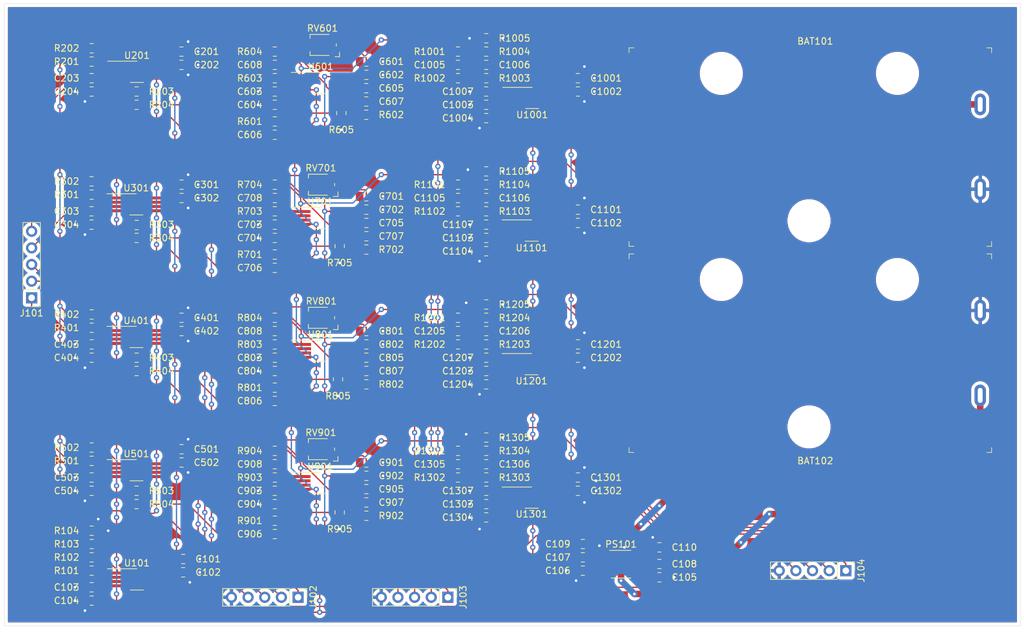
<source format=kicad_pcb>
(kicad_pcb (version 20171130) (host pcbnew "(5.1.5)-3")
  (layers (0 F.Cu signal) (31 B.Cu signal) (34 B.Paste user) (35 F.Paste user) (36 B.SilkS user) (37 F.SilkS user) (38 B.Mask user) (39 F.Mask user) (44 Edge.Cuts user))
  (net 0 "")
  (net 1 GND)
  (net 2 +9V)
  (net 3 -9V)
  (net 4 +5V)
  (net 5 -5V)
  (net 6 "Net-(C107-Pad2)")
  (net 7 "Net-(C108-Pad1)")
  (net 8 "Net-(C605-Pad2)")
  (net 9 "Net-(C605-Pad1)")
  (net 10 /NotchFilter1/IN)
  (net 11 "Net-(C606-Pad1)")
  (net 12 "Net-(C608-Pad1)")
  (net 13 "Net-(C705-Pad2)")
  (net 14 "Net-(C705-Pad1)")
  (net 15 /NotchFilter2/IN)
  (net 16 "Net-(C706-Pad1)")
  (net 17 "Net-(C708-Pad1)")
  (net 18 "Net-(C805-Pad2)")
  (net 19 "Net-(C805-Pad1)")
  (net 20 /NotchFilter3/IN)
  (net 21 "Net-(C806-Pad1)")
  (net 22 "Net-(C808-Pad1)")
  (net 23 "Net-(C905-Pad1)")
  (net 24 "Net-(C905-Pad2)")
  (net 25 /NotchFilter4/IN)
  (net 26 "Net-(C906-Pad1)")
  (net 27 "Net-(C908-Pad1)")
  (net 28 "Net-(C1005-Pad1)")
  (net 29 "Net-(C1006-Pad1)")
  (net 30 "Net-(C1006-Pad2)")
  (net 31 "Net-(C1007-Pad1)")
  (net 32 "Net-(C1105-Pad1)")
  (net 33 "Net-(C1106-Pad1)")
  (net 34 "Net-(C1106-Pad2)")
  (net 35 "Net-(C1107-Pad1)")
  (net 36 "Net-(C1205-Pad1)")
  (net 37 "Net-(C1206-Pad2)")
  (net 38 "Net-(C1206-Pad1)")
  (net 39 "Net-(C1207-Pad1)")
  (net 40 "Net-(C1305-Pad1)")
  (net 41 "Net-(C1306-Pad1)")
  (net 42 "Net-(C1306-Pad2)")
  (net 43 "Net-(C1307-Pad1)")
  (net 44 "Net-(J101-Pad1)")
  (net 45 /InstrAmpChannel4/IN)
  (net 46 /InstrAmpChannel3/IN)
  (net 47 /InstrAmpChannel2/IN)
  (net 48 /InstrAmpChannel1/IN)
  (net 49 /LPFilter1/IN)
  (net 50 /LPFilter2/IN)
  (net 51 /LPFilter3/IN)
  (net 52 /LPFilter4/IN)
  (net 53 /LPFilter4/OUT)
  (net 54 /LPFilter3/OUT)
  (net 55 /LPFilter2/OUT)
  (net 56 /LPFilter1/OUT)
  (net 57 "Net-(PS101-Pad13)")
  (net 58 "Net-(PS101-Pad8)")
  (net 59 "Net-(PS101-Pad2)")
  (net 60 "Net-(R101-Pad1)")
  (net 61 /InstrAmpChannel1/STG1COMMON)
  (net 62 "Net-(R102-Pad1)")
  (net 63 /InstrAmpChannel1/STG2COMMON)
  (net 64 "Net-(R201-Pad1)")
  (net 65 "Net-(R202-Pad1)")
  (net 66 "Net-(R203-Pad1)")
  (net 67 "Net-(R301-Pad1)")
  (net 68 "Net-(R302-Pad1)")
  (net 69 "Net-(R303-Pad1)")
  (net 70 "Net-(R401-Pad1)")
  (net 71 "Net-(R402-Pad1)")
  (net 72 "Net-(R403-Pad1)")
  (net 73 "Net-(R501-Pad1)")
  (net 74 "Net-(R502-Pad1)")
  (net 75 "Net-(R503-Pad1)")
  (net 76 "Net-(R602-Pad2)")
  (net 77 "Net-(R604-Pad1)")
  (net 78 "Net-(R702-Pad2)")
  (net 79 "Net-(R704-Pad1)")
  (net 80 "Net-(R802-Pad2)")
  (net 81 "Net-(R804-Pad1)")
  (net 82 "Net-(R902-Pad2)")
  (net 83 "Net-(R904-Pad1)")
  (net 84 "Net-(RV601-Pad3)")
  (net 85 "Net-(RV701-Pad3)")
  (net 86 "Net-(RV801-Pad3)")
  (net 87 "Net-(RV901-Pad3)")
  (net 88 "Net-(U101-Pad7)")
  (net 89 "Net-(U101-Pad6)")
  (net 90 "Net-(U101-Pad5)")
  (net 91 "Net-(U1001-Pad7)")
  (net 92 "Net-(U1001-Pad6)")
  (net 93 "Net-(U1001-Pad5)")
  (net 94 "Net-(U1101-Pad5)")
  (net 95 "Net-(U1101-Pad6)")
  (net 96 "Net-(U1101-Pad7)")
  (net 97 "Net-(U1201-Pad5)")
  (net 98 "Net-(U1201-Pad6)")
  (net 99 "Net-(U1201-Pad7)")
  (net 100 "Net-(U1301-Pad5)")
  (net 101 "Net-(U1301-Pad6)")
  (net 102 "Net-(U1301-Pad7)")
  (module polycortexlib_footprints:Linear_DE14MA_manual_soldering (layer F.Cu) (at 179.07 130.584)
    (fp_text reference PS101 (at 0 -3.05) (layer F.SilkS))
    (fp_text value LT3032-5)
    (pad 4 smd custom (at 0 -0.79) (size 1.65 1.28) (layers F.Cu F.Paste F.Mask) (net 1 GND) (options (clearance outline) (anchor rect)) (primitives (gr_circle (center 0.575 -0.64) (end 0.825 -0.64) (width 0)) (gr_circle (center 0.575 0.64) (end 0.825 0.64) (width 0)) (gr_poly (pts (xy -0.575 -0.89) (xy 0.575 -0.89) (xy 0.575 0.89) (xy -0.825 0.89) (xy -0.825 -0.64)) (width 0)) (gr_poly (pts (xy -0.78 0.665) (xy -3.25 0.665) (xy -3.25 0.915) (xy -0.88 0.915) (xy -0.78 0.89)) (width 0)) (gr_poly (pts (xy -1.075 0.665) (xy -1.025 0.66) (xy -0.977 0.645) (xy -0.935 0.622) (xy -0.897 0.591) (xy -0.866 0.552) (xy -0.844 0.511) (xy -0.83 0.464) (xy -0.825 0.415) (xy -0.825 0.665)) (width 0.001))))
    (pad 9 smd custom (at 0 1.145) (size 1.15 1.07) (layers F.Cu F.Paste F.Mask) (net 3 -9V) (options (clearance outline) (anchor rect)) (primitives (gr_circle (center -0.575 -0.285) (end -0.325 -0.285) (width 0)) (gr_circle (center 0.575 -0.285) (end 0.825 -0.285) (width 0)) (gr_circle (center -0.575 0.285) (end -0.325 0.285) (width 0)) (gr_circle (center 0.575 0.285) (end 0.825 0.285) (width 0)) (gr_poly (pts (xy -0.825 -0.285) (xy 0.825 -0.285) (xy 0.825 0.285) (xy -0.825 0.285)) (width 0)) (gr_poly (pts (xy 0.825 -0.27) (xy 3.25 -0.27) (xy 3.25 -0.02) (xy 0.825 -0.02)) (width 0))))
    (pad 1 smd rect (at -2.15 -1.5) (size 2.2 0.25) (layers F.Cu F.Paste F.Mask) (net 4 +5V))
    (pad 2 smd rect (at -2.15 -1) (size 2.2 0.25) (layers F.Cu F.Paste F.Mask) (net 59 "Net-(PS101-Pad2)"))
    (pad 3 smd rect (at -2.15 -0.5) (size 2.2 0.25) (layers F.Cu F.Paste F.Mask) (net 6 "Net-(C107-Pad2)"))
    (pad 5 smd rect (at -2.15 0.5) (size 2.2 0.25) (layers F.Cu F.Paste F.Mask) (net 1 GND))
    (pad 6 smd rect (at -2.15 1) (size 2.2 0.25) (layers F.Cu F.Paste F.Mask) (net 3 -9V))
    (pad 7 smd rect (at -2.15 1.5) (size 2.2 0.25) (layers F.Cu F.Paste F.Mask) (net 5 -5V))
    (pad 8 smd rect (at 2.15 1.5) (size 2.2 0.25) (layers F.Cu F.Paste F.Mask) (net 58 "Net-(PS101-Pad8)"))
    (pad 10 smd rect (at 2.15 0.5) (size 2.2 0.25) (layers F.Cu F.Paste F.Mask) (net 2 +9V))
    (pad 11 smd rect (at 2.15 0) (size 2.2 0.25) (layers F.Cu F.Paste F.Mask) (net 7 "Net-(C108-Pad1)"))
    (pad 12 smd rect (at 2.15 -0.5) (size 2.2 0.25) (layers F.Cu F.Paste F.Mask) (net 2 +9V))
    (pad 13 smd rect (at 2.15 -1) (size 2.2 0.25) (layers F.Cu F.Paste F.Mask) (net 57 "Net-(PS101-Pad13)"))
    (pad 14 smd rect (at 2.15 -1.5) (size 2.2 0.25) (layers F.Cu F.Paste F.Mask) (net 2 +9V))
  )
  (module digikey-footprints:Battery_Holder_9V_BC9VPC-ND (layer F.Cu) (at 221.236001 55.652001)
    (fp_text reference BAT101 (at -12.54 -4.91) (layer F.SilkS))
    (fp_text value BC9VPC)
    (pad NEG thru_hole oval (at 12.62 17.69) (size 1.75 3.3) (drill oval 0.75 2.3) (layers *.Cu *.Mask) (net 1 GND))
    (pad "" np_thru_hole circle (at -13.49 22.5) (size 5.57 5.57) (drill 5.57) (layers *.Cu *.Mask))
    (pad "" np_thru_hole circle (at 0 0) (size 5.57 5.57) (drill 5.57) (layers *.Cu *.Mask))
    (pad "" np_thru_hole circle (at -26.87 0) (size 5.57 5.57) (drill 5.57) (layers *.Cu *.Mask))
    (pad POS thru_hole oval (at 12.62 4.74) (size 1.75 3.3) (drill oval 0.75 2.3) (layers *.Cu *.Mask) (net 2 +9V))
  )
  (module digikey-footprints:Battery_Holder_9V_BC9VPC-ND (layer F.Cu) (at 221.234 87.122)
    (fp_text reference BAT102 (at -12.54 27.686) (layer F.SilkS))
    (fp_text value BC9VPC)
    (pad POS thru_hole oval (at 12.62 4.74) (size 1.75 3.3) (drill oval 0.75 2.3) (layers *.Cu *.Mask) (net 1 GND))
    (pad "" np_thru_hole circle (at -26.87 0) (size 5.57 5.57) (drill 5.57) (layers *.Cu *.Mask))
    (pad "" np_thru_hole circle (at 0 0) (size 5.57 5.57) (drill 5.57) (layers *.Cu *.Mask))
    (pad "" np_thru_hole circle (at -13.49 22.5) (size 5.57 5.57) (drill 5.57) (layers *.Cu *.Mask))
    (pad NEG thru_hole oval (at 12.62 17.69) (size 1.75 3.3) (drill oval 0.75 2.3) (layers *.Cu *.Mask) (net 3 -9V))
  )
  (module Capacitor_SMD:C_0805_2012Metric_Pad1.15x1.40mm_HandSolder (layer F.Cu) (at 112.277 129.794 180)
    (fp_text reference C101 (at -3.801 0) (layer F.SilkS))
    (fp_text value 0.1uF)
    (pad 1 smd roundrect (at -1.025 0 180) (size 1.15 1.4) (layers F.Cu F.Paste F.Mask) (roundrect_rratio 0.217391) (net 1 GND))
    (pad 2 smd roundrect (at 1.025 0 180) (size 1.15 1.4) (layers F.Cu F.Paste F.Mask) (roundrect_rratio 0.217391) (net 4 +5V))
  )
  (module Capacitor_SMD:C_0805_2012Metric_Pad1.15x1.40mm_HandSolder (layer F.Cu) (at 112.268 131.826 180)
    (fp_text reference C102 (at -3.81 0) (layer F.SilkS))
    (fp_text value 0.1uF)
    (pad 2 smd roundrect (at 1.025 0 180) (size 1.15 1.4) (layers F.Cu F.Paste F.Mask) (roundrect_rratio 0.217391) (net 4 +5V))
    (pad 1 smd roundrect (at -1.025 0 180) (size 1.15 1.4) (layers F.Cu F.Paste F.Mask) (roundrect_rratio 0.217391) (net 1 GND))
  )
  (module Capacitor_SMD:C_0805_2012Metric_Pad1.15x1.40mm_HandSolder (layer F.Cu) (at 98.307 134.112)
    (fp_text reference C103 (at -3.819 0) (layer F.SilkS))
    (fp_text value 0.1uF)
    (pad 1 smd roundrect (at -1.025 0) (size 1.15 1.4) (layers F.Cu F.Paste F.Mask) (roundrect_rratio 0.217391) (net 1 GND))
    (pad 2 smd roundrect (at 1.025 0) (size 1.15 1.4) (layers F.Cu F.Paste F.Mask) (roundrect_rratio 0.217391) (net 5 -5V))
  )
  (module Capacitor_SMD:C_0805_2012Metric_Pad1.15x1.40mm_HandSolder (layer F.Cu) (at 98.307 136.144)
    (fp_text reference C104 (at -3.819 0) (layer F.SilkS))
    (fp_text value 0.1uF)
    (pad 2 smd roundrect (at 1.025 0) (size 1.15 1.4) (layers F.Cu F.Paste F.Mask) (roundrect_rratio 0.217391) (net 5 -5V))
    (pad 1 smd roundrect (at -1.025 0) (size 1.15 1.4) (layers F.Cu F.Paste F.Mask) (roundrect_rratio 0.217391) (net 1 GND))
  )
  (module Capacitor_SMD:C_0805_2012Metric_Pad1.15x1.40mm_HandSolder (layer F.Cu) (at 184.921 132.588)
    (fp_text reference C105 (at 3.801 0) (layer F.SilkS))
    (fp_text value 10uF)
    (pad 1 smd roundrect (at -1.025 0) (size 1.15 1.4) (layers F.Cu F.Paste F.Mask) (roundrect_rratio 0.217391) (net 2 +9V))
    (pad 2 smd roundrect (at 1.025 0) (size 1.15 1.4) (layers F.Cu F.Paste F.Mask) (roundrect_rratio 0.217391) (net 1 GND))
  )
  (module Capacitor_SMD:C_0805_2012Metric_Pad1.15x1.40mm_HandSolder (layer F.Cu) (at 173.237 131.572)
    (fp_text reference C106 (at -3.819 0) (layer F.SilkS))
    (fp_text value 10uF)
    (pad 2 smd roundrect (at 1.025 0) (size 1.15 1.4) (layers F.Cu F.Paste F.Mask) (roundrect_rratio 0.217391) (net 3 -9V))
    (pad 1 smd roundrect (at -1.025 0) (size 1.15 1.4) (layers F.Cu F.Paste F.Mask) (roundrect_rratio 0.217391) (net 1 GND))
  )
  (module Capacitor_SMD:C_0805_2012Metric_Pad1.15x1.40mm_HandSolder (layer F.Cu) (at 173.237 129.54)
    (fp_text reference C107 (at -3.819 0) (layer F.SilkS))
    (fp_text value 0.01uF)
    (pad 2 smd roundrect (at 1.025 0) (size 1.15 1.4) (layers F.Cu F.Paste F.Mask) (roundrect_rratio 0.217391) (net 6 "Net-(C107-Pad2)"))
    (pad 1 smd roundrect (at -1.025 0) (size 1.15 1.4) (layers F.Cu F.Paste F.Mask) (roundrect_rratio 0.217391) (net 4 +5V))
  )
  (module Capacitor_SMD:C_0805_2012Metric_Pad1.15x1.40mm_HandSolder (layer F.Cu) (at 184.921 130.556)
    (fp_text reference C108 (at 3.801 0) (layer F.SilkS))
    (fp_text value 0.01uF)
    (pad 1 smd roundrect (at -1.025 0) (size 1.15 1.4) (layers F.Cu F.Paste F.Mask) (roundrect_rratio 0.217391) (net 7 "Net-(C108-Pad1)"))
    (pad 2 smd roundrect (at 1.025 0) (size 1.15 1.4) (layers F.Cu F.Paste F.Mask) (roundrect_rratio 0.217391) (net 5 -5V))
  )
  (module Capacitor_SMD:C_0805_2012Metric_Pad1.15x1.40mm_HandSolder (layer F.Cu) (at 173.237 127.508)
    (fp_text reference C109 (at -3.819 0) (layer F.SilkS))
    (fp_text value 10uF)
    (pad 2 smd roundrect (at 1.025 0) (size 1.15 1.4) (layers F.Cu F.Paste F.Mask) (roundrect_rratio 0.217391) (net 1 GND))
    (pad 1 smd roundrect (at -1.025 0) (size 1.15 1.4) (layers F.Cu F.Paste F.Mask) (roundrect_rratio 0.217391) (net 4 +5V))
  )
  (module Capacitor_SMD:C_0805_2012Metric_Pad1.15x1.40mm_HandSolder (layer F.Cu) (at 184.921 128.016)
    (fp_text reference C110 (at 3.801 0) (layer F.SilkS))
    (fp_text value 10uF)
    (pad 1 smd roundrect (at -1.025 0) (size 1.15 1.4) (layers F.Cu F.Paste F.Mask) (roundrect_rratio 0.217391) (net 1 GND))
    (pad 2 smd roundrect (at 1.025 0) (size 1.15 1.4) (layers F.Cu F.Paste F.Mask) (roundrect_rratio 0.217391) (net 5 -5V))
  )
  (module Capacitor_SMD:C_0805_2012Metric_Pad1.15x1.40mm_HandSolder (layer F.Cu) (at 112.005 52.324 180)
    (fp_text reference C201 (at -3.819 0) (layer F.SilkS))
    (fp_text value 0.1uF)
    (pad 1 smd roundrect (at -1.025 0 180) (size 1.15 1.4) (layers F.Cu F.Paste F.Mask) (roundrect_rratio 0.217391) (net 1 GND))
    (pad 2 smd roundrect (at 1.025 0 180) (size 1.15 1.4) (layers F.Cu F.Paste F.Mask) (roundrect_rratio 0.217391) (net 4 +5V))
  )
  (module Capacitor_SMD:C_0805_2012Metric_Pad1.15x1.40mm_HandSolder (layer F.Cu) (at 112.004 54.356 180)
    (fp_text reference C202 (at -3.82 0) (layer F.SilkS))
    (fp_text value 0.1uF)
    (pad 2 smd roundrect (at 1.025 0 180) (size 1.15 1.4) (layers F.Cu F.Paste F.Mask) (roundrect_rratio 0.217391) (net 4 +5V))
    (pad 1 smd roundrect (at -1.025 0 180) (size 1.15 1.4) (layers F.Cu F.Paste F.Mask) (roundrect_rratio 0.217391) (net 1 GND))
  )
  (module Capacitor_SMD:C_0805_2012Metric_Pad1.15x1.40mm_HandSolder (layer F.Cu) (at 98.307 56.388)
    (fp_text reference C203 (at -3.819 0) (layer F.SilkS))
    (fp_text value 0.1uF)
    (pad 1 smd roundrect (at -1.025 0) (size 1.15 1.4) (layers F.Cu F.Paste F.Mask) (roundrect_rratio 0.217391) (net 1 GND))
    (pad 2 smd roundrect (at 1.025 0) (size 1.15 1.4) (layers F.Cu F.Paste F.Mask) (roundrect_rratio 0.217391) (net 5 -5V))
  )
  (module Capacitor_SMD:C_0805_2012Metric_Pad1.15x1.40mm_HandSolder (layer F.Cu) (at 98.307 58.42)
    (fp_text reference C204 (at -3.801 0) (layer F.SilkS))
    (fp_text value 0.1uF)
    (pad 2 smd roundrect (at 1.025 0) (size 1.15 1.4) (layers F.Cu F.Paste F.Mask) (roundrect_rratio 0.217391) (net 5 -5V))
    (pad 1 smd roundrect (at -1.025 0) (size 1.15 1.4) (layers F.Cu F.Paste F.Mask) (roundrect_rratio 0.217391) (net 1 GND))
  )
  (module Capacitor_SMD:C_0805_2012Metric_Pad1.15x1.40mm_HandSolder (layer F.Cu) (at 112.023 72.644 180)
    (fp_text reference C301 (at -3.801 0) (layer F.SilkS))
    (fp_text value 0.1uF)
    (pad 1 smd roundrect (at -1.025 0 180) (size 1.15 1.4) (layers F.Cu F.Paste F.Mask) (roundrect_rratio 0.217391) (net 1 GND))
    (pad 2 smd roundrect (at 1.025 0 180) (size 1.15 1.4) (layers F.Cu F.Paste F.Mask) (roundrect_rratio 0.217391) (net 4 +5V))
  )
  (module Capacitor_SMD:C_0805_2012Metric_Pad1.15x1.40mm_HandSolder (layer F.Cu) (at 112.023 74.676 180)
    (fp_text reference C302 (at -3.801 0) (layer F.SilkS))
    (fp_text value 0.1uF)
    (pad 2 smd roundrect (at 1.025 0 180) (size 1.15 1.4) (layers F.Cu F.Paste F.Mask) (roundrect_rratio 0.217391) (net 4 +5V))
    (pad 1 smd roundrect (at -1.025 0 180) (size 1.15 1.4) (layers F.Cu F.Paste F.Mask) (roundrect_rratio 0.217391) (net 1 GND))
  )
  (module Capacitor_SMD:C_0805_2012Metric_Pad1.15x1.40mm_HandSolder (layer F.Cu) (at 98.289 76.708)
    (fp_text reference C303 (at -3.801 0) (layer F.SilkS))
    (fp_text value 0.1uF)
    (pad 1 smd roundrect (at -1.025 0) (size 1.15 1.4) (layers F.Cu F.Paste F.Mask) (roundrect_rratio 0.217391) (net 1 GND))
    (pad 2 smd roundrect (at 1.025 0) (size 1.15 1.4) (layers F.Cu F.Paste F.Mask) (roundrect_rratio 0.217391) (net 5 -5V))
  )
  (module Capacitor_SMD:C_0805_2012Metric_Pad1.15x1.40mm_HandSolder (layer F.Cu) (at 98.289 78.74)
    (fp_text reference C304 (at -3.801 0) (layer F.SilkS))
    (fp_text value 0.1uF)
    (pad 2 smd roundrect (at 1.025 0) (size 1.15 1.4) (layers F.Cu F.Paste F.Mask) (roundrect_rratio 0.217391) (net 5 -5V))
    (pad 1 smd roundrect (at -1.025 0) (size 1.15 1.4) (layers F.Cu F.Paste F.Mask) (roundrect_rratio 0.217391) (net 1 GND))
  )
  (module Capacitor_SMD:C_0805_2012Metric_Pad1.15x1.40mm_HandSolder (layer F.Cu) (at 112.023 92.964 180)
    (fp_text reference C401 (at -3.801 0) (layer F.SilkS))
    (fp_text value 0.1uF)
    (pad 1 smd roundrect (at -1.025 0 180) (size 1.15 1.4) (layers F.Cu F.Paste F.Mask) (roundrect_rratio 0.217391) (net 1 GND))
    (pad 2 smd roundrect (at 1.025 0 180) (size 1.15 1.4) (layers F.Cu F.Paste F.Mask) (roundrect_rratio 0.217391) (net 4 +5V))
  )
  (module Capacitor_SMD:C_0805_2012Metric_Pad1.15x1.40mm_HandSolder (layer F.Cu) (at 112.023 94.996 180)
    (fp_text reference C402 (at -3.801 0) (layer F.SilkS))
    (fp_text value 0.1uF)
    (pad 2 smd roundrect (at 1.025 0 180) (size 1.15 1.4) (layers F.Cu F.Paste F.Mask) (roundrect_rratio 0.217391) (net 4 +5V))
    (pad 1 smd roundrect (at -1.025 0 180) (size 1.15 1.4) (layers F.Cu F.Paste F.Mask) (roundrect_rratio 0.217391) (net 1 GND))
  )
  (module Capacitor_SMD:C_0805_2012Metric_Pad1.15x1.40mm_HandSolder (layer F.Cu) (at 98.307 97.028)
    (fp_text reference C403 (at -3.819 0) (layer F.SilkS))
    (fp_text value 0.1uF)
    (pad 1 smd roundrect (at -1.025 0) (size 1.15 1.4) (layers F.Cu F.Paste F.Mask) (roundrect_rratio 0.217391) (net 1 GND))
    (pad 2 smd roundrect (at 1.025 0) (size 1.15 1.4) (layers F.Cu F.Paste F.Mask) (roundrect_rratio 0.217391) (net 5 -5V))
  )
  (module Capacitor_SMD:C_0805_2012Metric_Pad1.15x1.40mm_HandSolder (layer F.Cu) (at 98.307 99.06)
    (fp_text reference C404 (at -3.819 0) (layer F.SilkS))
    (fp_text value 0.1uF)
    (pad 2 smd roundrect (at 1.025 0) (size 1.15 1.4) (layers F.Cu F.Paste F.Mask) (roundrect_rratio 0.217391) (net 5 -5V))
    (pad 1 smd roundrect (at -1.025 0) (size 1.15 1.4) (layers F.Cu F.Paste F.Mask) (roundrect_rratio 0.217391) (net 1 GND))
  )
  (module Capacitor_SMD:C_0805_2012Metric_Pad1.15x1.40mm_HandSolder (layer F.Cu) (at 112.023 113.03 180)
    (fp_text reference C501 (at -3.801 0) (layer F.SilkS))
    (fp_text value 0.1uF)
    (pad 1 smd roundrect (at -1.025 0 180) (size 1.15 1.4) (layers F.Cu F.Paste F.Mask) (roundrect_rratio 0.217391) (net 1 GND))
    (pad 2 smd roundrect (at 1.025 0 180) (size 1.15 1.4) (layers F.Cu F.Paste F.Mask) (roundrect_rratio 0.217391) (net 4 +5V))
  )
  (module Capacitor_SMD:C_0805_2012Metric_Pad1.15x1.40mm_HandSolder (layer F.Cu) (at 112.023 115.062 180)
    (fp_text reference C502 (at -3.801 0) (layer F.SilkS))
    (fp_text value 0.1uF)
    (pad 2 smd roundrect (at 1.025 0 180) (size 1.15 1.4) (layers F.Cu F.Paste F.Mask) (roundrect_rratio 0.217391) (net 4 +5V))
    (pad 1 smd roundrect (at -1.025 0 180) (size 1.15 1.4) (layers F.Cu F.Paste F.Mask) (roundrect_rratio 0.217391) (net 1 GND))
  )
  (module Capacitor_SMD:C_0805_2012Metric_Pad1.15x1.40mm_HandSolder (layer F.Cu) (at 98.307 117.348)
    (fp_text reference C503 (at -3.819 0) (layer F.SilkS))
    (fp_text value 0.1uF)
    (pad 1 smd roundrect (at -1.025 0) (size 1.15 1.4) (layers F.Cu F.Paste F.Mask) (roundrect_rratio 0.217391) (net 1 GND))
    (pad 2 smd roundrect (at 1.025 0) (size 1.15 1.4) (layers F.Cu F.Paste F.Mask) (roundrect_rratio 0.217391) (net 5 -5V))
  )
  (module Capacitor_SMD:C_0805_2012Metric_Pad1.15x1.40mm_HandSolder (layer F.Cu) (at 98.307 119.38)
    (fp_text reference C504 (at -3.819 0) (layer F.SilkS))
    (fp_text value 0.1uF)
    (pad 2 smd roundrect (at 1.025 0) (size 1.15 1.4) (layers F.Cu F.Paste F.Mask) (roundrect_rratio 0.217391) (net 5 -5V))
    (pad 1 smd roundrect (at -1.025 0) (size 1.15 1.4) (layers F.Cu F.Paste F.Mask) (roundrect_rratio 0.217391) (net 1 GND))
  )
  (module Capacitor_SMD:C_0805_2012Metric_Pad1.15x1.40mm_HandSolder (layer F.Cu) (at 140.217 53.848 180)
    (fp_text reference C601 (at -3.801 0) (layer F.SilkS))
    (fp_text value 0.1uF)
    (pad 1 smd roundrect (at -1.025 0 180) (size 1.15 1.4) (layers F.Cu F.Paste F.Mask) (roundrect_rratio 0.217391) (net 1 GND))
    (pad 2 smd roundrect (at 1.025 0 180) (size 1.15 1.4) (layers F.Cu F.Paste F.Mask) (roundrect_rratio 0.217391) (net 4 +5V))
  )
  (module Capacitor_SMD:C_0805_2012Metric_Pad1.15x1.40mm_HandSolder (layer F.Cu) (at 140.217 55.88 180)
    (fp_text reference C602 (at -3.801 0) (layer F.SilkS))
    (fp_text value 0.1uF)
    (pad 2 smd roundrect (at 1.025 0 180) (size 1.15 1.4) (layers F.Cu F.Paste F.Mask) (roundrect_rratio 0.217391) (net 4 +5V))
    (pad 1 smd roundrect (at -1.025 0 180) (size 1.15 1.4) (layers F.Cu F.Paste F.Mask) (roundrect_rratio 0.217391) (net 1 GND))
  )
  (module Capacitor_SMD:C_0805_2012Metric_Pad1.15x1.40mm_HandSolder (layer F.Cu) (at 126.247 58.42)
    (fp_text reference C603 (at -3.819 0) (layer F.SilkS))
    (fp_text value 0.1uF)
    (pad 1 smd roundrect (at -1.025 0) (size 1.15 1.4) (layers F.Cu F.Paste F.Mask) (roundrect_rratio 0.217391) (net 1 GND))
    (pad 2 smd roundrect (at 1.025 0) (size 1.15 1.4) (layers F.Cu F.Paste F.Mask) (roundrect_rratio 0.217391) (net 5 -5V))
  )
  (module Capacitor_SMD:C_0805_2012Metric_Pad1.15x1.40mm_HandSolder (layer F.Cu) (at 126.247 60.452)
    (fp_text reference C604 (at -3.819 0) (layer F.SilkS))
    (fp_text value 0.1uF)
    (pad 2 smd roundrect (at 1.025 0) (size 1.15 1.4) (layers F.Cu F.Paste F.Mask) (roundrect_rratio 0.217391) (net 5 -5V))
    (pad 1 smd roundrect (at -1.025 0) (size 1.15 1.4) (layers F.Cu F.Paste F.Mask) (roundrect_rratio 0.217391) (net 1 GND))
  )
  (module Capacitor_SMD:C_0805_2012Metric_Pad1.15x1.40mm_HandSolder (layer F.Cu) (at 140.199 57.912 180)
    (fp_text reference C605 (at -3.819 0) (layer F.SilkS))
    (fp_text value 0.1uF)
    (pad 2 smd roundrect (at 1.025 0 180) (size 1.15 1.4) (layers F.Cu F.Paste F.Mask) (roundrect_rratio 0.217391) (net 8 "Net-(C605-Pad2)"))
    (pad 1 smd roundrect (at -1.025 0 180) (size 1.15 1.4) (layers F.Cu F.Paste F.Mask) (roundrect_rratio 0.217391) (net 9 "Net-(C605-Pad1)"))
  )
  (module Capacitor_SMD:C_0805_2012Metric_Pad1.15x1.40mm_HandSolder (layer F.Cu) (at 126.247 65.024)
    (fp_text reference C606 (at -3.819 0) (layer F.SilkS))
    (fp_text value 0.1uF)
    (pad 2 smd roundrect (at 1.025 0) (size 1.15 1.4) (layers F.Cu F.Paste F.Mask) (roundrect_rratio 0.217391) (net 10 /NotchFilter1/IN))
    (pad 1 smd roundrect (at -1.025 0) (size 1.15 1.4) (layers F.Cu F.Paste F.Mask) (roundrect_rratio 0.217391) (net 11 "Net-(C606-Pad1)"))
  )
  (module Capacitor_SMD:C_0805_2012Metric_Pad1.15x1.40mm_HandSolder (layer F.Cu) (at 140.199 59.944 180)
    (fp_text reference C607 (at -3.819 0) (layer F.SilkS))
    (fp_text value 0.1uF)
    (pad 1 smd roundrect (at -1.025 0 180) (size 1.15 1.4) (layers F.Cu F.Paste F.Mask) (roundrect_rratio 0.217391) (net 9 "Net-(C605-Pad1)"))
    (pad 2 smd roundrect (at 1.025 0 180) (size 1.15 1.4) (layers F.Cu F.Paste F.Mask) (roundrect_rratio 0.217391) (net 8 "Net-(C605-Pad2)"))
  )
  (module Capacitor_SMD:C_0805_2012Metric_Pad1.15x1.40mm_HandSolder (layer F.Cu) (at 126.247 54.356 180)
    (fp_text reference C608 (at 3.819 0) (layer F.SilkS))
    (fp_text value 0.1uF)
    (pad 1 smd roundrect (at -1.025 0 180) (size 1.15 1.4) (layers F.Cu F.Paste F.Mask) (roundrect_rratio 0.217391) (net 12 "Net-(C608-Pad1)"))
    (pad 2 smd roundrect (at 1.025 0 180) (size 1.15 1.4) (layers F.Cu F.Paste F.Mask) (roundrect_rratio 0.217391) (net 11 "Net-(C606-Pad1)"))
  )
  (module Capacitor_SMD:C_0805_2012Metric_Pad1.15x1.40mm_HandSolder (layer F.Cu) (at 140.217 74.422 180)
    (fp_text reference C701 (at -3.801 0) (layer F.SilkS))
    (fp_text value 0.1uF)
    (pad 1 smd roundrect (at -1.025 0 180) (size 1.15 1.4) (layers F.Cu F.Paste F.Mask) (roundrect_rratio 0.217391) (net 1 GND))
    (pad 2 smd roundrect (at 1.025 0 180) (size 1.15 1.4) (layers F.Cu F.Paste F.Mask) (roundrect_rratio 0.217391) (net 4 +5V))
  )
  (module Capacitor_SMD:C_0805_2012Metric_Pad1.15x1.40mm_HandSolder (layer F.Cu) (at 140.217 76.454 180)
    (fp_text reference C702 (at -3.801 0) (layer F.SilkS))
    (fp_text value 0.1uF)
    (pad 2 smd roundrect (at 1.025 0 180) (size 1.15 1.4) (layers F.Cu F.Paste F.Mask) (roundrect_rratio 0.217391) (net 4 +5V))
    (pad 1 smd roundrect (at -1.025 0 180) (size 1.15 1.4) (layers F.Cu F.Paste F.Mask) (roundrect_rratio 0.217391) (net 1 GND))
  )
  (module Capacitor_SMD:C_0805_2012Metric_Pad1.15x1.40mm_HandSolder (layer F.Cu) (at 126.247 78.74)
    (fp_text reference C703 (at -3.819 0) (layer F.SilkS))
    (fp_text value 0.1uF)
    (pad 1 smd roundrect (at -1.025 0) (size 1.15 1.4) (layers F.Cu F.Paste F.Mask) (roundrect_rratio 0.217391) (net 1 GND))
    (pad 2 smd roundrect (at 1.025 0) (size 1.15 1.4) (layers F.Cu F.Paste F.Mask) (roundrect_rratio 0.217391) (net 5 -5V))
  )
  (module Capacitor_SMD:C_0805_2012Metric_Pad1.15x1.40mm_HandSolder (layer F.Cu) (at 126.247 80.772)
    (fp_text reference C704 (at -3.819 0) (layer F.SilkS))
    (fp_text value 0.1uF)
    (pad 2 smd roundrect (at 1.025 0) (size 1.15 1.4) (layers F.Cu F.Paste F.Mask) (roundrect_rratio 0.217391) (net 5 -5V))
    (pad 1 smd roundrect (at -1.025 0) (size 1.15 1.4) (layers F.Cu F.Paste F.Mask) (roundrect_rratio 0.217391) (net 1 GND))
  )
  (module Capacitor_SMD:C_0805_2012Metric_Pad1.15x1.40mm_HandSolder (layer F.Cu) (at 140.217 78.486 180)
    (fp_text reference C705 (at -3.801 0) (layer F.SilkS))
    (fp_text value 0.1uF)
    (pad 2 smd roundrect (at 1.025 0 180) (size 1.15 1.4) (layers F.Cu F.Paste F.Mask) (roundrect_rratio 0.217391) (net 13 "Net-(C705-Pad2)"))
    (pad 1 smd roundrect (at -1.025 0 180) (size 1.15 1.4) (layers F.Cu F.Paste F.Mask) (roundrect_rratio 0.217391) (net 14 "Net-(C705-Pad1)"))
  )
  (module Capacitor_SMD:C_0805_2012Metric_Pad1.15x1.40mm_HandSolder (layer F.Cu) (at 126.247 85.344)
    (fp_text reference C706 (at -3.819 0) (layer F.SilkS))
    (fp_text value 0.1uF)
    (pad 2 smd roundrect (at 1.025 0) (size 1.15 1.4) (layers F.Cu F.Paste F.Mask) (roundrect_rratio 0.217391) (net 15 /NotchFilter2/IN))
    (pad 1 smd roundrect (at -1.025 0) (size 1.15 1.4) (layers F.Cu F.Paste F.Mask) (roundrect_rratio 0.217391) (net 16 "Net-(C706-Pad1)"))
  )
  (module Capacitor_SMD:C_0805_2012Metric_Pad1.15x1.40mm_HandSolder (layer F.Cu) (at 140.217 80.518 180)
    (fp_text reference C707 (at -3.801 0) (layer F.SilkS))
    (fp_text value 0.1uF)
    (pad 1 smd roundrect (at -1.025 0 180) (size 1.15 1.4) (layers F.Cu F.Paste F.Mask) (roundrect_rratio 0.217391) (net 14 "Net-(C705-Pad1)"))
    (pad 2 smd roundrect (at 1.025 0 180) (size 1.15 1.4) (layers F.Cu F.Paste F.Mask) (roundrect_rratio 0.217391) (net 13 "Net-(C705-Pad2)"))
  )
  (module Capacitor_SMD:C_0805_2012Metric_Pad1.15x1.40mm_HandSolder (layer F.Cu) (at 126.247 74.676 180)
    (fp_text reference C708 (at 3.819 0) (layer F.SilkS))
    (fp_text value 0.1uF)
    (pad 1 smd roundrect (at -1.025 0 180) (size 1.15 1.4) (layers F.Cu F.Paste F.Mask) (roundrect_rratio 0.217391) (net 17 "Net-(C708-Pad1)"))
    (pad 2 smd roundrect (at 1.025 0 180) (size 1.15 1.4) (layers F.Cu F.Paste F.Mask) (roundrect_rratio 0.217391) (net 16 "Net-(C706-Pad1)"))
  )
  (module Capacitor_SMD:C_0805_2012Metric_Pad1.15x1.40mm_HandSolder (layer F.Cu) (at 140.217 94.996 180)
    (fp_text reference C801 (at -3.801 0) (layer F.SilkS))
    (fp_text value 0.1uF)
    (pad 1 smd roundrect (at -1.025 0 180) (size 1.15 1.4) (layers F.Cu F.Paste F.Mask) (roundrect_rratio 0.217391) (net 1 GND))
    (pad 2 smd roundrect (at 1.025 0 180) (size 1.15 1.4) (layers F.Cu F.Paste F.Mask) (roundrect_rratio 0.217391) (net 4 +5V))
  )
  (module Capacitor_SMD:C_0805_2012Metric_Pad1.15x1.40mm_HandSolder (layer F.Cu) (at 140.217 97.028 180)
    (fp_text reference C802 (at -3.801 0) (layer F.SilkS))
    (fp_text value 0.1uF)
    (pad 2 smd roundrect (at 1.025 0 180) (size 1.15 1.4) (layers F.Cu F.Paste F.Mask) (roundrect_rratio 0.217391) (net 4 +5V))
    (pad 1 smd roundrect (at -1.025 0 180) (size 1.15 1.4) (layers F.Cu F.Paste F.Mask) (roundrect_rratio 0.217391) (net 1 GND))
  )
  (module Capacitor_SMD:C_0805_2012Metric_Pad1.15x1.40mm_HandSolder (layer F.Cu) (at 126.247 99.06)
    (fp_text reference C803 (at -3.819 0) (layer F.SilkS))
    (fp_text value 0.1uF)
    (pad 1 smd roundrect (at -1.025 0) (size 1.15 1.4) (layers F.Cu F.Paste F.Mask) (roundrect_rratio 0.217391) (net 1 GND))
    (pad 2 smd roundrect (at 1.025 0) (size 1.15 1.4) (layers F.Cu F.Paste F.Mask) (roundrect_rratio 0.217391) (net 5 -5V))
  )
  (module Capacitor_SMD:C_0805_2012Metric_Pad1.15x1.40mm_HandSolder (layer F.Cu) (at 126.247 101.092)
    (fp_text reference C804 (at -3.819 0) (layer F.SilkS))
    (fp_text value 0.1uF)
    (pad 2 smd roundrect (at 1.025 0) (size 1.15 1.4) (layers F.Cu F.Paste F.Mask) (roundrect_rratio 0.217391) (net 5 -5V))
    (pad 1 smd roundrect (at -1.025 0) (size 1.15 1.4) (layers F.Cu F.Paste F.Mask) (roundrect_rratio 0.217391) (net 1 GND))
  )
  (module Capacitor_SMD:C_0805_2012Metric_Pad1.15x1.40mm_HandSolder (layer F.Cu) (at 140.217 99.06 180)
    (fp_text reference C805 (at -3.801 0) (layer F.SilkS))
    (fp_text value 0.1uF)
    (pad 2 smd roundrect (at 1.025 0 180) (size 1.15 1.4) (layers F.Cu F.Paste F.Mask) (roundrect_rratio 0.217391) (net 18 "Net-(C805-Pad2)"))
    (pad 1 smd roundrect (at -1.025 0 180) (size 1.15 1.4) (layers F.Cu F.Paste F.Mask) (roundrect_rratio 0.217391) (net 19 "Net-(C805-Pad1)"))
  )
  (module Capacitor_SMD:C_0805_2012Metric_Pad1.15x1.40mm_HandSolder (layer F.Cu) (at 126.247 105.664)
    (fp_text reference C806 (at -3.819 0) (layer F.SilkS))
    (fp_text value 0.1uF)
    (pad 2 smd roundrect (at 1.025 0) (size 1.15 1.4) (layers F.Cu F.Paste F.Mask) (roundrect_rratio 0.217391) (net 20 /NotchFilter3/IN))
    (pad 1 smd roundrect (at -1.025 0) (size 1.15 1.4) (layers F.Cu F.Paste F.Mask) (roundrect_rratio 0.217391) (net 21 "Net-(C806-Pad1)"))
  )
  (module Capacitor_SMD:C_0805_2012Metric_Pad1.15x1.40mm_HandSolder (layer F.Cu) (at 140.217 101.092 180)
    (fp_text reference C807 (at -3.801 0) (layer F.SilkS))
    (fp_text value 0.1uF)
    (pad 1 smd roundrect (at -1.025 0 180) (size 1.15 1.4) (layers F.Cu F.Paste F.Mask) (roundrect_rratio 0.217391) (net 19 "Net-(C805-Pad1)"))
    (pad 2 smd roundrect (at 1.025 0 180) (size 1.15 1.4) (layers F.Cu F.Paste F.Mask) (roundrect_rratio 0.217391) (net 18 "Net-(C805-Pad2)"))
  )
  (module Capacitor_SMD:C_0805_2012Metric_Pad1.15x1.40mm_HandSolder (layer F.Cu) (at 126.247 94.996 180)
    (fp_text reference C808 (at 3.819 0) (layer F.SilkS))
    (fp_text value 0.1uF)
    (pad 1 smd roundrect (at -1.025 0 180) (size 1.15 1.4) (layers F.Cu F.Paste F.Mask) (roundrect_rratio 0.217391) (net 22 "Net-(C808-Pad1)"))
    (pad 2 smd roundrect (at 1.025 0 180) (size 1.15 1.4) (layers F.Cu F.Paste F.Mask) (roundrect_rratio 0.217391) (net 21 "Net-(C806-Pad1)"))
  )
  (module Capacitor_SMD:C_0805_2012Metric_Pad1.15x1.40mm_HandSolder (layer F.Cu) (at 140.217 115.062 180)
    (fp_text reference C901 (at -3.801 0) (layer F.SilkS))
    (fp_text value 0.1uF)
    (pad 1 smd roundrect (at -1.025 0 180) (size 1.15 1.4) (layers F.Cu F.Paste F.Mask) (roundrect_rratio 0.217391) (net 1 GND))
    (pad 2 smd roundrect (at 1.025 0 180) (size 1.15 1.4) (layers F.Cu F.Paste F.Mask) (roundrect_rratio 0.217391) (net 4 +5V))
  )
  (module Capacitor_SMD:C_0805_2012Metric_Pad1.15x1.40mm_HandSolder (layer F.Cu) (at 140.217 117.094 180)
    (fp_text reference C902 (at -3.801 0) (layer F.SilkS))
    (fp_text value 0.1uF)
    (pad 2 smd roundrect (at 1.025 0 180) (size 1.15 1.4) (layers F.Cu F.Paste F.Mask) (roundrect_rratio 0.217391) (net 4 +5V))
    (pad 1 smd roundrect (at -1.025 0 180) (size 1.15 1.4) (layers F.Cu F.Paste F.Mask) (roundrect_rratio 0.217391) (net 1 GND))
  )
  (module Capacitor_SMD:C_0805_2012Metric_Pad1.15x1.40mm_HandSolder (layer F.Cu) (at 126.247 119.38)
    (fp_text reference C903 (at -3.819 0) (layer F.SilkS))
    (fp_text value 0.1uF)
    (pad 1 smd roundrect (at -1.025 0) (size 1.15 1.4) (layers F.Cu F.Paste F.Mask) (roundrect_rratio 0.217391) (net 1 GND))
    (pad 2 smd roundrect (at 1.025 0) (size 1.15 1.4) (layers F.Cu F.Paste F.Mask) (roundrect_rratio 0.217391) (net 5 -5V))
  )
  (module Capacitor_SMD:C_0805_2012Metric_Pad1.15x1.40mm_HandSolder (layer F.Cu) (at 126.247 121.412)
    (fp_text reference C904 (at -3.819 0) (layer F.SilkS))
    (fp_text value 0.1uF)
    (pad 2 smd roundrect (at 1.025 0) (size 1.15 1.4) (layers F.Cu F.Paste F.Mask) (roundrect_rratio 0.217391) (net 5 -5V))
    (pad 1 smd roundrect (at -1.025 0) (size 1.15 1.4) (layers F.Cu F.Paste F.Mask) (roundrect_rratio 0.217391) (net 1 GND))
  )
  (module Capacitor_SMD:C_0805_2012Metric_Pad1.15x1.40mm_HandSolder (layer F.Cu) (at 140.217 119.126 180)
    (fp_text reference C905 (at -3.801 0) (layer F.SilkS))
    (fp_text value 0.1uF)
    (pad 1 smd roundrect (at -1.025 0 180) (size 1.15 1.4) (layers F.Cu F.Paste F.Mask) (roundrect_rratio 0.217391) (net 23 "Net-(C905-Pad1)"))
    (pad 2 smd roundrect (at 1.025 0 180) (size 1.15 1.4) (layers F.Cu F.Paste F.Mask) (roundrect_rratio 0.217391) (net 24 "Net-(C905-Pad2)"))
  )
  (module Capacitor_SMD:C_0805_2012Metric_Pad1.15x1.40mm_HandSolder (layer F.Cu) (at 126.247 125.984)
    (fp_text reference C906 (at -3.819 0) (layer F.SilkS))
    (fp_text value 0.1uF)
    (pad 2 smd roundrect (at 1.025 0) (size 1.15 1.4) (layers F.Cu F.Paste F.Mask) (roundrect_rratio 0.217391) (net 25 /NotchFilter4/IN))
    (pad 1 smd roundrect (at -1.025 0) (size 1.15 1.4) (layers F.Cu F.Paste F.Mask) (roundrect_rratio 0.217391) (net 26 "Net-(C906-Pad1)"))
  )
  (module Capacitor_SMD:C_0805_2012Metric_Pad1.15x1.40mm_HandSolder (layer F.Cu) (at 140.217 121.158 180)
    (fp_text reference C907 (at -3.801 0) (layer F.SilkS))
    (fp_text value 0.1uF)
    (pad 2 smd roundrect (at 1.025 0 180) (size 1.15 1.4) (layers F.Cu F.Paste F.Mask) (roundrect_rratio 0.217391) (net 24 "Net-(C905-Pad2)"))
    (pad 1 smd roundrect (at -1.025 0 180) (size 1.15 1.4) (layers F.Cu F.Paste F.Mask) (roundrect_rratio 0.217391) (net 23 "Net-(C905-Pad1)"))
  )
  (module Capacitor_SMD:C_0805_2012Metric_Pad1.15x1.40mm_HandSolder (layer F.Cu) (at 126.247 115.316 180)
    (fp_text reference C908 (at 3.819 0) (layer F.SilkS))
    (fp_text value 0.1uF)
    (pad 1 smd roundrect (at -1.025 0 180) (size 1.15 1.4) (layers F.Cu F.Paste F.Mask) (roundrect_rratio 0.217391) (net 27 "Net-(C908-Pad1)"))
    (pad 2 smd roundrect (at 1.025 0 180) (size 1.15 1.4) (layers F.Cu F.Paste F.Mask) (roundrect_rratio 0.217391) (net 26 "Net-(C906-Pad1)"))
  )
  (module Capacitor_SMD:C_0805_2012Metric_Pad1.15x1.40mm_HandSolder (layer F.Cu) (at 172.475 56.388 180)
    (fp_text reference C1001 (at -4.309 0) (layer F.SilkS))
    (fp_text value 0.1uF)
    (pad 2 smd roundrect (at 1.025 0 180) (size 1.15 1.4) (layers F.Cu F.Paste F.Mask) (roundrect_rratio 0.217391) (net 4 +5V))
    (pad 1 smd roundrect (at -1.025 0 180) (size 1.15 1.4) (layers F.Cu F.Paste F.Mask) (roundrect_rratio 0.217391) (net 1 GND))
  )
  (module Capacitor_SMD:C_0805_2012Metric_Pad1.15x1.40mm_HandSolder (layer F.Cu) (at 172.475 58.42 180)
    (fp_text reference C1002 (at -4.309 0) (layer F.SilkS))
    (fp_text value 0.1uF)
    (pad 1 smd roundrect (at -1.025 0 180) (size 1.15 1.4) (layers F.Cu F.Paste F.Mask) (roundrect_rratio 0.217391) (net 1 GND))
    (pad 2 smd roundrect (at 1.025 0 180) (size 1.15 1.4) (layers F.Cu F.Paste F.Mask) (roundrect_rratio 0.217391) (net 4 +5V))
  )
  (module Capacitor_SMD:C_0805_2012Metric_Pad1.15x1.40mm_HandSolder (layer F.Cu) (at 158.505 60.452)
    (fp_text reference C1003 (at -4.327 0) (layer F.SilkS))
    (fp_text value 0.1uF)
    (pad 2 smd roundrect (at 1.025 0) (size 1.15 1.4) (layers F.Cu F.Paste F.Mask) (roundrect_rratio 0.217391) (net 5 -5V))
    (pad 1 smd roundrect (at -1.025 0) (size 1.15 1.4) (layers F.Cu F.Paste F.Mask) (roundrect_rratio 0.217391) (net 1 GND))
  )
  (module Capacitor_SMD:C_0805_2012Metric_Pad1.15x1.40mm_HandSolder (layer F.Cu) (at 158.505 62.484)
    (fp_text reference C1004 (at -4.327 0) (layer F.SilkS))
    (fp_text value 0.1uF)
    (pad 1 smd roundrect (at -1.025 0) (size 1.15 1.4) (layers F.Cu F.Paste F.Mask) (roundrect_rratio 0.217391) (net 1 GND))
    (pad 2 smd roundrect (at 1.025 0) (size 1.15 1.4) (layers F.Cu F.Paste F.Mask) (roundrect_rratio 0.217391) (net 5 -5V))
  )
  (module Capacitor_SMD:C_0805_2012Metric_Pad1.15x1.40mm_HandSolder (layer F.Cu) (at 154.187 54.356)
    (fp_text reference C1005 (at -4.327 0) (layer F.SilkS))
    (fp_text value 0.1uF)
    (pad 2 smd roundrect (at 1.025 0) (size 1.15 1.4) (layers F.Cu F.Paste F.Mask) (roundrect_rratio 0.217391) (net 1 GND))
    (pad 1 smd roundrect (at -1.025 0) (size 1.15 1.4) (layers F.Cu F.Paste F.Mask) (roundrect_rratio 0.217391) (net 28 "Net-(C1005-Pad1)"))
  )
  (module Capacitor_SMD:C_0805_2012Metric_Pad1.15x1.40mm_HandSolder (layer F.Cu) (at 158.505 54.356)
    (fp_text reference C1006 (at 4.309 0) (layer F.SilkS))
    (fp_text value 0.1uF)
    (pad 1 smd roundrect (at -1.025 0) (size 1.15 1.4) (layers F.Cu F.Paste F.Mask) (roundrect_rratio 0.217391) (net 29 "Net-(C1006-Pad1)"))
    (pad 2 smd roundrect (at 1.025 0) (size 1.15 1.4) (layers F.Cu F.Paste F.Mask) (roundrect_rratio 0.217391) (net 30 "Net-(C1006-Pad2)"))
  )
  (module Capacitor_SMD:C_0805_2012Metric_Pad1.15x1.40mm_HandSolder (layer F.Cu) (at 158.505 58.42 180)
    (fp_text reference C1007 (at 4.327 0) (layer F.SilkS))
    (fp_text value 0.015uF)
    (pad 2 smd roundrect (at 1.025 0 180) (size 1.15 1.4) (layers F.Cu F.Paste F.Mask) (roundrect_rratio 0.217391) (net 1 GND))
    (pad 1 smd roundrect (at -1.025 0 180) (size 1.15 1.4) (layers F.Cu F.Paste F.Mask) (roundrect_rratio 0.217391) (net 31 "Net-(C1007-Pad1)"))
  )
  (module Capacitor_SMD:C_0805_2012Metric_Pad1.15x1.40mm_HandSolder (layer F.Cu) (at 172.475 76.454 180)
    (fp_text reference C1101 (at -4.309 0) (layer F.SilkS))
    (fp_text value 0.1uF)
    (pad 2 smd roundrect (at 1.025 0 180) (size 1.15 1.4) (layers F.Cu F.Paste F.Mask) (roundrect_rratio 0.217391) (net 4 +5V))
    (pad 1 smd roundrect (at -1.025 0 180) (size 1.15 1.4) (layers F.Cu F.Paste F.Mask) (roundrect_rratio 0.217391) (net 1 GND))
  )
  (module Capacitor_SMD:C_0805_2012Metric_Pad1.15x1.40mm_HandSolder (layer F.Cu) (at 172.475 78.486 180)
    (fp_text reference C1102 (at -4.309 0) (layer F.SilkS))
    (fp_text value 0.1uF)
    (pad 2 smd roundrect (at 1.025 0 180) (size 1.15 1.4) (layers F.Cu F.Paste F.Mask) (roundrect_rratio 0.217391) (net 4 +5V))
    (pad 1 smd roundrect (at -1.025 0 180) (size 1.15 1.4) (layers F.Cu F.Paste F.Mask) (roundrect_rratio 0.217391) (net 1 GND))
  )
  (module Capacitor_SMD:C_0805_2012Metric_Pad1.15x1.40mm_HandSolder (layer F.Cu) (at 158.505 80.772)
    (fp_text reference C1103 (at -4.327 0) (layer F.SilkS))
    (fp_text value 0.1uF)
    (pad 1 smd roundrect (at -1.025 0) (size 1.15 1.4) (layers F.Cu F.Paste F.Mask) (roundrect_rratio 0.217391) (net 1 GND))
    (pad 2 smd roundrect (at 1.025 0) (size 1.15 1.4) (layers F.Cu F.Paste F.Mask) (roundrect_rratio 0.217391) (net 5 -5V))
  )
  (module Capacitor_SMD:C_0805_2012Metric_Pad1.15x1.40mm_HandSolder (layer F.Cu) (at 158.505 82.804)
    (fp_text reference C1104 (at -4.327 0) (layer F.SilkS))
    (fp_text value 0.1uF)
    (pad 1 smd roundrect (at -1.025 0) (size 1.15 1.4) (layers F.Cu F.Paste F.Mask) (roundrect_rratio 0.217391) (net 1 GND))
    (pad 2 smd roundrect (at 1.025 0) (size 1.15 1.4) (layers F.Cu F.Paste F.Mask) (roundrect_rratio 0.217391) (net 5 -5V))
  )
  (module Capacitor_SMD:C_0805_2012Metric_Pad1.15x1.40mm_HandSolder (layer F.Cu) (at 154.187 74.676)
    (fp_text reference C1105 (at -4.327 0) (layer F.SilkS))
    (fp_text value 0.1uF)
    (pad 1 smd roundrect (at -1.025 0) (size 1.15 1.4) (layers F.Cu F.Paste F.Mask) (roundrect_rratio 0.217391) (net 32 "Net-(C1105-Pad1)"))
    (pad 2 smd roundrect (at 1.025 0) (size 1.15 1.4) (layers F.Cu F.Paste F.Mask) (roundrect_rratio 0.217391) (net 1 GND))
  )
  (module Capacitor_SMD:C_0805_2012Metric_Pad1.15x1.40mm_HandSolder (layer F.Cu) (at 158.505 74.676)
    (fp_text reference C1106 (at 4.309 0) (layer F.SilkS))
    (fp_text value 0.1uF)
    (pad 1 smd roundrect (at -1.025 0) (size 1.15 1.4) (layers F.Cu F.Paste F.Mask) (roundrect_rratio 0.217391) (net 33 "Net-(C1106-Pad1)"))
    (pad 2 smd roundrect (at 1.025 0) (size 1.15 1.4) (layers F.Cu F.Paste F.Mask) (roundrect_rratio 0.217391) (net 34 "Net-(C1106-Pad2)"))
  )
  (module Capacitor_SMD:C_0805_2012Metric_Pad1.15x1.40mm_HandSolder (layer F.Cu) (at 158.505 78.74 180)
    (fp_text reference C1107 (at 4.327 0) (layer F.SilkS))
    (fp_text value 0.015uF)
    (pad 1 smd roundrect (at -1.025 0 180) (size 1.15 1.4) (layers F.Cu F.Paste F.Mask) (roundrect_rratio 0.217391) (net 35 "Net-(C1107-Pad1)"))
    (pad 2 smd roundrect (at 1.025 0 180) (size 1.15 1.4) (layers F.Cu F.Paste F.Mask) (roundrect_rratio 0.217391) (net 1 GND))
  )
  (module Capacitor_SMD:C_0805_2012Metric_Pad1.15x1.40mm_HandSolder (layer F.Cu) (at 172.475 97.028 180)
    (fp_text reference C1201 (at -4.309 0) (layer F.SilkS))
    (fp_text value 0.1uF)
    (pad 2 smd roundrect (at 1.025 0 180) (size 1.15 1.4) (layers F.Cu F.Paste F.Mask) (roundrect_rratio 0.217391) (net 4 +5V))
    (pad 1 smd roundrect (at -1.025 0 180) (size 1.15 1.4) (layers F.Cu F.Paste F.Mask) (roundrect_rratio 0.217391) (net 1 GND))
  )
  (module Capacitor_SMD:C_0805_2012Metric_Pad1.15x1.40mm_HandSolder (layer F.Cu) (at 172.475 99.06 180)
    (fp_text reference C1202 (at -4.309 0) (layer F.SilkS))
    (fp_text value 0.1uF)
    (pad 2 smd roundrect (at 1.025 0 180) (size 1.15 1.4) (layers F.Cu F.Paste F.Mask) (roundrect_rratio 0.217391) (net 4 +5V))
    (pad 1 smd roundrect (at -1.025 0 180) (size 1.15 1.4) (layers F.Cu F.Paste F.Mask) (roundrect_rratio 0.217391) (net 1 GND))
  )
  (module Capacitor_SMD:C_0805_2012Metric_Pad1.15x1.40mm_HandSolder (layer F.Cu) (at 158.505 101.092)
    (fp_text reference C1203 (at -4.327 0) (layer F.SilkS))
    (fp_text value 0.1uF)
    (pad 2 smd roundrect (at 1.025 0) (size 1.15 1.4) (layers F.Cu F.Paste F.Mask) (roundrect_rratio 0.217391) (net 5 -5V))
    (pad 1 smd roundrect (at -1.025 0) (size 1.15 1.4) (layers F.Cu F.Paste F.Mask) (roundrect_rratio 0.217391) (net 1 GND))
  )
  (module Capacitor_SMD:C_0805_2012Metric_Pad1.15x1.40mm_HandSolder (layer F.Cu) (at 158.505 103.124)
    (fp_text reference C1204 (at -4.327 0) (layer F.SilkS))
    (fp_text value 0.1uF)
    (pad 1 smd roundrect (at -1.025 0) (size 1.15 1.4) (layers F.Cu F.Paste F.Mask) (roundrect_rratio 0.217391) (net 1 GND))
    (pad 2 smd roundrect (at 1.025 0) (size 1.15 1.4) (layers F.Cu F.Paste F.Mask) (roundrect_rratio 0.217391) (net 5 -5V))
  )
  (module Capacitor_SMD:C_0805_2012Metric_Pad1.15x1.40mm_HandSolder (layer F.Cu) (at 154.187 94.996)
    (fp_text reference C1205 (at -4.327 0) (layer F.SilkS))
    (fp_text value 0.1uF)
    (pad 2 smd roundrect (at 1.025 0) (size 1.15 1.4) (layers F.Cu F.Paste F.Mask) (roundrect_rratio 0.217391) (net 1 GND))
    (pad 1 smd roundrect (at -1.025 0) (size 1.15 1.4) (layers F.Cu F.Paste F.Mask) (roundrect_rratio 0.217391) (net 36 "Net-(C1205-Pad1)"))
  )
  (module Capacitor_SMD:C_0805_2012Metric_Pad1.15x1.40mm_HandSolder (layer F.Cu) (at 158.505 94.996)
    (fp_text reference C1206 (at 4.309 0) (layer F.SilkS))
    (fp_text value 0.1uF)
    (pad 2 smd roundrect (at 1.025 0) (size 1.15 1.4) (layers F.Cu F.Paste F.Mask) (roundrect_rratio 0.217391) (net 37 "Net-(C1206-Pad2)"))
    (pad 1 smd roundrect (at -1.025 0) (size 1.15 1.4) (layers F.Cu F.Paste F.Mask) (roundrect_rratio 0.217391) (net 38 "Net-(C1206-Pad1)"))
  )
  (module Capacitor_SMD:C_0805_2012Metric_Pad1.15x1.40mm_HandSolder (layer F.Cu) (at 158.505 99.06 180)
    (fp_text reference C1207 (at 4.327 0) (layer F.SilkS))
    (fp_text value 0.015uF)
    (pad 1 smd roundrect (at -1.025 0 180) (size 1.15 1.4) (layers F.Cu F.Paste F.Mask) (roundrect_rratio 0.217391) (net 39 "Net-(C1207-Pad1)"))
    (pad 2 smd roundrect (at 1.025 0 180) (size 1.15 1.4) (layers F.Cu F.Paste F.Mask) (roundrect_rratio 0.217391) (net 1 GND))
  )
  (module Capacitor_SMD:C_0805_2012Metric_Pad1.15x1.40mm_HandSolder (layer F.Cu) (at 172.475 117.348 180)
    (fp_text reference C1301 (at -4.309 0) (layer F.SilkS))
    (fp_text value 0.1uF)
    (pad 1 smd roundrect (at -1.025 0 180) (size 1.15 1.4) (layers F.Cu F.Paste F.Mask) (roundrect_rratio 0.217391) (net 1 GND))
    (pad 2 smd roundrect (at 1.025 0 180) (size 1.15 1.4) (layers F.Cu F.Paste F.Mask) (roundrect_rratio 0.217391) (net 4 +5V))
  )
  (module Capacitor_SMD:C_0805_2012Metric_Pad1.15x1.40mm_HandSolder (layer F.Cu) (at 172.475 119.38 180)
    (fp_text reference C1302 (at -4.309 0) (layer F.SilkS))
    (fp_text value 0.1uF)
    (pad 2 smd roundrect (at 1.025 0 180) (size 1.15 1.4) (layers F.Cu F.Paste F.Mask) (roundrect_rratio 0.217391) (net 4 +5V))
    (pad 1 smd roundrect (at -1.025 0 180) (size 1.15 1.4) (layers F.Cu F.Paste F.Mask) (roundrect_rratio 0.217391) (net 1 GND))
  )
  (module Capacitor_SMD:C_0805_2012Metric_Pad1.15x1.40mm_HandSolder (layer F.Cu) (at 158.505 121.412)
    (fp_text reference C1303 (at -4.327 0) (layer F.SilkS))
    (fp_text value 0.1uF)
    (pad 1 smd roundrect (at -1.025 0) (size 1.15 1.4) (layers F.Cu F.Paste F.Mask) (roundrect_rratio 0.217391) (net 1 GND))
    (pad 2 smd roundrect (at 1.025 0) (size 1.15 1.4) (layers F.Cu F.Paste F.Mask) (roundrect_rratio 0.217391) (net 5 -5V))
  )
  (module Capacitor_SMD:C_0805_2012Metric_Pad1.15x1.40mm_HandSolder (layer F.Cu) (at 158.505 123.444)
    (fp_text reference C1304 (at -4.327 0) (layer F.SilkS))
    (fp_text value 0.1uF)
    (pad 2 smd roundrect (at 1.025 0) (size 1.15 1.4) (layers F.Cu F.Paste F.Mask) (roundrect_rratio 0.217391) (net 5 -5V))
    (pad 1 smd roundrect (at -1.025 0) (size 1.15 1.4) (layers F.Cu F.Paste F.Mask) (roundrect_rratio 0.217391) (net 1 GND))
  )
  (module Capacitor_SMD:C_0805_2012Metric_Pad1.15x1.40mm_HandSolder (layer F.Cu) (at 154.187 115.316)
    (fp_text reference C1305 (at -4.327 0) (layer F.SilkS))
    (fp_text value 0.1uF)
    (pad 1 smd roundrect (at -1.025 0) (size 1.15 1.4) (layers F.Cu F.Paste F.Mask) (roundrect_rratio 0.217391) (net 40 "Net-(C1305-Pad1)"))
    (pad 2 smd roundrect (at 1.025 0) (size 1.15 1.4) (layers F.Cu F.Paste F.Mask) (roundrect_rratio 0.217391) (net 1 GND))
  )
  (module Capacitor_SMD:C_0805_2012Metric_Pad1.15x1.40mm_HandSolder (layer F.Cu) (at 158.505 115.316)
    (fp_text reference C1306 (at 4.309 0) (layer F.SilkS))
    (fp_text value 0.1uF)
    (pad 1 smd roundrect (at -1.025 0) (size 1.15 1.4) (layers F.Cu F.Paste F.Mask) (roundrect_rratio 0.217391) (net 41 "Net-(C1306-Pad1)"))
    (pad 2 smd roundrect (at 1.025 0) (size 1.15 1.4) (layers F.Cu F.Paste F.Mask) (roundrect_rratio 0.217391) (net 42 "Net-(C1306-Pad2)"))
  )
  (module Capacitor_SMD:C_0805_2012Metric_Pad1.15x1.40mm_HandSolder (layer F.Cu) (at 158.505 119.38 180)
    (fp_text reference C1307 (at 4.327 0) (layer F.SilkS))
    (fp_text value 0.015uF)
    (pad 2 smd roundrect (at 1.025 0 180) (size 1.15 1.4) (layers F.Cu F.Paste F.Mask) (roundrect_rratio 0.217391) (net 1 GND))
    (pad 1 smd roundrect (at -1.025 0 180) (size 1.15 1.4) (layers F.Cu F.Paste F.Mask) (roundrect_rratio 0.217391) (net 43 "Net-(C1307-Pad1)"))
  )
  (module Connector_PinHeader_2.54mm:PinHeader_1x05_P2.54mm_Vertical (layer F.Cu) (at 89.154 89.916 180)
    (fp_text reference J101 (at 0 -2.33) (layer F.SilkS))
    (fp_text value INPUTS)
    (pad 1 thru_hole rect (at 0 0 180) (size 1.7 1.7) (drill 1) (layers *.Cu *.Mask) (net 44 "Net-(J101-Pad1)"))
    (pad 2 thru_hole oval (at 0 2.54 180) (size 1.7 1.7) (drill 1) (layers *.Cu *.Mask) (net 45 /InstrAmpChannel4/IN))
    (pad 3 thru_hole oval (at 0 5.08 180) (size 1.7 1.7) (drill 1) (layers *.Cu *.Mask) (net 46 /InstrAmpChannel3/IN))
    (pad 4 thru_hole oval (at 0 7.62 180) (size 1.7 1.7) (drill 1) (layers *.Cu *.Mask) (net 47 /InstrAmpChannel2/IN))
    (pad 5 thru_hole oval (at 0 10.16 180) (size 1.7 1.7) (drill 1) (layers *.Cu *.Mask) (net 48 /InstrAmpChannel1/IN))
  )
  (module Connector_PinHeader_2.54mm:PinHeader_1x05_P2.54mm_Vertical (layer F.Cu) (at 129.794 135.636 270)
    (fp_text reference J102 (at 0 -2.33 90) (layer F.SilkS))
    (fp_text value POST_INSTR)
    (pad 5 thru_hole oval (at 0 10.16 270) (size 1.7 1.7) (drill 1) (layers *.Cu *.Mask) (net 1 GND))
    (pad 4 thru_hole oval (at 0 7.62 270) (size 1.7 1.7) (drill 1) (layers *.Cu *.Mask) (net 25 /NotchFilter4/IN))
    (pad 3 thru_hole oval (at 0 5.08 270) (size 1.7 1.7) (drill 1) (layers *.Cu *.Mask) (net 20 /NotchFilter3/IN))
    (pad 2 thru_hole oval (at 0 2.54 270) (size 1.7 1.7) (drill 1) (layers *.Cu *.Mask) (net 15 /NotchFilter2/IN))
    (pad 1 thru_hole rect (at 0 0 270) (size 1.7 1.7) (drill 1) (layers *.Cu *.Mask) (net 10 /NotchFilter1/IN))
  )
  (module Connector_PinHeader_2.54mm:PinHeader_1x05_P2.54mm_Vertical (layer F.Cu) (at 152.654 135.636 270)
    (fp_text reference J103 (at 0 -2.33 90) (layer F.SilkS))
    (fp_text value POST_NOTCH)
    (pad 1 thru_hole rect (at 0 0 270) (size 1.7 1.7) (drill 1) (layers *.Cu *.Mask) (net 49 /LPFilter1/IN))
    (pad 2 thru_hole oval (at 0 2.54 270) (size 1.7 1.7) (drill 1) (layers *.Cu *.Mask) (net 50 /LPFilter2/IN))
    (pad 3 thru_hole oval (at 0 5.08 270) (size 1.7 1.7) (drill 1) (layers *.Cu *.Mask) (net 51 /LPFilter3/IN))
    (pad 4 thru_hole oval (at 0 7.62 270) (size 1.7 1.7) (drill 1) (layers *.Cu *.Mask) (net 52 /LPFilter4/IN))
    (pad 5 thru_hole oval (at 0 10.16 270) (size 1.7 1.7) (drill 1) (layers *.Cu *.Mask) (net 1 GND))
  )
  (module Connector_PinHeader_2.54mm:PinHeader_1x05_P2.54mm_Vertical (layer F.Cu) (at 213.36 131.572 270)
    (fp_text reference J104 (at 0 -2.33 90) (layer F.SilkS))
    (fp_text value OUTPUTS)
    (pad 5 thru_hole oval (at 0 10.16 270) (size 1.7 1.7) (drill 1) (layers *.Cu *.Mask) (net 1 GND))
    (pad 4 thru_hole oval (at 0 7.62 270) (size 1.7 1.7) (drill 1) (layers *.Cu *.Mask) (net 53 /LPFilter4/OUT))
    (pad 3 thru_hole oval (at 0 5.08 270) (size 1.7 1.7) (drill 1) (layers *.Cu *.Mask) (net 54 /LPFilter3/OUT))
    (pad 2 thru_hole oval (at 0 2.54 270) (size 1.7 1.7) (drill 1) (layers *.Cu *.Mask) (net 55 /LPFilter2/OUT))
    (pad 1 thru_hole rect (at 0 0 270) (size 1.7 1.7) (drill 1) (layers *.Cu *.Mask) (net 56 /LPFilter1/OUT))
  )
  (module Resistor_SMD:R_0805_2012Metric_Pad1.15x1.40mm_HandSolder (layer F.Cu) (at 98.307 131.572 180)
    (fp_text reference R101 (at 3.819 0) (layer F.SilkS))
    (fp_text value 1k)
    (pad 1 smd roundrect (at -1.025 0 180) (size 1.15 1.4) (layers F.Cu F.Paste F.Mask) (roundrect_rratio 0.217391) (net 60 "Net-(R101-Pad1)"))
    (pad 2 smd roundrect (at 1.025 0 180) (size 1.15 1.4) (layers F.Cu F.Paste F.Mask) (roundrect_rratio 0.217391) (net 61 /InstrAmpChannel1/STG1COMMON))
  )
  (module Resistor_SMD:R_0805_2012Metric_Pad1.15x1.40mm_HandSolder (layer F.Cu) (at 98.307 129.54 180)
    (fp_text reference R102 (at 3.819 0) (layer F.SilkS))
    (fp_text value 1M)
    (pad 2 smd roundrect (at 1.025 0 180) (size 1.15 1.4) (layers F.Cu F.Paste F.Mask) (roundrect_rratio 0.217391) (net 60 "Net-(R101-Pad1)"))
    (pad 1 smd roundrect (at -1.025 0 180) (size 1.15 1.4) (layers F.Cu F.Paste F.Mask) (roundrect_rratio 0.217391) (net 62 "Net-(R102-Pad1)"))
  )
  (module Resistor_SMD:R_0805_2012Metric_Pad1.15x1.40mm_HandSolder (layer F.Cu) (at 98.307 127.508)
    (fp_text reference R103 (at -3.819 0) (layer F.SilkS))
    (fp_text value 1M)
    (pad 1 smd roundrect (at -1.025 0) (size 1.15 1.4) (layers F.Cu F.Paste F.Mask) (roundrect_rratio 0.217391) (net 63 /InstrAmpChannel1/STG2COMMON))
    (pad 2 smd roundrect (at 1.025 0) (size 1.15 1.4) (layers F.Cu F.Paste F.Mask) (roundrect_rratio 0.217391) (net 62 "Net-(R102-Pad1)"))
  )
  (module Resistor_SMD:R_0805_2012Metric_Pad1.15x1.40mm_HandSolder (layer F.Cu) (at 98.307 125.476 180)
    (fp_text reference R104 (at 3.819 0) (layer F.SilkS))
    (fp_text value 1M)
    (pad 2 smd roundrect (at 1.025 0 180) (size 1.15 1.4) (layers F.Cu F.Paste F.Mask) (roundrect_rratio 0.217391) (net 63 /InstrAmpChannel1/STG2COMMON))
    (pad 1 smd roundrect (at -1.025 0 180) (size 1.15 1.4) (layers F.Cu F.Paste F.Mask) (roundrect_rratio 0.217391) (net 1 GND))
  )
  (module Resistor_SMD:R_0805_2012Metric_Pad1.15x1.40mm_HandSolder (layer F.Cu) (at 98.307 53.848 180)
    (fp_text reference R201 (at 3.819 0) (layer F.SilkS))
    (fp_text value 1k)
    (pad 2 smd roundrect (at 1.025 0 180) (size 1.15 1.4) (layers F.Cu F.Paste F.Mask) (roundrect_rratio 0.217391) (net 61 /InstrAmpChannel1/STG1COMMON))
    (pad 1 smd roundrect (at -1.025 0 180) (size 1.15 1.4) (layers F.Cu F.Paste F.Mask) (roundrect_rratio 0.217391) (net 64 "Net-(R201-Pad1)"))
  )
  (module Resistor_SMD:R_0805_2012Metric_Pad1.15x1.40mm_HandSolder (layer F.Cu) (at 98.307 51.816 180)
    (fp_text reference R202 (at 3.819 0) (layer F.SilkS))
    (fp_text value 1M)
    (pad 2 smd roundrect (at 1.025 0 180) (size 1.15 1.4) (layers F.Cu F.Paste F.Mask) (roundrect_rratio 0.217391) (net 64 "Net-(R201-Pad1)"))
    (pad 1 smd roundrect (at -1.025 0 180) (size 1.15 1.4) (layers F.Cu F.Paste F.Mask) (roundrect_rratio 0.217391) (net 65 "Net-(R202-Pad1)"))
  )
  (module Resistor_SMD:R_0805_2012Metric_Pad1.15x1.40mm_HandSolder (layer F.Cu) (at 105.165 58.42 180)
    (fp_text reference R203 (at -3.801 0) (layer F.SilkS))
    (fp_text value 1M)
    (pad 2 smd roundrect (at 1.025 0 180) (size 1.15 1.4) (layers F.Cu F.Paste F.Mask) (roundrect_rratio 0.217391) (net 65 "Net-(R202-Pad1)"))
    (pad 1 smd roundrect (at -1.025 0 180) (size 1.15 1.4) (layers F.Cu F.Paste F.Mask) (roundrect_rratio 0.217391) (net 66 "Net-(R203-Pad1)"))
  )
  (module Resistor_SMD:R_0805_2012Metric_Pad1.15x1.40mm_HandSolder (layer F.Cu) (at 105.165 60.452 180)
    (fp_text reference R204 (at -3.801 0) (layer F.SilkS))
    (fp_text value 1M)
    (pad 1 smd roundrect (at -1.025 0 180) (size 1.15 1.4) (layers F.Cu F.Paste F.Mask) (roundrect_rratio 0.217391) (net 10 /NotchFilter1/IN))
    (pad 2 smd roundrect (at 1.025 0 180) (size 1.15 1.4) (layers F.Cu F.Paste F.Mask) (roundrect_rratio 0.217391) (net 66 "Net-(R203-Pad1)"))
  )
  (module Resistor_SMD:R_0805_2012Metric_Pad1.15x1.40mm_HandSolder (layer F.Cu) (at 98.307 74.168 180)
    (fp_text reference R301 (at 3.819 0) (layer F.SilkS))
    (fp_text value 1k)
    (pad 1 smd roundrect (at -1.025 0 180) (size 1.15 1.4) (layers F.Cu F.Paste F.Mask) (roundrect_rratio 0.217391) (net 67 "Net-(R301-Pad1)"))
    (pad 2 smd roundrect (at 1.025 0 180) (size 1.15 1.4) (layers F.Cu F.Paste F.Mask) (roundrect_rratio 0.217391) (net 61 /InstrAmpChannel1/STG1COMMON))
  )
  (module Resistor_SMD:R_0805_2012Metric_Pad1.15x1.40mm_HandSolder (layer F.Cu) (at 98.298 72.136 180)
    (fp_text reference R302 (at 3.819 0) (layer F.SilkS))
    (fp_text value 1M)
    (pad 2 smd roundrect (at 1.025 0 180) (size 1.15 1.4) (layers F.Cu F.Paste F.Mask) (roundrect_rratio 0.217391) (net 67 "Net-(R301-Pad1)"))
    (pad 1 smd roundrect (at -1.025 0 180) (size 1.15 1.4) (layers F.Cu F.Paste F.Mask) (roundrect_rratio 0.217391) (net 68 "Net-(R302-Pad1)"))
  )
  (module Resistor_SMD:R_0805_2012Metric_Pad1.15x1.40mm_HandSolder (layer F.Cu) (at 105.165 78.803001 180)
    (fp_text reference R303 (at -3.801 0.063001) (layer F.SilkS))
    (fp_text value 1M)
    (pad 2 smd roundrect (at 1.025 0 180) (size 1.15 1.4) (layers F.Cu F.Paste F.Mask) (roundrect_rratio 0.217391) (net 68 "Net-(R302-Pad1)"))
    (pad 1 smd roundrect (at -1.025 0 180) (size 1.15 1.4) (layers F.Cu F.Paste F.Mask) (roundrect_rratio 0.217391) (net 69 "Net-(R303-Pad1)"))
  )
  (module Resistor_SMD:R_0805_2012Metric_Pad1.15x1.40mm_HandSolder (layer F.Cu) (at 105.165 80.772 180)
    (fp_text reference R304 (at -3.801 0) (layer F.SilkS))
    (fp_text value 1M)
    (pad 1 smd roundrect (at -1.025 0 180) (size 1.15 1.4) (layers F.Cu F.Paste F.Mask) (roundrect_rratio 0.217391) (net 15 /NotchFilter2/IN))
    (pad 2 smd roundrect (at 1.025 0 180) (size 1.15 1.4) (layers F.Cu F.Paste F.Mask) (roundrect_rratio 0.217391) (net 69 "Net-(R303-Pad1)"))
  )
  (module Resistor_SMD:R_0805_2012Metric_Pad1.15x1.40mm_HandSolder (layer F.Cu) (at 98.307 94.488 180)
    (fp_text reference R401 (at 3.819 0) (layer F.SilkS))
    (fp_text value 1k)
    (pad 2 smd roundrect (at 1.025 0 180) (size 1.15 1.4) (layers F.Cu F.Paste F.Mask) (roundrect_rratio 0.217391) (net 61 /InstrAmpChannel1/STG1COMMON))
    (pad 1 smd roundrect (at -1.025 0 180) (size 1.15 1.4) (layers F.Cu F.Paste F.Mask) (roundrect_rratio 0.217391) (net 70 "Net-(R401-Pad1)"))
  )
  (module Resistor_SMD:R_0805_2012Metric_Pad1.15x1.40mm_HandSolder (layer F.Cu) (at 98.307 92.456 180)
    (fp_text reference R402 (at 3.819 0) (layer F.SilkS))
    (fp_text value 1M)
    (pad 2 smd roundrect (at 1.025 0 180) (size 1.15 1.4) (layers F.Cu F.Paste F.Mask) (roundrect_rratio 0.217391) (net 70 "Net-(R401-Pad1)"))
    (pad 1 smd roundrect (at -1.025 0 180) (size 1.15 1.4) (layers F.Cu F.Paste F.Mask) (roundrect_rratio 0.217391) (net 71 "Net-(R402-Pad1)"))
  )
  (module Resistor_SMD:R_0805_2012Metric_Pad1.15x1.40mm_HandSolder (layer F.Cu) (at 105.165 99.06 180)
    (fp_text reference R403 (at -3.801 0) (layer F.SilkS))
    (fp_text value 1M)
    (pad 1 smd roundrect (at -1.025 0 180) (size 1.15 1.4) (layers F.Cu F.Paste F.Mask) (roundrect_rratio 0.217391) (net 72 "Net-(R403-Pad1)"))
    (pad 2 smd roundrect (at 1.025 0 180) (size 1.15 1.4) (layers F.Cu F.Paste F.Mask) (roundrect_rratio 0.217391) (net 71 "Net-(R402-Pad1)"))
  )
  (module Resistor_SMD:R_0805_2012Metric_Pad1.15x1.40mm_HandSolder (layer F.Cu) (at 105.165 101.092 180)
    (fp_text reference R404 (at -3.801 0) (layer F.SilkS))
    (fp_text value 1M)
    (pad 1 smd roundrect (at -1.025 0 180) (size 1.15 1.4) (layers F.Cu F.Paste F.Mask) (roundrect_rratio 0.217391) (net 20 /NotchFilter3/IN))
    (pad 2 smd roundrect (at 1.025 0 180) (size 1.15 1.4) (layers F.Cu F.Paste F.Mask) (roundrect_rratio 0.217391) (net 72 "Net-(R403-Pad1)"))
  )
  (module Resistor_SMD:R_0805_2012Metric_Pad1.15x1.40mm_HandSolder (layer F.Cu) (at 98.307 114.808 180)
    (fp_text reference R501 (at 3.819 0) (layer F.SilkS))
    (fp_text value 1k)
    (pad 2 smd roundrect (at 1.025 0 180) (size 1.15 1.4) (layers F.Cu F.Paste F.Mask) (roundrect_rratio 0.217391) (net 61 /InstrAmpChannel1/STG1COMMON))
    (pad 1 smd roundrect (at -1.025 0 180) (size 1.15 1.4) (layers F.Cu F.Paste F.Mask) (roundrect_rratio 0.217391) (net 73 "Net-(R501-Pad1)"))
  )
  (module Resistor_SMD:R_0805_2012Metric_Pad1.15x1.40mm_HandSolder (layer F.Cu) (at 98.307 112.776 180)
    (fp_text reference R502 (at 3.819 0) (layer F.SilkS))
    (fp_text value 1M)
    (pad 1 smd roundrect (at -1.025 0 180) (size 1.15 1.4) (layers F.Cu F.Paste F.Mask) (roundrect_rratio 0.217391) (net 74 "Net-(R502-Pad1)"))
    (pad 2 smd roundrect (at 1.025 0 180) (size 1.15 1.4) (layers F.Cu F.Paste F.Mask) (roundrect_rratio 0.217391) (net 73 "Net-(R501-Pad1)"))
  )
  (module Resistor_SMD:R_0805_2012Metric_Pad1.15x1.40mm_HandSolder (layer F.Cu) (at 105.165 119.38 180)
    (fp_text reference R503 (at -3.801 0) (layer F.SilkS))
    (fp_text value 1M)
    (pad 1 smd roundrect (at -1.025 0 180) (size 1.15 1.4) (layers F.Cu F.Paste F.Mask) (roundrect_rratio 0.217391) (net 75 "Net-(R503-Pad1)"))
    (pad 2 smd roundrect (at 1.025 0 180) (size 1.15 1.4) (layers F.Cu F.Paste F.Mask) (roundrect_rratio 0.217391) (net 74 "Net-(R502-Pad1)"))
  )
  (module Resistor_SMD:R_0805_2012Metric_Pad1.15x1.40mm_HandSolder (layer F.Cu) (at 105.156 121.412 180)
    (fp_text reference R504 (at -3.81 0) (layer F.SilkS))
    (fp_text value 1M)
    (pad 2 smd roundrect (at 1.025 0 180) (size 1.15 1.4) (layers F.Cu F.Paste F.Mask) (roundrect_rratio 0.217391) (net 75 "Net-(R503-Pad1)"))
    (pad 1 smd roundrect (at -1.025 0 180) (size 1.15 1.4) (layers F.Cu F.Paste F.Mask) (roundrect_rratio 0.217391) (net 25 /NotchFilter4/IN))
  )
  (module Resistor_SMD:R_0805_2012Metric_Pad1.15x1.40mm_HandSolder (layer F.Cu) (at 126.247 62.992)
    (fp_text reference R601 (at -3.819 0) (layer F.SilkS))
    (fp_text value 26.1k)
    (pad 2 smd roundrect (at 1.025 0) (size 1.15 1.4) (layers F.Cu F.Paste F.Mask) (roundrect_rratio 0.217391) (net 10 /NotchFilter1/IN))
    (pad 1 smd roundrect (at -1.025 0) (size 1.15 1.4) (layers F.Cu F.Paste F.Mask) (roundrect_rratio 0.217391) (net 9 "Net-(C605-Pad1)"))
  )
  (module Resistor_SMD:R_0805_2012Metric_Pad1.15x1.40mm_HandSolder (layer F.Cu) (at 140.199 61.976)
    (fp_text reference R602 (at 3.819 0) (layer F.SilkS))
    (fp_text value 10k)
    (pad 1 smd roundrect (at -1.025 0) (size 1.15 1.4) (layers F.Cu F.Paste F.Mask) (roundrect_rratio 0.217391) (net 8 "Net-(C605-Pad2)"))
    (pad 2 smd roundrect (at 1.025 0) (size 1.15 1.4) (layers F.Cu F.Paste F.Mask) (roundrect_rratio 0.217391) (net 76 "Net-(R602-Pad2)"))
  )
  (module Resistor_SMD:R_0805_2012Metric_Pad1.15x1.40mm_HandSolder (layer F.Cu) (at 126.247 56.388 180)
    (fp_text reference R603 (at 3.819 0) (layer F.SilkS))
    (fp_text value 26.1k)
    (pad 1 smd roundrect (at -1.025 0 180) (size 1.15 1.4) (layers F.Cu F.Paste F.Mask) (roundrect_rratio 0.217391) (net 12 "Net-(C608-Pad1)"))
    (pad 2 smd roundrect (at 1.025 0 180) (size 1.15 1.4) (layers F.Cu F.Paste F.Mask) (roundrect_rratio 0.217391) (net 9 "Net-(C605-Pad1)"))
  )
  (module Resistor_SMD:R_0805_2012Metric_Pad1.15x1.40mm_HandSolder (layer F.Cu) (at 126.247 52.324)
    (fp_text reference R604 (at -3.819 0) (layer F.SilkS))
    (fp_text value 422)
    (pad 2 smd roundrect (at 1.025 0) (size 1.15 1.4) (layers F.Cu F.Paste F.Mask) (roundrect_rratio 0.217391) (net 49 /LPFilter1/IN))
    (pad 1 smd roundrect (at -1.025 0) (size 1.15 1.4) (layers F.Cu F.Paste F.Mask) (roundrect_rratio 0.217391) (net 77 "Net-(R604-Pad1)"))
  )
  (module Resistor_SMD:R_0805_2012Metric_Pad1.15x1.40mm_HandSolder (layer F.Cu) (at 136.398 61.713 90)
    (fp_text reference R605 (at -2.549 0 180) (layer F.SilkS))
    (fp_text value 10k)
    (pad 1 smd roundrect (at -1.025 0 90) (size 1.15 1.4) (layers F.Cu F.Paste F.Mask) (roundrect_rratio 0.217391) (net 1 GND))
    (pad 2 smd roundrect (at 1.025 0 90) (size 1.15 1.4) (layers F.Cu F.Paste F.Mask) (roundrect_rratio 0.217391) (net 77 "Net-(R604-Pad1)"))
  )
  (module Resistor_SMD:R_0805_2012Metric_Pad1.15x1.40mm_HandSolder (layer F.Cu) (at 126.247 83.312)
    (fp_text reference R701 (at -3.819 0) (layer F.SilkS))
    (fp_text value 26.1k)
    (pad 2 smd roundrect (at 1.025 0) (size 1.15 1.4) (layers F.Cu F.Paste F.Mask) (roundrect_rratio 0.217391) (net 15 /NotchFilter2/IN))
    (pad 1 smd roundrect (at -1.025 0) (size 1.15 1.4) (layers F.Cu F.Paste F.Mask) (roundrect_rratio 0.217391) (net 14 "Net-(C705-Pad1)"))
  )
  (module Resistor_SMD:R_0805_2012Metric_Pad1.15x1.40mm_HandSolder (layer F.Cu) (at 140.217 82.55)
    (fp_text reference R702 (at 3.801 0) (layer F.SilkS))
    (fp_text value 10k)
    (pad 2 smd roundrect (at 1.025 0) (size 1.15 1.4) (layers F.Cu F.Paste F.Mask) (roundrect_rratio 0.217391) (net 78 "Net-(R702-Pad2)"))
    (pad 1 smd roundrect (at -1.025 0) (size 1.15 1.4) (layers F.Cu F.Paste F.Mask) (roundrect_rratio 0.217391) (net 13 "Net-(C705-Pad2)"))
  )
  (module Resistor_SMD:R_0805_2012Metric_Pad1.15x1.40mm_HandSolder (layer F.Cu) (at 126.247 76.708 180)
    (fp_text reference R703 (at 3.819 0) (layer F.SilkS))
    (fp_text value 26.1k)
    (pad 1 smd roundrect (at -1.025 0 180) (size 1.15 1.4) (layers F.Cu F.Paste F.Mask) (roundrect_rratio 0.217391) (net 17 "Net-(C708-Pad1)"))
    (pad 2 smd roundrect (at 1.025 0 180) (size 1.15 1.4) (layers F.Cu F.Paste F.Mask) (roundrect_rratio 0.217391) (net 14 "Net-(C705-Pad1)"))
  )
  (module Resistor_SMD:R_0805_2012Metric_Pad1.15x1.40mm_HandSolder (layer F.Cu) (at 126.247 72.644)
    (fp_text reference R704 (at -3.819 0) (layer F.SilkS))
    (fp_text value 422)
    (pad 1 smd roundrect (at -1.025 0) (size 1.15 1.4) (layers F.Cu F.Paste F.Mask) (roundrect_rratio 0.217391) (net 79 "Net-(R704-Pad1)"))
    (pad 2 smd roundrect (at 1.025 0) (size 1.15 1.4) (layers F.Cu F.Paste F.Mask) (roundrect_rratio 0.217391) (net 50 /LPFilter2/IN))
  )
  (module Resistor_SMD:R_0805_2012Metric_Pad1.15x1.40mm_HandSolder (layer F.Cu) (at 136.144 82.033 90)
    (fp_text reference R705 (at -2.549 0 180) (layer F.SilkS))
    (fp_text value 10k)
    (pad 2 smd roundrect (at 1.025 0 90) (size 1.15 1.4) (layers F.Cu F.Paste F.Mask) (roundrect_rratio 0.217391) (net 79 "Net-(R704-Pad1)"))
    (pad 1 smd roundrect (at -1.025 0 90) (size 1.15 1.4) (layers F.Cu F.Paste F.Mask) (roundrect_rratio 0.217391) (net 1 GND))
  )
  (module Resistor_SMD:R_0805_2012Metric_Pad1.15x1.40mm_HandSolder (layer F.Cu) (at 126.247 103.632)
    (fp_text reference R801 (at -3.819 0) (layer F.SilkS))
    (fp_text value 26.1k)
    (pad 1 smd roundrect (at -1.025 0) (size 1.15 1.4) (layers F.Cu F.Paste F.Mask) (roundrect_rratio 0.217391) (net 19 "Net-(C805-Pad1)"))
    (pad 2 smd roundrect (at 1.025 0) (size 1.15 1.4) (layers F.Cu F.Paste F.Mask) (roundrect_rratio 0.217391) (net 20 /NotchFilter3/IN))
  )
  (module Resistor_SMD:R_0805_2012Metric_Pad1.15x1.40mm_HandSolder (layer F.Cu) (at 140.217 103.124)
    (fp_text reference R802 (at 3.801 0) (layer F.SilkS))
    (fp_text value 10k)
    (pad 2 smd roundrect (at 1.025 0) (size 1.15 1.4) (layers F.Cu F.Paste F.Mask) (roundrect_rratio 0.217391) (net 80 "Net-(R802-Pad2)"))
    (pad 1 smd roundrect (at -1.025 0) (size 1.15 1.4) (layers F.Cu F.Paste F.Mask) (roundrect_rratio 0.217391) (net 18 "Net-(C805-Pad2)"))
  )
  (module Resistor_SMD:R_0805_2012Metric_Pad1.15x1.40mm_HandSolder (layer F.Cu) (at 126.247 97.028 180)
    (fp_text reference R803 (at 3.819 0) (layer F.SilkS))
    (fp_text value 26.1k)
    (pad 2 smd roundrect (at 1.025 0 180) (size 1.15 1.4) (layers F.Cu F.Paste F.Mask) (roundrect_rratio 0.217391) (net 19 "Net-(C805-Pad1)"))
    (pad 1 smd roundrect (at -1.025 0 180) (size 1.15 1.4) (layers F.Cu F.Paste F.Mask) (roundrect_rratio 0.217391) (net 22 "Net-(C808-Pad1)"))
  )
  (module Resistor_SMD:R_0805_2012Metric_Pad1.15x1.40mm_HandSolder (layer F.Cu) (at 126.247 92.964)
    (fp_text reference R804 (at -3.819 0) (layer F.SilkS))
    (fp_text value 422)
    (pad 1 smd roundrect (at -1.025 0) (size 1.15 1.4) (layers F.Cu F.Paste F.Mask) (roundrect_rratio 0.217391) (net 81 "Net-(R804-Pad1)"))
    (pad 2 smd roundrect (at 1.025 0) (size 1.15 1.4) (layers F.Cu F.Paste F.Mask) (roundrect_rratio 0.217391) (net 51 /LPFilter3/IN))
  )
  (module Resistor_SMD:R_0805_2012Metric_Pad1.15x1.40mm_HandSolder (layer F.Cu) (at 135.89 102.353 90)
    (fp_text reference R805 (at -2.549 0 180) (layer F.SilkS))
    (fp_text value 10k)
    (pad 2 smd roundrect (at 1.025 0 90) (size 1.15 1.4) (layers F.Cu F.Paste F.Mask) (roundrect_rratio 0.217391) (net 81 "Net-(R804-Pad1)"))
    (pad 1 smd roundrect (at -1.025 0 90) (size 1.15 1.4) (layers F.Cu F.Paste F.Mask) (roundrect_rratio 0.217391) (net 1 GND))
  )
  (module Resistor_SMD:R_0805_2012Metric_Pad1.15x1.40mm_HandSolder (layer F.Cu) (at 126.247 123.952)
    (fp_text reference R901 (at -3.819 0) (layer F.SilkS))
    (fp_text value 26.1k)
    (pad 2 smd roundrect (at 1.025 0) (size 1.15 1.4) (layers F.Cu F.Paste F.Mask) (roundrect_rratio 0.217391) (net 25 /NotchFilter4/IN))
    (pad 1 smd roundrect (at -1.025 0) (size 1.15 1.4) (layers F.Cu F.Paste F.Mask) (roundrect_rratio 0.217391) (net 23 "Net-(C905-Pad1)"))
  )
  (module Resistor_SMD:R_0805_2012Metric_Pad1.15x1.40mm_HandSolder (layer F.Cu) (at 140.217 123.19)
    (fp_text reference R902 (at 3.801 0) (layer F.SilkS))
    (fp_text value 10k)
    (pad 1 smd roundrect (at -1.025 0) (size 1.15 1.4) (layers F.Cu F.Paste F.Mask) (roundrect_rratio 0.217391) (net 24 "Net-(C905-Pad2)"))
    (pad 2 smd roundrect (at 1.025 0) (size 1.15 1.4) (layers F.Cu F.Paste F.Mask) (roundrect_rratio 0.217391) (net 82 "Net-(R902-Pad2)"))
  )
  (module Resistor_SMD:R_0805_2012Metric_Pad1.15x1.40mm_HandSolder (layer F.Cu) (at 126.247 117.348 180)
    (fp_text reference R903 (at 3.819 0) (layer F.SilkS))
    (fp_text value 26.1k)
    (pad 1 smd roundrect (at -1.025 0 180) (size 1.15 1.4) (layers F.Cu F.Paste F.Mask) (roundrect_rratio 0.217391) (net 27 "Net-(C908-Pad1)"))
    (pad 2 smd roundrect (at 1.025 0 180) (size 1.15 1.4) (layers F.Cu F.Paste F.Mask) (roundrect_rratio 0.217391) (net 23 "Net-(C905-Pad1)"))
  )
  (module Resistor_SMD:R_0805_2012Metric_Pad1.15x1.40mm_HandSolder (layer F.Cu) (at 126.247 113.284)
    (fp_text reference R904 (at -3.819 0) (layer F.SilkS))
    (fp_text value 422)
    (pad 2 smd roundrect (at 1.025 0) (size 1.15 1.4) (layers F.Cu F.Paste F.Mask) (roundrect_rratio 0.217391) (net 52 /LPFilter4/IN))
    (pad 1 smd roundrect (at -1.025 0) (size 1.15 1.4) (layers F.Cu F.Paste F.Mask) (roundrect_rratio 0.217391) (net 83 "Net-(R904-Pad1)"))
  )
  (module Resistor_SMD:R_0805_2012Metric_Pad1.15x1.40mm_HandSolder (layer F.Cu) (at 136.144 122.673 90)
    (fp_text reference R905 (at -2.549 0 180) (layer F.SilkS))
    (fp_text value 10k)
    (pad 1 smd roundrect (at -1.025 0 90) (size 1.15 1.4) (layers F.Cu F.Paste F.Mask) (roundrect_rratio 0.217391) (net 1 GND))
    (pad 2 smd roundrect (at 1.025 0 90) (size 1.15 1.4) (layers F.Cu F.Paste F.Mask) (roundrect_rratio 0.217391) (net 83 "Net-(R904-Pad1)"))
  )
  (module Resistor_SMD:R_0805_2012Metric_Pad1.15x1.40mm_HandSolder (layer F.Cu) (at 154.178 52.324)
    (fp_text reference R1001 (at -4.318 0) (layer F.SilkS))
    (fp_text value 1.8k)
    (pad 1 smd roundrect (at -1.025 0) (size 1.15 1.4) (layers F.Cu F.Paste F.Mask) (roundrect_rratio 0.217391) (net 28 "Net-(C1005-Pad1)"))
    (pad 2 smd roundrect (at 1.025 0) (size 1.15 1.4) (layers F.Cu F.Paste F.Mask) (roundrect_rratio 0.217391) (net 49 /LPFilter1/IN))
  )
  (module Resistor_SMD:R_0805_2012Metric_Pad1.15x1.40mm_HandSolder (layer F.Cu) (at 154.187 56.388 180)
    (fp_text reference R1002 (at 4.327 0) (layer F.SilkS))
    (fp_text value 5.1k)
    (pad 2 smd roundrect (at 1.025 0 180) (size 1.15 1.4) (layers F.Cu F.Paste F.Mask) (roundrect_rratio 0.217391) (net 28 "Net-(C1005-Pad1)"))
    (pad 1 smd roundrect (at -1.025 0 180) (size 1.15 1.4) (layers F.Cu F.Paste F.Mask) (roundrect_rratio 0.217391) (net 29 "Net-(C1006-Pad1)"))
  )
  (module Resistor_SMD:R_0805_2012Metric_Pad1.15x1.40mm_HandSolder (layer F.Cu) (at 158.505 56.388 180)
    (fp_text reference R1003 (at -4.309 0) (layer F.SilkS))
    (fp_text value 3k)
    (pad 1 smd roundrect (at -1.025 0 180) (size 1.15 1.4) (layers F.Cu F.Paste F.Mask) (roundrect_rratio 0.217391) (net 31 "Net-(C1007-Pad1)"))
    (pad 2 smd roundrect (at 1.025 0 180) (size 1.15 1.4) (layers F.Cu F.Paste F.Mask) (roundrect_rratio 0.217391) (net 29 "Net-(C1006-Pad1)"))
  )
  (module Resistor_SMD:R_0805_2012Metric_Pad1.15x1.40mm_HandSolder (layer F.Cu) (at 158.505 52.324)
    (fp_text reference R1004 (at 4.309 0) (layer F.SilkS))
    (fp_text value 249)
    (pad 2 smd roundrect (at 1.025 0) (size 1.15 1.4) (layers F.Cu F.Paste F.Mask) (roundrect_rratio 0.217391) (net 30 "Net-(C1006-Pad2)"))
    (pad 1 smd roundrect (at -1.025 0) (size 1.15 1.4) (layers F.Cu F.Paste F.Mask) (roundrect_rratio 0.217391) (net 56 /LPFilter1/OUT))
  )
  (module Resistor_SMD:R_0805_2012Metric_Pad1.15x1.40mm_HandSolder (layer F.Cu) (at 158.505 50.292 180)
    (fp_text reference R1005 (at -4.309 0) (layer F.SilkS))
    (fp_text value 10k)
    (pad 1 smd roundrect (at -1.025 0 180) (size 1.15 1.4) (layers F.Cu F.Paste F.Mask) (roundrect_rratio 0.217391) (net 1 GND))
    (pad 2 smd roundrect (at 1.025 0 180) (size 1.15 1.4) (layers F.Cu F.Paste F.Mask) (roundrect_rratio 0.217391) (net 56 /LPFilter1/OUT))
  )
  (module Resistor_SMD:R_0805_2012Metric_Pad1.15x1.40mm_HandSolder (layer F.Cu) (at 154.187 72.644)
    (fp_text reference R1101 (at -4.327 0) (layer F.SilkS))
    (fp_text value 1.8k)
    (pad 1 smd roundrect (at -1.025 0) (size 1.15 1.4) (layers F.Cu F.Paste F.Mask) (roundrect_rratio 0.217391) (net 32 "Net-(C1105-Pad1)"))
    (pad 2 smd roundrect (at 1.025 0) (size 1.15 1.4) (layers F.Cu F.Paste F.Mask) (roundrect_rratio 0.217391) (net 50 /LPFilter2/IN))
  )
  (module Resistor_SMD:R_0805_2012Metric_Pad1.15x1.40mm_HandSolder (layer F.Cu) (at 154.187 76.708 180)
    (fp_text reference R1102 (at 4.327 0) (layer F.SilkS))
    (fp_text value 5.1k)
    (pad 1 smd roundrect (at -1.025 0 180) (size 1.15 1.4) (layers F.Cu F.Paste F.Mask) (roundrect_rratio 0.217391) (net 33 "Net-(C1106-Pad1)"))
    (pad 2 smd roundrect (at 1.025 0 180) (size 1.15 1.4) (layers F.Cu F.Paste F.Mask) (roundrect_rratio 0.217391) (net 32 "Net-(C1105-Pad1)"))
  )
  (module Resistor_SMD:R_0805_2012Metric_Pad1.15x1.40mm_HandSolder (layer F.Cu) (at 158.505 76.708 180)
    (fp_text reference R1103 (at -4.309 0) (layer F.SilkS))
    (fp_text value 3k)
    (pad 2 smd roundrect (at 1.025 0 180) (size 1.15 1.4) (layers F.Cu F.Paste F.Mask) (roundrect_rratio 0.217391) (net 33 "Net-(C1106-Pad1)"))
    (pad 1 smd roundrect (at -1.025 0 180) (size 1.15 1.4) (layers F.Cu F.Paste F.Mask) (roundrect_rratio 0.217391) (net 35 "Net-(C1107-Pad1)"))
  )
  (module Resistor_SMD:R_0805_2012Metric_Pad1.15x1.40mm_HandSolder (layer F.Cu) (at 158.505 72.644)
    (fp_text reference R1104 (at 4.309 0) (layer F.SilkS))
    (fp_text value 249)
    (pad 2 smd roundrect (at 1.025 0) (size 1.15 1.4) (layers F.Cu F.Paste F.Mask) (roundrect_rratio 0.217391) (net 34 "Net-(C1106-Pad2)"))
    (pad 1 smd roundrect (at -1.025 0) (size 1.15 1.4) (layers F.Cu F.Paste F.Mask) (roundrect_rratio 0.217391) (net 55 /LPFilter2/OUT))
  )
  (module Resistor_SMD:R_0805_2012Metric_Pad1.15x1.40mm_HandSolder (layer F.Cu) (at 158.505 70.612 180)
    (fp_text reference R1105 (at -4.309 0) (layer F.SilkS))
    (fp_text value 10k)
    (pad 1 smd roundrect (at -1.025 0 180) (size 1.15 1.4) (layers F.Cu F.Paste F.Mask) (roundrect_rratio 0.217391) (net 1 GND))
    (pad 2 smd roundrect (at 1.025 0 180) (size 1.15 1.4) (layers F.Cu F.Paste F.Mask) (roundrect_rratio 0.217391) (net 55 /LPFilter2/OUT))
  )
  (module Resistor_SMD:R_0805_2012Metric_Pad1.15x1.40mm_HandSolder (layer F.Cu) (at 154.187 92.964)
    (fp_text reference R1201 (at -4.327 0) (layer F.SilkS))
    (fp_text value 1.8k)
    (pad 1 smd roundrect (at -1.025 0) (size 1.15 1.4) (layers F.Cu F.Paste F.Mask) (roundrect_rratio 0.217391) (net 36 "Net-(C1205-Pad1)"))
    (pad 2 smd roundrect (at 1.025 0) (size 1.15 1.4) (layers F.Cu F.Paste F.Mask) (roundrect_rratio 0.217391) (net 51 /LPFilter3/IN))
  )
  (module Resistor_SMD:R_0805_2012Metric_Pad1.15x1.40mm_HandSolder (layer F.Cu) (at 154.187 97.028 180)
    (fp_text reference R1202 (at 4.327 0) (layer F.SilkS))
    (fp_text value 5.1k)
    (pad 1 smd roundrect (at -1.025 0 180) (size 1.15 1.4) (layers F.Cu F.Paste F.Mask) (roundrect_rratio 0.217391) (net 38 "Net-(C1206-Pad1)"))
    (pad 2 smd roundrect (at 1.025 0 180) (size 1.15 1.4) (layers F.Cu F.Paste F.Mask) (roundrect_rratio 0.217391) (net 36 "Net-(C1205-Pad1)"))
  )
  (module Resistor_SMD:R_0805_2012Metric_Pad1.15x1.40mm_HandSolder (layer F.Cu) (at 158.505 97.028 180)
    (fp_text reference R1203 (at -4.309 0) (layer F.SilkS))
    (fp_text value 3k)
    (pad 2 smd roundrect (at 1.025 0 180) (size 1.15 1.4) (layers F.Cu F.Paste F.Mask) (roundrect_rratio 0.217391) (net 38 "Net-(C1206-Pad1)"))
    (pad 1 smd roundrect (at -1.025 0 180) (size 1.15 1.4) (layers F.Cu F.Paste F.Mask) (roundrect_rratio 0.217391) (net 39 "Net-(C1207-Pad1)"))
  )
  (module Resistor_SMD:R_0805_2012Metric_Pad1.15x1.40mm_HandSolder (layer F.Cu) (at 158.505 92.964)
    (fp_text reference R1204 (at 4.309 0) (layer F.SilkS))
    (fp_text value 249)
    (pad 2 smd roundrect (at 1.025 0) (size 1.15 1.4) (layers F.Cu F.Paste F.Mask) (roundrect_rratio 0.217391) (net 37 "Net-(C1206-Pad2)"))
    (pad 1 smd roundrect (at -1.025 0) (size 1.15 1.4) (layers F.Cu F.Paste F.Mask) (roundrect_rratio 0.217391) (net 54 /LPFilter3/OUT))
  )
  (module Resistor_SMD:R_0805_2012Metric_Pad1.15x1.40mm_HandSolder (layer F.Cu) (at 158.505 90.932 180)
    (fp_text reference R1205 (at -4.309 0) (layer F.SilkS))
    (fp_text value 10k)
    (pad 1 smd roundrect (at -1.025 0 180) (size 1.15 1.4) (layers F.Cu F.Paste F.Mask) (roundrect_rratio 0.217391) (net 1 GND))
    (pad 2 smd roundrect (at 1.025 0 180) (size 1.15 1.4) (layers F.Cu F.Paste F.Mask) (roundrect_rratio 0.217391) (net 54 /LPFilter3/OUT))
  )
  (module Resistor_SMD:R_0805_2012Metric_Pad1.15x1.40mm_HandSolder (layer F.Cu) (at 154.187 113.284)
    (fp_text reference R1301 (at -4.327 0) (layer F.SilkS))
    (fp_text value 1.8k)
    (pad 1 smd roundrect (at -1.025 0) (size 1.15 1.4) (layers F.Cu F.Paste F.Mask) (roundrect_rratio 0.217391) (net 40 "Net-(C1305-Pad1)"))
    (pad 2 smd roundrect (at 1.025 0) (size 1.15 1.4) (layers F.Cu F.Paste F.Mask) (roundrect_rratio 0.217391) (net 52 /LPFilter4/IN))
  )
  (module Resistor_SMD:R_0805_2012Metric_Pad1.15x1.40mm_HandSolder (layer F.Cu) (at 154.187 117.348 180)
    (fp_text reference R1302 (at 4.327 0) (layer F.SilkS))
    (fp_text value 5.1k)
    (pad 2 smd roundrect (at 1.025 0 180) (size 1.15 1.4) (layers F.Cu F.Paste F.Mask) (roundrect_rratio 0.217391) (net 40 "Net-(C1305-Pad1)"))
    (pad 1 smd roundrect (at -1.025 0 180) (size 1.15 1.4) (layers F.Cu F.Paste F.Mask) (roundrect_rratio 0.217391) (net 41 "Net-(C1306-Pad1)"))
  )
  (module Resistor_SMD:R_0805_2012Metric_Pad1.15x1.40mm_HandSolder (layer F.Cu) (at 158.505 117.348 180)
    (fp_text reference R1303 (at -4.309 0) (layer F.SilkS))
    (fp_text value 3k)
    (pad 2 smd roundrect (at 1.025 0 180) (size 1.15 1.4) (layers F.Cu F.Paste F.Mask) (roundrect_rratio 0.217391) (net 41 "Net-(C1306-Pad1)"))
    (pad 1 smd roundrect (at -1.025 0 180) (size 1.15 1.4) (layers F.Cu F.Paste F.Mask) (roundrect_rratio 0.217391) (net 43 "Net-(C1307-Pad1)"))
  )
  (module Resistor_SMD:R_0805_2012Metric_Pad1.15x1.40mm_HandSolder (layer F.Cu) (at 158.505 113.284)
    (fp_text reference R1304 (at 4.309 0) (layer F.SilkS))
    (fp_text value 249)
    (pad 1 smd roundrect (at -1.025 0) (size 1.15 1.4) (layers F.Cu F.Paste F.Mask) (roundrect_rratio 0.217391) (net 53 /LPFilter4/OUT))
    (pad 2 smd roundrect (at 1.025 0) (size 1.15 1.4) (layers F.Cu F.Paste F.Mask) (roundrect_rratio 0.217391) (net 42 "Net-(C1306-Pad2)"))
  )
  (module Resistor_SMD:R_0805_2012Metric_Pad1.15x1.40mm_HandSolder (layer F.Cu) (at 158.505 111.252 180)
    (fp_text reference R1305 (at -4.309 0) (layer F.SilkS))
    (fp_text value 10k)
    (pad 2 smd roundrect (at 1.025 0 180) (size 1.15 1.4) (layers F.Cu F.Paste F.Mask) (roundrect_rratio 0.217391) (net 53 /LPFilter4/OUT))
    (pad 1 smd roundrect (at -1.025 0 180) (size 1.15 1.4) (layers F.Cu F.Paste F.Mask) (roundrect_rratio 0.217391) (net 1 GND))
  )
  (module Potentiometer_SMD:Potentiometer_Bourns_TC33X_Vertical (layer F.Cu) (at 133.53 51.308 180)
    (fp_text reference RV601 (at 0 2.54) (layer F.SilkS))
    (fp_text value R_POT_TRIM_US)
    (pad 2 smd rect (at 1.45 0 180) (size 1.5 1.6) (layers F.Cu F.Paste F.Mask) (net 11 "Net-(C606-Pad1)"))
    (pad 3 smd rect (at -1.8 1 180) (size 1.2 1.2) (layers F.Cu F.Paste F.Mask) (net 84 "Net-(RV601-Pad3)"))
    (pad 1 smd rect (at -1.8 -1 180) (size 1.2 1.2) (layers F.Cu F.Paste F.Mask) (net 76 "Net-(R602-Pad2)"))
  )
  (module Potentiometer_SMD:Potentiometer_Bourns_TC33X_Vertical (layer F.Cu) (at 133.276 72.644 180)
    (fp_text reference RV701 (at 0 2.54) (layer F.SilkS))
    (fp_text value R_POT_TRIM_US)
    (pad 2 smd rect (at 1.45 0 180) (size 1.5 1.6) (layers F.Cu F.Paste F.Mask) (net 16 "Net-(C706-Pad1)"))
    (pad 3 smd rect (at -1.8 1 180) (size 1.2 1.2) (layers F.Cu F.Paste F.Mask) (net 85 "Net-(RV701-Pad3)"))
    (pad 1 smd rect (at -1.8 -1 180) (size 1.2 1.2) (layers F.Cu F.Paste F.Mask) (net 78 "Net-(R702-Pad2)"))
  )
  (module Potentiometer_SMD:Potentiometer_Bourns_TC33X_Vertical (layer F.Cu) (at 133.276 92.964 180)
    (fp_text reference RV801 (at -0.074 2.54) (layer F.SilkS))
    (fp_text value R_POT_TRIM_US)
    (pad 1 smd rect (at -1.8 -1 180) (size 1.2 1.2) (layers F.Cu F.Paste F.Mask) (net 80 "Net-(R802-Pad2)"))
    (pad 3 smd rect (at -1.8 1 180) (size 1.2 1.2) (layers F.Cu F.Paste F.Mask) (net 86 "Net-(RV801-Pad3)"))
    (pad 2 smd rect (at 1.45 0 180) (size 1.5 1.6) (layers F.Cu F.Paste F.Mask) (net 21 "Net-(C806-Pad1)"))
  )
  (module Potentiometer_SMD:Potentiometer_Bourns_TC33X_Vertical (layer F.Cu) (at 133.276 113.03 180)
    (fp_text reference RV901 (at 0 2.54) (layer F.SilkS))
    (fp_text value R_POT_TRIM_US)
    (pad 1 smd rect (at -1.8 -1 180) (size 1.2 1.2) (layers F.Cu F.Paste F.Mask) (net 82 "Net-(R902-Pad2)"))
    (pad 3 smd rect (at -1.8 1 180) (size 1.2 1.2) (layers F.Cu F.Paste F.Mask) (net 87 "Net-(RV901-Pad3)"))
    (pad 2 smd rect (at 1.45 0 180) (size 1.5 1.6) (layers F.Cu F.Paste F.Mask) (net 26 "Net-(C906-Pad1)"))
  )
  (module polycortexlib_footprints:VSSOP-8_3.0x3.0mm_P0.65mm_manual_soldering (layer F.Cu) (at 105.211001 132.907001)
    (fp_text reference U101 (at 0 -2.5) (layer F.SilkS))
    (fp_text value OPA2202)
    (pad 8 smd rect (at 2.975 -0.975 270) (size 0.45 3) (layers F.Cu F.Paste F.Mask) (net 4 +5V))
    (pad 7 smd rect (at 2.975 -0.325 270) (size 0.45 3) (layers F.Cu F.Paste F.Mask) (net 88 "Net-(U101-Pad7)"))
    (pad 6 smd rect (at 2.975 0.325 270) (size 0.45 3) (layers F.Cu F.Paste F.Mask) (net 89 "Net-(U101-Pad6)"))
    (pad 5 smd rect (at 2.975 0.975 270) (size 0.45 3) (layers F.Cu F.Paste F.Mask) (net 90 "Net-(U101-Pad5)"))
    (pad 4 smd rect (at -2.975 0.975 270) (size 0.45 3) (layers F.Cu F.Paste F.Mask) (net 5 -5V))
    (pad 3 smd rect (at -2.975 0.325 270) (size 0.45 3) (layers F.Cu F.Paste F.Mask) (net 44 "Net-(J101-Pad1)"))
    (pad 2 smd rect (at -2.975 -0.325 270) (size 0.45 3) (layers F.Cu F.Paste F.Mask) (net 60 "Net-(R101-Pad1)"))
    (pad 1 smd rect (at -2.975 -0.975 270) (size 0.45 3) (layers F.Cu F.Paste F.Mask) (net 62 "Net-(R102-Pad1)"))
  )
  (module polycortexlib_footprints:VSSOP-8_3.0x3.0mm_P0.65mm_manual_soldering (layer F.Cu) (at 105.229 55.413)
    (fp_text reference U201 (at 0 -2.5) (layer F.SilkS))
    (fp_text value OPA2202)
    (pad 1 smd rect (at -2.975 -0.975 270) (size 0.45 3) (layers F.Cu F.Paste F.Mask) (net 65 "Net-(R202-Pad1)"))
    (pad 2 smd rect (at -2.975 -0.325 270) (size 0.45 3) (layers F.Cu F.Paste F.Mask) (net 64 "Net-(R201-Pad1)"))
    (pad 3 smd rect (at -2.975 0.325 270) (size 0.45 3) (layers F.Cu F.Paste F.Mask) (net 48 /InstrAmpChannel1/IN))
    (pad 4 smd rect (at -2.975 0.975 270) (size 0.45 3) (layers F.Cu F.Paste F.Mask) (net 5 -5V))
    (pad 5 smd rect (at 2.975 0.975 270) (size 0.45 3) (layers F.Cu F.Paste F.Mask) (net 63 /InstrAmpChannel1/STG2COMMON))
    (pad 6 smd rect (at 2.975 0.325 270) (size 0.45 3) (layers F.Cu F.Paste F.Mask) (net 66 "Net-(R203-Pad1)"))
    (pad 7 smd rect (at 2.975 -0.325 270) (size 0.45 3) (layers F.Cu F.Paste F.Mask) (net 10 /NotchFilter1/IN))
    (pad 8 smd rect (at 2.975 -0.975 270) (size 0.45 3) (layers F.Cu F.Paste F.Mask) (net 4 +5V))
  )
  (module polycortexlib_footprints:VSSOP-8_3.0x3.0mm_P0.65mm_manual_soldering (layer F.Cu) (at 105.121001 75.651)
    (fp_text reference U301 (at 0 -2.5) (layer F.SilkS))
    (fp_text value OPA2202)
    (pad 1 smd rect (at -2.975 -0.975 270) (size 0.45 3) (layers F.Cu F.Paste F.Mask) (net 68 "Net-(R302-Pad1)"))
    (pad 2 smd rect (at -2.975 -0.325 270) (size 0.45 3) (layers F.Cu F.Paste F.Mask) (net 67 "Net-(R301-Pad1)"))
    (pad 3 smd rect (at -2.975 0.325 270) (size 0.45 3) (layers F.Cu F.Paste F.Mask) (net 47 /InstrAmpChannel2/IN))
    (pad 4 smd rect (at -2.975 0.975 270) (size 0.45 3) (layers F.Cu F.Paste F.Mask) (net 5 -5V))
    (pad 5 smd rect (at 2.975 0.975 270) (size 0.45 3) (layers F.Cu F.Paste F.Mask) (net 63 /InstrAmpChannel1/STG2COMMON))
    (pad 6 smd rect (at 2.975 0.325 270) (size 0.45 3) (layers F.Cu F.Paste F.Mask) (net 69 "Net-(R303-Pad1)"))
    (pad 7 smd rect (at 2.975 -0.325 270) (size 0.45 3) (layers F.Cu F.Paste F.Mask) (net 15 /NotchFilter2/IN))
    (pad 8 smd rect (at 2.975 -0.975 270) (size 0.45 3) (layers F.Cu F.Paste F.Mask) (net 4 +5V))
  )
  (module polycortexlib_footprints:VSSOP-8_3.0x3.0mm_P0.65mm_manual_soldering (layer F.Cu) (at 105.133001 95.895001)
    (fp_text reference U401 (at 0 -2.5) (layer F.SilkS))
    (fp_text value OPA2202)
    (pad 1 smd rect (at -2.975 -0.975 270) (size 0.45 3) (layers F.Cu F.Paste F.Mask) (net 71 "Net-(R402-Pad1)"))
    (pad 2 smd rect (at -2.975 -0.325 270) (size 0.45 3) (layers F.Cu F.Paste F.Mask) (net 70 "Net-(R401-Pad1)"))
    (pad 3 smd rect (at -2.975 0.325 270) (size 0.45 3) (layers F.Cu F.Paste F.Mask) (net 46 /InstrAmpChannel3/IN))
    (pad 4 smd rect (at -2.975 0.975 270) (size 0.45 3) (layers F.Cu F.Paste F.Mask) (net 5 -5V))
    (pad 5 smd rect (at 2.975 0.975 270) (size 0.45 3) (layers F.Cu F.Paste F.Mask) (net 63 /InstrAmpChannel1/STG2COMMON))
    (pad 6 smd rect (at 2.975 0.325 270) (size 0.45 3) (layers F.Cu F.Paste F.Mask) (net 72 "Net-(R403-Pad1)"))
    (pad 7 smd rect (at 2.975 -0.325 270) (size 0.45 3) (layers F.Cu F.Paste F.Mask) (net 20 /NotchFilter3/IN))
    (pad 8 smd rect (at 2.975 -0.975 270) (size 0.45 3) (layers F.Cu F.Paste F.Mask) (net 4 +5V))
  )
  (module polycortexlib_footprints:VSSOP-8_3.0x3.0mm_P0.65mm_manual_soldering (layer F.Cu) (at 105.143001 116.237001)
    (fp_text reference U501 (at 0 -2.5) (layer F.SilkS))
    (fp_text value OPA2202)
    (pad 1 smd rect (at -2.975 -0.975 270) (size 0.45 3) (layers F.Cu F.Paste F.Mask) (net 74 "Net-(R502-Pad1)"))
    (pad 2 smd rect (at -2.975 -0.325 270) (size 0.45 3) (layers F.Cu F.Paste F.Mask) (net 73 "Net-(R501-Pad1)"))
    (pad 3 smd rect (at -2.975 0.325 270) (size 0.45 3) (layers F.Cu F.Paste F.Mask) (net 45 /InstrAmpChannel4/IN))
    (pad 4 smd rect (at -2.975 0.975 270) (size 0.45 3) (layers F.Cu F.Paste F.Mask) (net 5 -5V))
    (pad 5 smd rect (at 2.975 0.975 270) (size 0.45 3) (layers F.Cu F.Paste F.Mask) (net 63 /InstrAmpChannel1/STG2COMMON))
    (pad 6 smd rect (at 2.975 0.325 270) (size 0.45 3) (layers F.Cu F.Paste F.Mask) (net 75 "Net-(R503-Pad1)"))
    (pad 7 smd rect (at 2.975 -0.325 270) (size 0.45 3) (layers F.Cu F.Paste F.Mask) (net 25 /NotchFilter4/IN))
    (pad 8 smd rect (at 2.975 -0.975 270) (size 0.45 3) (layers F.Cu F.Paste F.Mask) (net 4 +5V))
  )
  (module polycortexlib_footprints:VSSOP-8_3.0x3.0mm_P0.65mm_manual_soldering (layer F.Cu) (at 133.249001 57.117001)
    (fp_text reference U601 (at 0 -2.5) (layer F.SilkS))
    (fp_text value OPA2202)
    (pad 8 smd rect (at 2.975 -0.975 270) (size 0.45 3) (layers F.Cu F.Paste F.Mask) (net 4 +5V))
    (pad 7 smd rect (at 2.975 -0.325 270) (size 0.45 3) (layers F.Cu F.Paste F.Mask) (net 8 "Net-(C605-Pad2)"))
    (pad 6 smd rect (at 2.975 0.325 270) (size 0.45 3) (layers F.Cu F.Paste F.Mask) (net 8 "Net-(C605-Pad2)"))
    (pad 5 smd rect (at 2.975 0.975 270) (size 0.45 3) (layers F.Cu F.Paste F.Mask) (net 77 "Net-(R604-Pad1)"))
    (pad 4 smd rect (at -2.975 0.975 270) (size 0.45 3) (layers F.Cu F.Paste F.Mask) (net 5 -5V))
    (pad 3 smd rect (at -2.975 0.325 270) (size 0.45 3) (layers F.Cu F.Paste F.Mask) (net 12 "Net-(C608-Pad1)"))
    (pad 2 smd rect (at -2.975 -0.325 270) (size 0.45 3) (layers F.Cu F.Paste F.Mask) (net 49 /LPFilter1/IN))
    (pad 1 smd rect (at -2.975 -0.975 270) (size 0.45 3) (layers F.Cu F.Paste F.Mask) (net 49 /LPFilter1/IN))
  )
  (module polycortexlib_footprints:VSSOP-8_3.0x3.0mm_P0.65mm_manual_soldering (layer F.Cu) (at 133.171001 77.721001)
    (fp_text reference U701 (at 0 -2.5) (layer F.SilkS))
    (fp_text value OPA2202)
    (pad 8 smd rect (at 2.975 -0.975 270) (size 0.45 3) (layers F.Cu F.Paste F.Mask) (net 4 +5V))
    (pad 7 smd rect (at 2.975 -0.325 270) (size 0.45 3) (layers F.Cu F.Paste F.Mask) (net 13 "Net-(C705-Pad2)"))
    (pad 6 smd rect (at 2.975 0.325 270) (size 0.45 3) (layers F.Cu F.Paste F.Mask) (net 13 "Net-(C705-Pad2)"))
    (pad 5 smd rect (at 2.975 0.975 270) (size 0.45 3) (layers F.Cu F.Paste F.Mask) (net 79 "Net-(R704-Pad1)"))
    (pad 4 smd rect (at -2.975 0.975 270) (size 0.45 3) (layers F.Cu F.Paste F.Mask) (net 5 -5V))
    (pad 3 smd rect (at -2.975 0.325 270) (size 0.45 3) (layers F.Cu F.Paste F.Mask) (net 17 "Net-(C708-Pad1)"))
    (pad 2 smd rect (at -2.975 -0.325 270) (size 0.45 3) (layers F.Cu F.Paste F.Mask) (net 50 /LPFilter2/IN))
    (pad 1 smd rect (at -2.975 -0.975 270) (size 0.45 3) (layers F.Cu F.Paste F.Mask) (net 50 /LPFilter2/IN))
  )
  (module polycortexlib_footprints:VSSOP-8_3.0x3.0mm_P0.65mm_manual_soldering (layer F.Cu) (at 133.253001 98.011001)
    (fp_text reference U801 (at 0 -2.5) (layer F.SilkS))
    (fp_text value OPA2202)
    (pad 8 smd rect (at 2.975 -0.975 270) (size 0.45 3) (layers F.Cu F.Paste F.Mask) (net 4 +5V))
    (pad 7 smd rect (at 2.975 -0.325 270) (size 0.45 3) (layers F.Cu F.Paste F.Mask) (net 18 "Net-(C805-Pad2)"))
    (pad 6 smd rect (at 2.975 0.325 270) (size 0.45 3) (layers F.Cu F.Paste F.Mask) (net 18 "Net-(C805-Pad2)"))
    (pad 5 smd rect (at 2.975 0.975 270) (size 0.45 3) (layers F.Cu F.Paste F.Mask) (net 81 "Net-(R804-Pad1)"))
    (pad 4 smd rect (at -2.975 0.975 270) (size 0.45 3) (layers F.Cu F.Paste F.Mask) (net 5 -5V))
    (pad 3 smd rect (at -2.975 0.325 270) (size 0.45 3) (layers F.Cu F.Paste F.Mask) (net 22 "Net-(C808-Pad1)"))
    (pad 2 smd rect (at -2.975 -0.325 270) (size 0.45 3) (layers F.Cu F.Paste F.Mask) (net 51 /LPFilter3/IN))
    (pad 1 smd rect (at -2.975 -0.975 270) (size 0.45 3) (layers F.Cu F.Paste F.Mask) (net 51 /LPFilter3/IN))
  )
  (module polycortexlib_footprints:VSSOP-8_3.0x3.0mm_P0.65mm_manual_soldering (layer F.Cu) (at 133.171001 118.181001)
    (fp_text reference U901 (at 0 -2.5) (layer F.SilkS))
    (fp_text value OPA2202)
    (pad 8 smd rect (at 2.975 -0.975 270) (size 0.45 3) (layers F.Cu F.Paste F.Mask) (net 4 +5V))
    (pad 7 smd rect (at 2.975 -0.325 270) (size 0.45 3) (layers F.Cu F.Paste F.Mask) (net 24 "Net-(C905-Pad2)"))
    (pad 6 smd rect (at 2.975 0.325 270) (size 0.45 3) (layers F.Cu F.Paste F.Mask) (net 24 "Net-(C905-Pad2)"))
    (pad 5 smd rect (at 2.975 0.975 270) (size 0.45 3) (layers F.Cu F.Paste F.Mask) (net 83 "Net-(R904-Pad1)"))
    (pad 4 smd rect (at -2.975 0.975 270) (size 0.45 3) (layers F.Cu F.Paste F.Mask) (net 5 -5V))
    (pad 3 smd rect (at -2.975 0.325 270) (size 0.45 3) (layers F.Cu F.Paste F.Mask) (net 27 "Net-(C908-Pad1)"))
    (pad 2 smd rect (at -2.975 -0.325 270) (size 0.45 3) (layers F.Cu F.Paste F.Mask) (net 52 /LPFilter4/IN))
    (pad 1 smd rect (at -2.975 -0.975 270) (size 0.45 3) (layers F.Cu F.Paste F.Mask) (net 52 /LPFilter4/IN))
  )
  (module polycortexlib_footprints:VSSOP-8_3.0x3.0mm_P0.65mm_manual_soldering (layer F.Cu) (at 165.515001 59.403001)
    (fp_text reference U1001 (at 0 2.572999) (layer F.SilkS))
    (fp_text value OPA2202)
    (pad 8 smd rect (at 2.975 -0.975 270) (size 0.45 3) (layers F.Cu F.Paste F.Mask) (net 4 +5V))
    (pad 7 smd rect (at 2.975 -0.325 270) (size 0.45 3) (layers F.Cu F.Paste F.Mask) (net 91 "Net-(U1001-Pad7)"))
    (pad 6 smd rect (at 2.975 0.325 270) (size 0.45 3) (layers F.Cu F.Paste F.Mask) (net 92 "Net-(U1001-Pad6)"))
    (pad 5 smd rect (at 2.975 0.975 270) (size 0.45 3) (layers F.Cu F.Paste F.Mask) (net 93 "Net-(U1001-Pad5)"))
    (pad 4 smd rect (at -2.975 0.975 270) (size 0.45 3) (layers F.Cu F.Paste F.Mask) (net 5 -5V))
    (pad 3 smd rect (at -2.975 0.325 270) (size 0.45 3) (layers F.Cu F.Paste F.Mask) (net 31 "Net-(C1007-Pad1)"))
    (pad 2 smd rect (at -2.975 -0.325 270) (size 0.45 3) (layers F.Cu F.Paste F.Mask) (net 30 "Net-(C1006-Pad2)"))
    (pad 1 smd rect (at -2.975 -0.975 270) (size 0.45 3) (layers F.Cu F.Paste F.Mask) (net 30 "Net-(C1006-Pad2)"))
  )
  (module polycortexlib_footprints:VSSOP-8_3.0x3.0mm_P0.65mm_manual_soldering (layer F.Cu) (at 165.429001 79.647001)
    (fp_text reference U1101 (at 0 2.648999) (layer F.SilkS))
    (fp_text value OPA2202)
    (pad 1 smd rect (at -2.975 -0.975 270) (size 0.45 3) (layers F.Cu F.Paste F.Mask) (net 34 "Net-(C1106-Pad2)"))
    (pad 2 smd rect (at -2.975 -0.325 270) (size 0.45 3) (layers F.Cu F.Paste F.Mask) (net 34 "Net-(C1106-Pad2)"))
    (pad 3 smd rect (at -2.975 0.325 270) (size 0.45 3) (layers F.Cu F.Paste F.Mask) (net 35 "Net-(C1107-Pad1)"))
    (pad 4 smd rect (at -2.975 0.975 270) (size 0.45 3) (layers F.Cu F.Paste F.Mask) (net 5 -5V))
    (pad 5 smd rect (at 2.975 0.975 270) (size 0.45 3) (layers F.Cu F.Paste F.Mask) (net 94 "Net-(U1101-Pad5)"))
    (pad 6 smd rect (at 2.975 0.325 270) (size 0.45 3) (layers F.Cu F.Paste F.Mask) (net 95 "Net-(U1101-Pad6)"))
    (pad 7 smd rect (at 2.975 -0.325 270) (size 0.45 3) (layers F.Cu F.Paste F.Mask) (net 96 "Net-(U1101-Pad7)"))
    (pad 8 smd rect (at 2.975 -0.975 270) (size 0.45 3) (layers F.Cu F.Paste F.Mask) (net 4 +5V))
  )
  (module polycortexlib_footprints:VSSOP-8_3.0x3.0mm_P0.65mm_manual_soldering (layer F.Cu) (at 165.417001 100.043001)
    (fp_text reference U1201 (at 0 2.572999) (layer F.SilkS))
    (fp_text value OPA2202)
    (pad 1 smd rect (at -2.975 -0.975 270) (size 0.45 3) (layers F.Cu F.Paste F.Mask) (net 37 "Net-(C1206-Pad2)"))
    (pad 2 smd rect (at -2.975 -0.325 270) (size 0.45 3) (layers F.Cu F.Paste F.Mask) (net 37 "Net-(C1206-Pad2)"))
    (pad 3 smd rect (at -2.975 0.325 270) (size 0.45 3) (layers F.Cu F.Paste F.Mask) (net 39 "Net-(C1207-Pad1)"))
    (pad 4 smd rect (at -2.975 0.975 270) (size 0.45 3) (layers F.Cu F.Paste F.Mask) (net 5 -5V))
    (pad 5 smd rect (at 2.975 0.975 270) (size 0.45 3) (layers F.Cu F.Paste F.Mask) (net 97 "Net-(U1201-Pad5)"))
    (pad 6 smd rect (at 2.975 0.325 270) (size 0.45 3) (layers F.Cu F.Paste F.Mask) (net 98 "Net-(U1201-Pad6)"))
    (pad 7 smd rect (at 2.975 -0.325 270) (size 0.45 3) (layers F.Cu F.Paste F.Mask) (net 99 "Net-(U1201-Pad7)"))
    (pad 8 smd rect (at 2.975 -0.975 270) (size 0.45 3) (layers F.Cu F.Paste F.Mask) (net 4 +5V))
  )
  (module polycortexlib_footprints:VSSOP-8_3.0x3.0mm_P0.65mm_manual_soldering (layer F.Cu) (at 165.429001 120.421001)
    (fp_text reference U1301 (at 0 2.514999) (layer F.SilkS))
    (fp_text value OPA2202)
    (pad 1 smd rect (at -2.975 -0.975 270) (size 0.45 3) (layers F.Cu F.Paste F.Mask) (net 42 "Net-(C1306-Pad2)"))
    (pad 2 smd rect (at -2.975 -0.325 270) (size 0.45 3) (layers F.Cu F.Paste F.Mask) (net 42 "Net-(C1306-Pad2)"))
    (pad 3 smd rect (at -2.975 0.325 270) (size 0.45 3) (layers F.Cu F.Paste F.Mask) (net 43 "Net-(C1307-Pad1)"))
    (pad 4 smd rect (at -2.975 0.975 270) (size 0.45 3) (layers F.Cu F.Paste F.Mask) (net 5 -5V))
    (pad 5 smd rect (at 2.975 0.975 270) (size 0.45 3) (layers F.Cu F.Paste F.Mask) (net 100 "Net-(U1301-Pad5)"))
    (pad 6 smd rect (at 2.975 0.325 270) (size 0.45 3) (layers F.Cu F.Paste F.Mask) (net 101 "Net-(U1301-Pad6)"))
    (pad 7 smd rect (at 2.975 -0.325 270) (size 0.45 3) (layers F.Cu F.Paste F.Mask) (net 102 "Net-(U1301-Pad7)"))
    (pad 8 smd rect (at 2.975 -0.975 270) (size 0.45 3) (layers F.Cu F.Paste F.Mask) (net 4 +5V))
  )
  (gr_line (start 85 45) (end 85 140) (layer Edge.Cuts) (width 0.05))
  (gr_line (start 240 45) (end 85 45) (layer Edge.Cuts) (width 0.05))
  (gr_line (start 240 140) (end 240 45) (layer Edge.Cuts) (width 0.05))
  (gr_line (start 85 140) (end 240 140) (layer Edge.Cuts) (width 0.05))
  (segment (start 177.78 131.084) (end 176.92 131.084) (width 0.2) (layer F.Cu) (net 1))
  (segment (start 179.07 129.794) (end 178.308 130.556) (width 0.2) (layer F.Cu) (net 1))
  (segment (start 176.92 130.759) (end 176.92 131.084) (width 0.2) (layer F.Cu) (net 1))
  (segment (start 177.123 130.556) (end 176.92 130.759) (width 0.2) (layer F.Cu) (net 1))
  (segment (start 178.308 130.556) (end 177.123 130.556) (width 0.2) (layer F.Cu) (net 1))
  (via (at 175.768 127.762) (size 0.8) (drill 0.4) (layers F.Cu B.Cu) (net 1))
  (segment (start 185.946 132.588) (end 187.198 132.588) (width 1) (layer F.Cu) (net 1))
  (segment (start 187.198 132.588) (end 187.198 132.588) (width 1) (layer F.Cu) (net 1))
  (via (at 187.198 132.588) (size 0.8) (drill 0.4) (layers F.Cu B.Cu) (net 1))
  (via (at 183.896 126.492) (size 0.8) (drill 0.4) (layers F.Cu B.Cu) (net 1))
  (via (at 179.578 128.016) (size 0.8) (drill 0.4) (layers F.Cu B.Cu) (net 1))
  (via (at 175.26 119.38) (size 0.8) (drill 0.4) (layers F.Cu B.Cu) (net 1))
  (via (at 175.26 117.856) (size 0.8) (drill 0.4) (layers F.Cu B.Cu) (net 1))
  (via (at 170.688 131.572) (size 0.8) (drill 0.4) (layers F.Cu B.Cu) (net 1))
  (via (at 172.212 133.096) (size 0.8) (drill 0.4) (layers F.Cu B.Cu) (net 1))
  (via (at 173.482 95.25) (size 0.8) (drill 0.4) (layers F.Cu B.Cu) (net 1))
  (via (at 173.482 100.584) (size 0.8) (drill 0.4) (layers F.Cu B.Cu) (net 1))
  (via (at 161.036 90.932) (size 0.8) (drill 0.4) (layers F.Cu B.Cu) (net 1))
  (via (at 157.48 84.328) (size 0.8) (drill 0.4) (layers F.Cu B.Cu) (net 1))
  (via (at 155.956 82.804) (size 0.8) (drill 0.4) (layers F.Cu B.Cu) (net 1))
  (via (at 155.956 80.772) (size 0.8) (drill 0.4) (layers F.Cu B.Cu) (net 1))
  (via (at 161.036 70.612) (size 0.8) (drill 0.4) (layers F.Cu B.Cu) (net 1))
  (via (at 157.48 64.008) (size 0.8) (drill 0.4) (layers F.Cu B.Cu) (net 1))
  (via (at 155.956 62.484) (size 0.8) (drill 0.4) (layers F.Cu B.Cu) (net 1))
  (via (at 155.956 60.452) (size 0.8) (drill 0.4) (layers F.Cu B.Cu) (net 1))
  (via (at 155.956 58.42) (size 0.8) (drill 0.4) (layers F.Cu B.Cu) (net 1))
  (via (at 161.036 50.292) (size 0.8) (drill 0.4) (layers F.Cu B.Cu) (net 1))
  (via (at 173.482 54.61) (size 0.8) (drill 0.4) (layers F.Cu B.Cu) (net 1))
  (via (at 175.006 56.388) (size 0.8) (drill 0.4) (layers F.Cu B.Cu) (net 1))
  (via (at 175.006 58.42) (size 0.8) (drill 0.4) (layers F.Cu B.Cu) (net 1))
  (via (at 173.482 74.676) (size 0.8) (drill 0.4) (layers F.Cu B.Cu) (net 1))
  (via (at 173.482 80.01) (size 0.8) (drill 0.4) (layers F.Cu B.Cu) (net 1))
  (via (at 157.48 104.648) (size 0.8) (drill 0.4) (layers F.Cu B.Cu) (net 1))
  (via (at 155.956 103.124) (size 0.8) (drill 0.4) (layers F.Cu B.Cu) (net 1))
  (via (at 155.956 101.092) (size 0.8) (drill 0.4) (layers F.Cu B.Cu) (net 1))
  (via (at 155.956 99.06) (size 0.8) (drill 0.4) (layers F.Cu B.Cu) (net 1))
  (via (at 161.036 111.252) (size 0.8) (drill 0.4) (layers F.Cu B.Cu) (net 1))
  (via (at 157.48 125.222) (size 0.8) (drill 0.4) (layers F.Cu B.Cu) (net 1))
  (via (at 155.956 123.444) (size 0.8) (drill 0.4) (layers F.Cu B.Cu) (net 1))
  (via (at 155.956 121.412) (size 0.8) (drill 0.4) (layers F.Cu B.Cu) (net 1))
  (via (at 155.956 119.38) (size 0.8) (drill 0.4) (layers F.Cu B.Cu) (net 1))
  (via (at 155.956 78.74) (size 0.8) (drill 0.4) (layers F.Cu B.Cu) (net 1))
  (via (at 173.482 59.944) (size 0.8) (drill 0.4) (layers F.Cu B.Cu) (net 1))
  (via (at 173.482 121.158) (size 0.8) (drill 0.4) (layers F.Cu B.Cu) (net 1))
  (via (at 173.482 115.824) (size 0.8) (drill 0.4) (layers F.Cu B.Cu) (net 1))
  (via (at 136.144 125.222) (size 0.8) (drill 0.4) (layers F.Cu B.Cu) (net 1))
  (via (at 142.748 117.094) (size 0.8) (drill 0.4) (layers F.Cu B.Cu) (net 1))
  (via (at 142.748 115.062) (size 0.8) (drill 0.4) (layers F.Cu B.Cu) (net 1))
  (via (at 135.89 104.902) (size 0.8) (drill 0.4) (layers F.Cu B.Cu) (net 1))
  (via (at 142.748 97.028) (size 0.8) (drill 0.4) (layers F.Cu B.Cu) (net 1))
  (via (at 142.748 94.996) (size 0.8) (drill 0.4) (layers F.Cu B.Cu) (net 1))
  (via (at 136.144 84.582) (size 0.8) (drill 0.4) (layers F.Cu B.Cu) (net 1))
  (via (at 142.748 76.454) (size 0.8) (drill 0.4) (layers F.Cu B.Cu) (net 1))
  (via (at 142.748 74.422) (size 0.8) (drill 0.4) (layers F.Cu B.Cu) (net 1))
  (via (at 136.398 64.262) (size 0.8) (drill 0.4) (layers F.Cu B.Cu) (net 1))
  (via (at 142.748 55.88) (size 0.8) (drill 0.4) (layers F.Cu B.Cu) (net 1))
  (via (at 142.748 53.848) (size 0.8) (drill 0.4) (layers F.Cu B.Cu) (net 1))
  (via (at 113.03 55.88) (size 0.8) (drill 0.4) (layers F.Cu B.Cu) (net 1))
  (via (at 114.554 54.356) (size 0.8) (drill 0.4) (layers F.Cu B.Cu) (net 1))
  (via (at 114.554 52.324) (size 0.8) (drill 0.4) (layers F.Cu B.Cu) (net 1))
  (via (at 113.03 50.8) (size 0.8) (drill 0.4) (layers F.Cu B.Cu) (net 1))
  (via (at 97.282 59.944) (size 0.8) (drill 0.4) (layers F.Cu B.Cu) (net 1))
  (via (at 95.758 58.42) (size 0.8) (drill 0.4) (layers F.Cu B.Cu) (net 1))
  (via (at 97.282 80.264) (size 0.8) (drill 0.4) (layers F.Cu B.Cu) (net 1))
  (via (at 95.758 78.74) (size 0.8) (drill 0.4) (layers F.Cu B.Cu) (net 1))
  (via (at 113.03 76.2) (size 0.8) (drill 0.4) (layers F.Cu B.Cu) (net 1))
  (via (at 114.554 74.676) (size 0.8) (drill 0.4) (layers F.Cu B.Cu) (net 1))
  (via (at 114.554 72.644) (size 0.8) (drill 0.4) (layers F.Cu B.Cu) (net 1))
  (via (at 113.03 71.12) (size 0.8) (drill 0.4) (layers F.Cu B.Cu) (net 1))
  (via (at 113.03 96.52) (size 0.8) (drill 0.4) (layers F.Cu B.Cu) (net 1))
  (via (at 114.554 94.996) (size 0.8) (drill 0.4) (layers F.Cu B.Cu) (net 1))
  (via (at 114.554 92.964) (size 0.8) (drill 0.4) (layers F.Cu B.Cu) (net 1))
  (via (at 113.03 91.44) (size 0.8) (drill 0.4) (layers F.Cu B.Cu) (net 1))
  (via (at 95.758 97.028) (size 0.8) (drill 0.4) (layers F.Cu B.Cu) (net 1))
  (via (at 95.758 99.06) (size 0.8) (drill 0.4) (layers F.Cu B.Cu) (net 1))
  (via (at 97.282 100.584) (size 0.8) (drill 0.4) (layers F.Cu B.Cu) (net 1))
  (via (at 97.282 120.904) (size 0.8) (drill 0.4) (layers F.Cu B.Cu) (net 1))
  (via (at 95.758 119.38) (size 0.8) (drill 0.4) (layers F.Cu B.Cu) (net 1))
  (via (at 95.758 117.348) (size 0.8) (drill 0.4) (layers F.Cu B.Cu) (net 1))
  (via (at 113.03 116.586) (size 0.8) (drill 0.4) (layers F.Cu B.Cu) (net 1))
  (via (at 113.03 111.506) (size 0.8) (drill 0.4) (layers F.Cu B.Cu) (net 1))
  (via (at 113.284 133.35) (size 0.8) (drill 0.4) (layers F.Cu B.Cu) (net 1))
  (via (at 114.808 131.826) (size 0.8) (drill 0.4) (layers F.Cu B.Cu) (net 1))
  (via (at 114.808 129.794) (size 0.8) (drill 0.4) (layers F.Cu B.Cu) (net 1))
  (via (at 97.282 137.668) (size 0.8) (drill 0.4) (layers F.Cu B.Cu) (net 1))
  (via (at 95.758 136.144) (size 0.8) (drill 0.4) (layers F.Cu B.Cu) (net 1))
  (via (at 95.758 134.112) (size 0.8) (drill 0.4) (layers F.Cu B.Cu) (net 1))
  (via (at 100.838 125.476) (size 0.8) (drill 0.4) (layers F.Cu B.Cu) (net 1))
  (via (at 99.314 123.698) (size 0.8) (drill 0.4) (layers F.Cu B.Cu) (net 1))
  (segment (start 155.212 54.356) (end 155.787 54.356) (width 0.2) (layer F.Cu) (net 1))
  (segment (start 155.787 54.356) (end 155.956 54.356) (width 0.2) (layer F.Cu) (net 1))
  (segment (start 155.956 54.356) (end 156.07801 54.23399) (width 0.2) (layer F.Cu) (net 1))
  (segment (start 156.07801 54.23399) (end 156.21 54.102) (width 0.2) (layer F.Cu) (net 1))
  (segment (start 156.21 54.102) (end 156.21 51.054) (width 0.2) (layer F.Cu) (net 1))
  (segment (start 156.21 51.054) (end 156.21 50.546) (width 0.2) (layer F.Cu) (net 1))
  (segment (start 156.21 50.546) (end 155.956 50.292) (width 0.2) (layer F.Cu) (net 1))
  (segment (start 155.956 50.292) (end 155.956 50.292) (width 0.2) (layer F.Cu) (net 1))
  (via (at 155.956 50.292) (size 0.8) (drill 0.4) (layers F.Cu B.Cu) (net 1))
  (segment (start 155.212 74.676) (end 155.956 74.676) (width 0.2) (layer F.Cu) (net 1))
  (segment (start 155.956 74.676) (end 156.21 74.422) (width 0.2) (layer F.Cu) (net 1))
  (segment (start 156.21 74.422) (end 156.21 71.12) (width 0.2) (layer F.Cu) (net 1))
  (segment (start 156.21 71.12) (end 156.21 70.866) (width 0.2) (layer F.Cu) (net 1))
  (segment (start 156.21 70.866) (end 155.702 70.358) (width 0.2) (layer F.Cu) (net 1))
  (segment (start 155.702 70.358) (end 155.702 70.358) (width 0.2) (layer F.Cu) (net 1))
  (via (at 155.702 70.358) (size 0.8) (drill 0.4) (layers F.Cu B.Cu) (net 1))
  (segment (start 155.212 94.996) (end 155.956 94.996) (width 0.2) (layer F.Cu) (net 1))
  (segment (start 155.956 94.996) (end 156.21 94.742) (width 0.2) (layer F.Cu) (net 1))
  (segment (start 156.21 94.742) (end 156.21 91.694) (width 0.2) (layer F.Cu) (net 1))
  (segment (start 156.21 91.694) (end 156.21 91.44) (width 0.2) (layer F.Cu) (net 1))
  (segment (start 156.21 91.44) (end 155.448 90.678) (width 0.2) (layer F.Cu) (net 1))
  (segment (start 155.448 90.678) (end 155.448 90.678) (width 0.2) (layer F.Cu) (net 1))
  (via (at 155.448 90.678) (size 0.8) (drill 0.4) (layers F.Cu B.Cu) (net 1))
  (segment (start 155.212 115.316) (end 155.956 115.316) (width 0.2) (layer F.Cu) (net 1))
  (segment (start 155.956 115.316) (end 156.21 115.062) (width 0.2) (layer F.Cu) (net 1))
  (segment (start 156.21 115.062) (end 156.21 111.76) (width 0.2) (layer F.Cu) (net 1))
  (segment (start 156.21 111.76) (end 156.21 111.506) (width 0.2) (layer F.Cu) (net 1))
  (segment (start 156.21 111.506) (end 155.448 110.744) (width 0.2) (layer F.Cu) (net 1))
  (segment (start 155.448 110.744) (end 155.448 110.744) (width 0.2) (layer F.Cu) (net 1))
  (via (at 155.448 110.744) (size 0.8) (drill 0.4) (layers F.Cu B.Cu) (net 1))
  (via (at 123.698 58.42) (size 0.8) (drill 0.4) (layers F.Cu B.Cu) (net 1))
  (via (at 123.698 60.452) (size 0.8) (drill 0.4) (layers F.Cu B.Cu) (net 1))
  (via (at 123.698 78.74) (size 0.8) (drill 0.4) (layers F.Cu B.Cu) (net 1))
  (via (at 123.698 80.772) (size 0.8) (drill 0.4) (layers F.Cu B.Cu) (net 1))
  (via (at 123.698 99.06) (size 0.8) (drill 0.4) (layers F.Cu B.Cu) (net 1))
  (via (at 123.698 101.092) (size 0.8) (drill 0.4) (layers F.Cu B.Cu) (net 1))
  (via (at 123.698 119.38) (size 0.8) (drill 0.4) (layers F.Cu B.Cu) (net 1))
  (via (at 123.698 121.412) (size 0.8) (drill 0.4) (layers F.Cu B.Cu) (net 1))
  (segment (start 182.52 131.084) (end 182.626 131.19) (width 0.2) (layer F.Cu) (net 2))
  (segment (start 181.22 131.084) (end 182.52 131.084) (width 0.2) (layer F.Cu) (net 2))
  (segment (start 182.626 131.19) (end 182.626 132.334) (width 0.2) (layer F.Cu) (net 2))
  (segment (start 182.626 132.334) (end 182.88 132.588) (width 0.2) (layer F.Cu) (net 2))
  (segment (start 182.88 132.588) (end 183.896 132.588) (width 0.2) (layer F.Cu) (net 2))
  (segment (start 184.912 129.54) (end 184.456 129.084) (width 0.2) (layer F.Cu) (net 2))
  (segment (start 184.912 132.334) (end 184.912 129.54) (width 0.2) (layer F.Cu) (net 2))
  (segment (start 183.896 132.588) (end 184.658 132.588) (width 0.2) (layer F.Cu) (net 2))
  (segment (start 184.658 132.588) (end 184.912 132.334) (width 0.2) (layer F.Cu) (net 2))
  (segment (start 182.52 130.084) (end 181.22 130.084) (width 0.2) (layer F.Cu) (net 2))
  (segment (start 182.828 129.776) (end 182.52 130.084) (width 0.2) (layer F.Cu) (net 2))
  (segment (start 182.828 129.084) (end 181.22 129.084) (width 0.2) (layer F.Cu) (net 2))
  (segment (start 182.828 129.084) (end 182.828 129.776) (width 0.2) (layer F.Cu) (net 2))
  (segment (start 184.456 129.084) (end 182.828 129.084) (width 0.2) (layer F.Cu) (net 2))
  (segment (start 181.22 129.084) (end 181.22 128.659) (width 0.3) (layer F.Cu) (net 2))
  (segment (start 181.22 128.659) (end 181.22 128.152) (width 0.3) (layer F.Cu) (net 2))
  (segment (start 181.22 128.152) (end 181.22 125.358) (width 1) (layer F.Cu) (net 2))
  (segment (start 181.22 125.358) (end 182.118 124.46) (width 1) (layer F.Cu) (net 2))
  (segment (start 182.118 124.46) (end 182.118 124.46) (width 1) (layer F.Cu) (net 2))
  (via (at 182.118 124.46) (size 0.8) (drill 0.4) (layers F.Cu B.Cu) (net 2))
  (segment (start 182.118 124.46) (end 184.912 121.666) (width 1) (layer B.Cu) (net 2))
  (segment (start 184.912 121.666) (end 184.912 121.666) (width 1) (layer B.Cu) (net 2))
  (via (at 184.912 121.666) (size 0.8) (drill 0.4) (layers F.Cu B.Cu) (net 2))
  (segment (start 184.912 121.666) (end 214.376 92.202) (width 1) (layer F.Cu) (net 2))
  (segment (start 231.981001 60.392001) (end 233.856001 60.392001) (width 1) (layer F.Cu) (net 2))
  (segment (start 214.376 77.997002) (end 231.981001 60.392001) (width 1) (layer F.Cu) (net 2))
  (segment (start 214.376 92.202) (end 214.376 77.997002) (width 1) (layer F.Cu) (net 2))
  (segment (start 178.925 131.584) (end 179.07 131.729) (width 0.2) (layer F.Cu) (net 3))
  (segment (start 176.92 131.584) (end 178.925 131.584) (width 0.2) (layer F.Cu) (net 3))
  (segment (start 174.274 131.584) (end 174.262 131.572) (width 0.2) (layer F.Cu) (net 3))
  (segment (start 176.92 131.584) (end 174.274 131.584) (width 0.2) (layer F.Cu) (net 3))
  (segment (start 179.07 131.729) (end 179.07 133.096) (width 1) (layer F.Cu) (net 3))
  (segment (start 179.07 133.096) (end 179.07 133.096) (width 1) (layer F.Cu) (net 3))
  (via (at 179.07 133.096) (size 0.8) (drill 0.4) (layers F.Cu B.Cu) (net 3))
  (segment (start 179.07 133.096) (end 181.102 135.128) (width 1) (layer B.Cu) (net 3))
  (segment (start 181.102 135.128) (end 181.102 135.128) (width 1) (layer B.Cu) (net 3))
  (via (at 181.102 135.128) (size 0.8) (drill 0.4) (layers F.Cu B.Cu) (net 3))
  (segment (start 181.102 135.128) (end 189.484 135.128) (width 1) (layer F.Cu) (net 3))
  (segment (start 189.484 135.128) (end 197.358 127.254) (width 1) (layer F.Cu) (net 3))
  (segment (start 197.358 127.254) (end 197.358 127.254) (width 1) (layer F.Cu) (net 3))
  (via (at 197.358 127.254) (size 0.8) (drill 0.4) (layers F.Cu B.Cu) (net 3))
  (segment (start 197.358 127.254) (end 201.676 122.936) (width 1) (layer B.Cu) (net 3))
  (segment (start 201.676 122.936) (end 201.676 122.936) (width 1) (layer B.Cu) (net 3))
  (via (at 201.676 122.936) (size 0.8) (drill 0.4) (layers F.Cu B.Cu) (net 3))
  (segment (start 233.854 107.462) (end 233.854 104.812) (width 1) (layer F.Cu) (net 3))
  (segment (start 218.38 122.936) (end 233.854 107.462) (width 1) (layer F.Cu) (net 3))
  (segment (start 201.676 122.936) (end 218.38 122.936) (width 1) (layer F.Cu) (net 3))
  (segment (start 110.98 54.355) (end 110.979 54.356) (width 0.2) (layer F.Cu) (net 4))
  (segment (start 110.98 52.324) (end 110.98 54.355) (width 0.2) (layer F.Cu) (net 4))
  (segment (start 110.897 54.438) (end 110.979 54.356) (width 0.2) (layer F.Cu) (net 4))
  (segment (start 108.204 54.438) (end 110.897 54.438) (width 0.2) (layer F.Cu) (net 4))
  (segment (start 108.204 74.676) (end 110.998 74.676) (width 0.2) (layer F.Cu) (net 4))
  (segment (start 108.096001 74.676) (end 108.204 74.676) (width 0.2) (layer F.Cu) (net 4))
  (segment (start 110.998 74.676) (end 110.998 72.644) (width 0.2) (layer F.Cu) (net 4))
  (segment (start 110.922001 94.920001) (end 110.998 94.996) (width 0.2) (layer F.Cu) (net 4))
  (segment (start 108.108001 94.920001) (end 110.922001 94.920001) (width 0.2) (layer F.Cu) (net 4))
  (segment (start 110.998 94.996) (end 110.998 92.964) (width 0.2) (layer F.Cu) (net 4))
  (segment (start 110.797999 115.262001) (end 110.998 115.062) (width 0.2) (layer F.Cu) (net 4))
  (segment (start 108.118001 115.262001) (end 110.797999 115.262001) (width 0.2) (layer F.Cu) (net 4))
  (segment (start 110.998 115.062) (end 110.998 113.03) (width 0.2) (layer F.Cu) (net 4))
  (segment (start 138.929999 56.142001) (end 139.192 55.88) (width 0.2) (layer F.Cu) (net 4))
  (segment (start 136.224001 56.142001) (end 138.929999 56.142001) (width 0.2) (layer F.Cu) (net 4))
  (segment (start 139.192 55.88) (end 139.192 53.848) (width 0.2) (layer F.Cu) (net 4))
  (segment (start 139.192 76.454) (end 139.192 74.422) (width 0.2) (layer F.Cu) (net 4))
  (segment (start 138.899999 76.746001) (end 139.192 76.454) (width 0.2) (layer F.Cu) (net 4))
  (segment (start 136.146001 76.746001) (end 138.899999 76.746001) (width 0.2) (layer F.Cu) (net 4))
  (segment (start 139.183999 97.036001) (end 139.192 97.028) (width 0.2) (layer F.Cu) (net 4))
  (segment (start 136.228001 97.036001) (end 139.183999 97.036001) (width 0.2) (layer F.Cu) (net 4))
  (segment (start 139.192 96.328) (end 139.192 94.996) (width 0.2) (layer F.Cu) (net 4))
  (segment (start 139.192 97.028) (end 139.192 96.328) (width 0.2) (layer F.Cu) (net 4))
  (segment (start 139.079999 117.206001) (end 139.192 117.094) (width 0.2) (layer F.Cu) (net 4))
  (segment (start 136.146001 117.206001) (end 139.079999 117.206001) (width 0.2) (layer F.Cu) (net 4))
  (segment (start 139.192 117.094) (end 139.192 115.062) (width 0.2) (layer F.Cu) (net 4))
  (segment (start 171.45 56.388) (end 171.45 58.42) (width 0.2) (layer F.Cu) (net 4))
  (segment (start 171.441999 58.428001) (end 171.45 58.42) (width 0.2) (layer F.Cu) (net 4))
  (segment (start 168.490001 58.428001) (end 171.441999 58.428001) (width 0.2) (layer F.Cu) (net 4))
  (segment (start 171.263999 78.672001) (end 171.45 78.486) (width 0.2) (layer F.Cu) (net 4))
  (segment (start 168.404001 78.672001) (end 171.263999 78.672001) (width 0.2) (layer F.Cu) (net 4))
  (segment (start 171.45 78.486) (end 171.45 76.454) (width 0.2) (layer F.Cu) (net 4))
  (segment (start 171.383999 119.446001) (end 171.45 119.38) (width 0.2) (layer F.Cu) (net 4))
  (segment (start 168.404001 119.446001) (end 171.383999 119.446001) (width 0.2) (layer F.Cu) (net 4))
  (segment (start 171.45 119.38) (end 171.45 117.348) (width 0.2) (layer F.Cu) (net 4))
  (segment (start 172.212 128.208) (end 172.212 129.54) (width 0.2) (layer F.Cu) (net 4))
  (segment (start 172.212 127.508) (end 172.212 128.208) (width 0.2) (layer F.Cu) (net 4))
  (segment (start 111.243 129.803) (end 111.252 129.794) (width 0.2) (layer F.Cu) (net 4))
  (segment (start 111.243 131.826) (end 111.243 129.803) (width 0.2) (layer F.Cu) (net 4))
  (segment (start 111.136999 131.932001) (end 111.243 131.826) (width 0.2) (layer F.Cu) (net 4))
  (segment (start 108.186001 131.932001) (end 111.136999 131.932001) (width 0.2) (layer F.Cu) (net 4))
  (segment (start 171.441999 99.068001) (end 171.45 99.06) (width 0.2) (layer F.Cu) (net 4))
  (segment (start 168.392001 99.068001) (end 171.441999 99.068001) (width 0.2) (layer F.Cu) (net 4))
  (segment (start 171.45 99.06) (end 171.45 97.028) (width 0.2) (layer F.Cu) (net 4))
  (segment (start 172.212 127.508) (end 171.637 127.508) (width 0.2) (layer F.Cu) (net 4))
  (segment (start 111.252 127.508) (end 111.252 127.508) (width 0.2) (layer B.Cu) (net 4))
  (segment (start 111.252 127.508) (end 111.252 117.348) (width 0.2) (layer B.Cu) (net 4))
  (segment (start 111.252 117.348) (end 111.252 117.348) (width 0.2) (layer B.Cu) (net 4))
  (via (at 111.252 117.348) (size 0.8) (drill 0.4) (layers F.Cu B.Cu) (net 4))
  (segment (start 135.523999 117.206001) (end 135.411998 117.094) (width 0.2) (layer F.Cu) (net 4))
  (segment (start 136.146001 117.206001) (end 135.523999 117.206001) (width 0.2) (layer F.Cu) (net 4))
  (segment (start 135.411998 117.094) (end 133.858 117.094) (width 0.2) (layer F.Cu) (net 4))
  (segment (start 133.858 117.094) (end 133.858 117.094) (width 0.2) (layer F.Cu) (net 4))
  (via (at 133.858 117.094) (size 0.8) (drill 0.4) (layers F.Cu B.Cu) (net 4))
  (segment (start 136.228001 97.036001) (end 133.866001 97.036001) (width 0.2) (layer F.Cu) (net 4))
  (segment (start 135.343999 76.746001) (end 135.305998 76.708) (width 0.2) (layer F.Cu) (net 4))
  (segment (start 136.146001 76.746001) (end 135.343999 76.746001) (width 0.2) (layer F.Cu) (net 4))
  (segment (start 135.305998 76.708) (end 133.858 76.708) (width 0.2) (layer F.Cu) (net 4))
  (segment (start 134.524001 56.142001) (end 134.516 56.134) (width 0.2) (layer F.Cu) (net 4))
  (segment (start 136.224001 56.142001) (end 134.524001 56.142001) (width 0.2) (layer F.Cu) (net 4))
  (segment (start 134.516 56.134) (end 134.112 56.134) (width 0.2) (layer F.Cu) (net 4))
  (segment (start 134.112 56.134) (end 133.858 56.134) (width 0.2) (layer F.Cu) (net 4))
  (segment (start 133.858 56.134) (end 133.858 56.134) (width 0.2) (layer F.Cu) (net 4))
  (via (at 133.858 56.134) (size 0.8) (drill 0.4) (layers F.Cu B.Cu) (net 4))
  (segment (start 133.858 76.708) (end 133.858 76.708) (width 0.2) (layer F.Cu) (net 4))
  (via (at 133.858 76.708) (size 0.8) (drill 0.4) (layers F.Cu B.Cu) (net 4))
  (segment (start 133.866001 97.036001) (end 133.866001 97.036001) (width 0.2) (layer F.Cu) (net 4))
  (via (at 133.866001 97.036001) (size 0.8) (drill 0.4) (layers F.Cu B.Cu) (net 4))
  (segment (start 133.858 127.508) (end 133.858 123.698) (width 0.2) (layer F.Cu) (net 4))
  (segment (start 133.858 123.698) (end 133.858 123.698) (width 0.2) (layer F.Cu) (net 4))
  (via (at 133.858 123.698) (size 0.8) (drill 0.4) (layers F.Cu B.Cu) (net 4))
  (segment (start 133.858 123.698) (end 133.858 117.094) (width 0.2) (layer B.Cu) (net 4))
  (segment (start 133.858 117.094) (end 133.858 103.378) (width 0.2) (layer F.Cu) (net 4))
  (segment (start 133.858 103.378) (end 133.858 103.378) (width 0.2) (layer F.Cu) (net 4))
  (via (at 133.858 103.378) (size 0.8) (drill 0.4) (layers F.Cu B.Cu) (net 4))
  (segment (start 133.858 97.044002) (end 133.866001 97.036001) (width 0.2) (layer B.Cu) (net 4))
  (segment (start 133.858 103.378) (end 133.858 97.044002) (width 0.2) (layer B.Cu) (net 4))
  (segment (start 133.866001 97.036001) (end 133.866001 83.066001) (width 0.2) (layer F.Cu) (net 4))
  (segment (start 133.866001 83.066001) (end 133.866001 83.066001) (width 0.2) (layer F.Cu) (net 4))
  (via (at 133.866001 83.066001) (size 0.8) (drill 0.4) (layers F.Cu B.Cu) (net 4))
  (segment (start 133.866001 76.716001) (end 133.858 76.708) (width 0.2) (layer B.Cu) (net 4))
  (segment (start 133.866001 83.066001) (end 133.866001 76.716001) (width 0.2) (layer B.Cu) (net 4))
  (segment (start 133.858 76.708) (end 133.858 62.738) (width 0.2) (layer F.Cu) (net 4))
  (segment (start 133.858 62.738) (end 133.858 62.738) (width 0.2) (layer F.Cu) (net 4))
  (via (at 133.858 62.738) (size 0.8) (drill 0.4) (layers F.Cu B.Cu) (net 4))
  (segment (start 133.858 62.738) (end 133.858 56.134) (width 0.2) (layer B.Cu) (net 4))
  (segment (start 172.212 126.238) (end 172.212 126.492) (width 0.2) (layer F.Cu) (net 4))
  (segment (start 176.92 129.084) (end 176.92 127.898) (width 0.2) (layer F.Cu) (net 4))
  (segment (start 172.212 126.492) (end 172.212 127.508) (width 0.2) (layer F.Cu) (net 4))
  (segment (start 175.26 126.238) (end 172.212 126.238) (width 0.2) (layer F.Cu) (net 4))
  (segment (start 176.92 127.898) (end 175.26 126.238) (width 0.2) (layer F.Cu) (net 4))
  (segment (start 171.45 125.476) (end 171.45 119.38) (width 0.2) (layer F.Cu) (net 4))
  (segment (start 171.45 117.348) (end 171.45 113.792) (width 0.2) (layer F.Cu) (net 4))
  (segment (start 171.45 113.792) (end 171.45 113.792) (width 0.2) (layer F.Cu) (net 4))
  (via (at 171.45 113.792) (size 0.8) (drill 0.4) (layers F.Cu B.Cu) (net 4))
  (segment (start 171.45 113.792) (end 171.45 110.744) (width 0.2) (layer B.Cu) (net 4))
  (segment (start 171.45 110.744) (end 171.45 110.744) (width 0.2) (layer B.Cu) (net 4))
  (via (at 171.45 110.744) (size 0.8) (drill 0.4) (layers F.Cu B.Cu) (net 4))
  (segment (start 171.45 110.744) (end 171.45 99.06) (width 0.2) (layer F.Cu) (net 4))
  (segment (start 171.45 97.028) (end 171.45 93.726) (width 0.2) (layer F.Cu) (net 4))
  (segment (start 171.45 93.726) (end 171.45 93.726) (width 0.2) (layer F.Cu) (net 4))
  (via (at 171.45 93.726) (size 0.8) (drill 0.4) (layers F.Cu B.Cu) (net 4))
  (segment (start 171.45 93.726) (end 171.45 90.17) (width 0.2) (layer B.Cu) (net 4))
  (segment (start 171.45 90.17) (end 171.45 90.17) (width 0.2) (layer B.Cu) (net 4))
  (via (at 171.45 90.17) (size 0.8) (drill 0.4) (layers F.Cu B.Cu) (net 4))
  (segment (start 171.45 90.17) (end 171.45 78.486) (width 0.2) (layer F.Cu) (net 4))
  (segment (start 171.45 76.454) (end 171.45 72.136) (width 0.2) (layer F.Cu) (net 4))
  (segment (start 171.45 72.136) (end 171.45 72.136) (width 0.2) (layer F.Cu) (net 4))
  (via (at 171.45 72.136) (size 0.8) (drill 0.4) (layers F.Cu B.Cu) (net 4))
  (segment (start 171.45 72.136) (end 171.45 68.072) (width 0.2) (layer B.Cu) (net 4))
  (segment (start 171.45 68.072) (end 171.45 68.072) (width 0.2) (layer B.Cu) (net 4))
  (via (at 171.45 68.072) (size 0.8) (drill 0.4) (layers F.Cu B.Cu) (net 4))
  (segment (start 171.45 68.072) (end 171.45 58.42) (width 0.2) (layer F.Cu) (net 4))
  (segment (start 111.252 115.316) (end 110.998 115.062) (width 0.2) (layer F.Cu) (net 4))
  (segment (start 111.252 117.348) (end 111.252 115.316) (width 0.2) (layer F.Cu) (net 4))
  (segment (start 110.998 113.03) (end 110.998 105.156) (width 0.2) (layer F.Cu) (net 4))
  (segment (start 110.998 105.156) (end 110.998 105.156) (width 0.2) (layer F.Cu) (net 4))
  (via (at 110.998 105.156) (size 0.8) (drill 0.4) (layers F.Cu B.Cu) (net 4))
  (segment (start 110.998 105.156) (end 110.998 100.076) (width 0.2) (layer B.Cu) (net 4))
  (segment (start 110.998 100.076) (end 110.998 100.076) (width 0.2) (layer B.Cu) (net 4))
  (via (at 110.998 100.076) (size 0.8) (drill 0.4) (layers F.Cu B.Cu) (net 4))
  (segment (start 110.998 100.076) (end 110.998 94.996) (width 0.2) (layer F.Cu) (net 4))
  (segment (start 110.998 92.964) (end 110.998 92.264) (width 0.2) (layer F.Cu) (net 4))
  (segment (start 110.998 92.264) (end 110.998 85.09) (width 0.2) (layer F.Cu) (net 4))
  (segment (start 110.998 85.09) (end 110.998 85.09) (width 0.2) (layer F.Cu) (net 4))
  (via (at 110.998 85.09) (size 0.8) (drill 0.4) (layers F.Cu B.Cu) (net 4))
  (segment (start 110.998 85.09) (end 110.998 79.756) (width 0.2) (layer B.Cu) (net 4))
  (segment (start 110.998 79.756) (end 110.998 79.756) (width 0.2) (layer B.Cu) (net 4))
  (via (at 110.998 79.756) (size 0.8) (drill 0.4) (layers F.Cu B.Cu) (net 4))
  (segment (start 110.998 79.756) (end 110.998 74.676) (width 0.2) (layer F.Cu) (net 4))
  (segment (start 110.998 72.644) (end 110.998 71.944) (width 0.2) (layer F.Cu) (net 4))
  (segment (start 110.998 71.944) (end 110.998 64.77) (width 0.2) (layer F.Cu) (net 4))
  (segment (start 110.998 64.77) (end 110.998 64.77) (width 0.2) (layer F.Cu) (net 4))
  (via (at 110.998 64.77) (size 0.8) (drill 0.4) (layers F.Cu B.Cu) (net 4))
  (segment (start 110.998 64.77) (end 110.998 59.436) (width 0.2) (layer B.Cu) (net 4))
  (segment (start 110.998 59.436) (end 110.998 59.436) (width 0.2) (layer B.Cu) (net 4))
  (via (at 110.998 59.436) (size 0.8) (drill 0.4) (layers F.Cu B.Cu) (net 4))
  (segment (start 110.998 54.375) (end 110.979 54.356) (width 0.2) (layer F.Cu) (net 4))
  (segment (start 110.998 59.436) (end 110.998 54.375) (width 0.2) (layer F.Cu) (net 4))
  (segment (start 111.252 127.508) (end 111.252 127.508) (width 0.2) (layer B.Cu) (net 4))
  (via (at 111.252 127.508) (size 0.8) (drill 0.4) (layers F.Cu B.Cu) (net 4))
  (segment (start 111.252 127.508) (end 111.252 129.794) (width 0.2) (layer F.Cu) (net 4))
  (segment (start 171.45 125.476) (end 171.45 126.238) (width 0.2) (layer F.Cu) (net 4))
  (segment (start 172.212 126.238) (end 171.45 126.238) (width 0.2) (layer F.Cu) (net 4))
  (segment (start 171.45 126.238) (end 166.116 126.238) (width 0.2) (layer F.Cu) (net 4))
  (segment (start 166.116 126.238) (end 155.321 137.033) (width 0.2) (layer F.Cu) (net 4))
  (segment (start 111.243 133.341) (end 111.243 131.826) (width 0.2) (layer F.Cu) (net 4))
  (segment (start 114.935 137.033) (end 111.243 133.341) (width 0.2) (layer F.Cu) (net 4))
  (segment (start 135.255 128.905) (end 133.858 127.508) (width 0.2) (layer F.Cu) (net 4))
  (segment (start 135.255 137.033) (end 135.255 128.905) (width 0.2) (layer F.Cu) (net 4))
  (segment (start 135.255 137.033) (end 114.935 137.033) (width 0.2) (layer F.Cu) (net 4))
  (segment (start 155.321 137.033) (end 135.255 137.033) (width 0.2) (layer F.Cu) (net 4))
  (segment (start 99.568 58.438) (end 99.586 58.42) (width 0.2) (layer F.Cu) (net 5))
  (segment (start 99.332 58.42) (end 99.332 56.388) (width 0.2) (layer F.Cu) (net 5))
  (segment (start 99.332 56.388) (end 102.254 56.388) (width 0.2) (layer F.Cu) (net 5))
  (segment (start 102.064001 76.708) (end 102.146001 76.626) (width 0.2) (layer F.Cu) (net 5))
  (segment (start 99.314 76.708) (end 102.064001 76.708) (width 0.2) (layer F.Cu) (net 5))
  (segment (start 99.314 78.74) (end 99.314 76.708) (width 0.2) (layer F.Cu) (net 5))
  (segment (start 102.000002 97.028) (end 102.158001 96.870001) (width 0.2) (layer F.Cu) (net 5))
  (segment (start 99.332 97.028) (end 102.000002 97.028) (width 0.2) (layer F.Cu) (net 5))
  (segment (start 99.332 98.36) (end 99.332 97.028) (width 0.2) (layer F.Cu) (net 5))
  (segment (start 99.332 99.06) (end 99.332 98.36) (width 0.2) (layer F.Cu) (net 5))
  (segment (start 99.467999 117.212001) (end 99.332 117.348) (width 0.2) (layer F.Cu) (net 5))
  (segment (start 102.168001 117.212001) (end 99.467999 117.212001) (width 0.2) (layer F.Cu) (net 5))
  (segment (start 99.332 119.38) (end 99.332 117.348) (width 0.2) (layer F.Cu) (net 5))
  (segment (start 127.599999 58.092001) (end 127.272 58.42) (width 0.2) (layer F.Cu) (net 5))
  (segment (start 130.274001 58.092001) (end 127.599999 58.092001) (width 0.2) (layer F.Cu) (net 5))
  (segment (start 127.272 58.42) (end 127.272 60.452) (width 0.2) (layer F.Cu) (net 5))
  (segment (start 127.315999 78.696001) (end 127.272 78.74) (width 0.2) (layer F.Cu) (net 5))
  (segment (start 130.196001 78.696001) (end 127.315999 78.696001) (width 0.2) (layer F.Cu) (net 5))
  (segment (start 127.272 79.44) (end 127.272 80.772) (width 0.2) (layer F.Cu) (net 5))
  (segment (start 127.272 78.74) (end 127.272 79.44) (width 0.2) (layer F.Cu) (net 5))
  (segment (start 127.345999 98.986001) (end 127.272 99.06) (width 0.2) (layer F.Cu) (net 5))
  (segment (start 130.278001 98.986001) (end 127.345999 98.986001) (width 0.2) (layer F.Cu) (net 5))
  (segment (start 127.272 99.06) (end 127.272 101.092) (width 0.2) (layer F.Cu) (net 5))
  (segment (start 127.495999 119.156001) (end 127.272 119.38) (width 0.2) (layer F.Cu) (net 5))
  (segment (start 130.196001 119.156001) (end 127.495999 119.156001) (width 0.2) (layer F.Cu) (net 5))
  (segment (start 127.272 119.38) (end 127.272 121.412) (width 0.2) (layer F.Cu) (net 5))
  (segment (start 159.603999 60.378001) (end 159.53 60.452) (width 0.2) (layer F.Cu) (net 5))
  (segment (start 162.540001 60.378001) (end 159.603999 60.378001) (width 0.2) (layer F.Cu) (net 5))
  (segment (start 159.53 60.452) (end 159.53 62.484) (width 0.2) (layer F.Cu) (net 5))
  (segment (start 159.679999 80.622001) (end 159.53 80.772) (width 0.2) (layer F.Cu) (net 5))
  (segment (start 162.454001 80.622001) (end 159.679999 80.622001) (width 0.2) (layer F.Cu) (net 5))
  (segment (start 159.53 81.472) (end 159.53 82.804) (width 0.2) (layer F.Cu) (net 5))
  (segment (start 159.53 80.772) (end 159.53 81.472) (width 0.2) (layer F.Cu) (net 5))
  (segment (start 159.53 123.444) (end 159.53 121.412) (width 0.2) (layer F.Cu) (net 5))
  (segment (start 159.545999 121.396001) (end 159.53 121.412) (width 0.2) (layer F.Cu) (net 5))
  (segment (start 162.454001 121.396001) (end 159.545999 121.396001) (width 0.2) (layer F.Cu) (net 5))
  (segment (start 185.946 130.556) (end 185.946 128.016) (width 0.2) (layer F.Cu) (net 5))
  (segment (start 99.561999 133.882001) (end 99.332 134.112) (width 0.2) (layer F.Cu) (net 5))
  (segment (start 102.236001 133.882001) (end 99.561999 133.882001) (width 0.2) (layer F.Cu) (net 5))
  (segment (start 99.332 134.112) (end 99.332 136.144) (width 0.2) (layer F.Cu) (net 5))
  (segment (start 99.822 137.922) (end 99.332 137.432) (width 0.2) (layer F.Cu) (net 5))
  (segment (start 99.332 137.432) (end 99.332 136.144) (width 0.2) (layer F.Cu) (net 5))
  (via (at 133.096 137.922) (size 0.8) (drill 0.4) (layers F.Cu B.Cu) (net 5))
  (segment (start 133.096 137.922) (end 133.096 136.144) (width 0.2) (layer B.Cu) (net 5))
  (segment (start 133.096 136.144) (end 133.096 136.144) (width 0.2) (layer B.Cu) (net 5))
  (via (at 133.096 136.144) (size 0.8) (drill 0.4) (layers F.Cu B.Cu) (net 5))
  (segment (start 159.512 123.462) (end 159.53 123.444) (width 0.2) (layer F.Cu) (net 5))
  (segment (start 130.196001 119.156001) (end 132.557999 119.156001) (width 0.2) (layer F.Cu) (net 5))
  (segment (start 132.557999 119.156001) (end 132.557999 119.156001) (width 0.2) (layer F.Cu) (net 5))
  (via (at 132.557999 119.156001) (size 0.8) (drill 0.4) (layers F.Cu B.Cu) (net 5))
  (segment (start 133.096 136.144) (end 133.096 125.222) (width 0.2) (layer F.Cu) (net 5))
  (segment (start 133.096 125.222) (end 132.588 124.714) (width 0.2) (layer F.Cu) (net 5))
  (segment (start 132.588 124.714) (end 132.588 123.698) (width 0.2) (layer F.Cu) (net 5))
  (segment (start 132.588 123.698) (end 132.588 123.698) (width 0.2) (layer F.Cu) (net 5))
  (via (at 132.588 123.698) (size 0.8) (drill 0.4) (layers F.Cu B.Cu) (net 5))
  (segment (start 132.588 123.698) (end 132.588 121.666) (width 0.2) (layer B.Cu) (net 5))
  (segment (start 132.588 121.666) (end 132.588 121.666) (width 0.2) (layer B.Cu) (net 5))
  (via (at 132.588 121.666) (size 0.8) (drill 0.4) (layers F.Cu B.Cu) (net 5))
  (segment (start 132.588 119.186002) (end 132.557999 119.156001) (width 0.2) (layer F.Cu) (net 5))
  (segment (start 132.588 121.666) (end 132.588 119.186002) (width 0.2) (layer F.Cu) (net 5))
  (segment (start 131.992314 119.156001) (end 128.778 115.941687) (width 0.2) (layer B.Cu) (net 5))
  (segment (start 132.557999 119.156001) (end 131.992314 119.156001) (width 0.2) (layer B.Cu) (net 5))
  (segment (start 128.778 115.941687) (end 128.778 110.49) (width 0.2) (layer B.Cu) (net 5))
  (segment (start 128.778 110.49) (end 128.778 110.49) (width 0.2) (layer B.Cu) (net 5))
  (via (at 128.778 110.49) (size 0.8) (drill 0.4) (layers F.Cu B.Cu) (net 5))
  (segment (start 130.278001 98.986001) (end 132.514001 98.986001) (width 0.2) (layer F.Cu) (net 5))
  (segment (start 132.514001 98.986001) (end 132.514001 98.986001) (width 0.2) (layer F.Cu) (net 5))
  (via (at 132.514001 98.986001) (size 0.8) (drill 0.4) (layers F.Cu B.Cu) (net 5))
  (segment (start 128.778 110.49) (end 128.778 107.188) (width 0.2) (layer F.Cu) (net 5))
  (segment (start 128.778 107.188) (end 132.588 103.378) (width 0.2) (layer F.Cu) (net 5))
  (segment (start 132.588 103.378) (end 132.588 103.378) (width 0.2) (layer F.Cu) (net 5))
  (via (at 132.588 103.378) (size 0.8) (drill 0.4) (layers F.Cu B.Cu) (net 5))
  (segment (start 132.588 103.378) (end 132.588 101.346) (width 0.2) (layer B.Cu) (net 5))
  (segment (start 132.588 101.346) (end 132.588 101.346) (width 0.2) (layer B.Cu) (net 5))
  (via (at 132.588 101.346) (size 0.8) (drill 0.4) (layers F.Cu B.Cu) (net 5))
  (segment (start 132.588 99.06) (end 132.514001 98.986001) (width 0.2) (layer F.Cu) (net 5))
  (segment (start 132.588 101.346) (end 132.588 99.06) (width 0.2) (layer F.Cu) (net 5))
  (segment (start 131.948316 98.986001) (end 129.54 96.577685) (width 0.2) (layer B.Cu) (net 5))
  (segment (start 132.514001 98.986001) (end 131.948316 98.986001) (width 0.2) (layer B.Cu) (net 5))
  (segment (start 129.54 96.577685) (end 129.54 90.17) (width 0.2) (layer B.Cu) (net 5))
  (segment (start 129.54 90.17) (end 129.54 90.17) (width 0.2) (layer B.Cu) (net 5))
  (via (at 129.54 90.17) (size 0.8) (drill 0.4) (layers F.Cu B.Cu) (net 5))
  (segment (start 130.196001 78.696001) (end 132.544001 78.696001) (width 0.2) (layer F.Cu) (net 5))
  (segment (start 132.544001 78.696001) (end 132.544001 78.696001) (width 0.2) (layer F.Cu) (net 5))
  (via (at 132.544001 78.696001) (size 0.8) (drill 0.4) (layers F.Cu B.Cu) (net 5))
  (segment (start 129.54 90.17) (end 129.54 86.106) (width 0.2) (layer F.Cu) (net 5))
  (segment (start 129.54 86.106) (end 132.588 83.058) (width 0.2) (layer F.Cu) (net 5))
  (segment (start 132.588 83.058) (end 132.588 83.058) (width 0.2) (layer F.Cu) (net 5))
  (via (at 132.588 83.058) (size 0.8) (drill 0.4) (layers F.Cu B.Cu) (net 5))
  (segment (start 132.588 83.058) (end 132.588 81.026) (width 0.2) (layer B.Cu) (net 5))
  (segment (start 132.588 81.026) (end 132.588 81.026) (width 0.2) (layer B.Cu) (net 5))
  (via (at 132.588 81.026) (size 0.8) (drill 0.4) (layers F.Cu B.Cu) (net 5))
  (segment (start 132.588 78.74) (end 132.544001 78.696001) (width 0.2) (layer F.Cu) (net 5))
  (segment (start 132.588 81.026) (end 132.588 78.74) (width 0.2) (layer F.Cu) (net 5))
  (segment (start 131.978316 78.696001) (end 129.286 76.003685) (width 0.2) (layer B.Cu) (net 5))
  (segment (start 132.544001 78.696001) (end 131.978316 78.696001) (width 0.2) (layer B.Cu) (net 5))
  (segment (start 129.286 76.003685) (end 129.286 70.358) (width 0.2) (layer B.Cu) (net 5))
  (segment (start 131.645999 58.092001) (end 131.719998 58.166) (width 0.2) (layer F.Cu) (net 5))
  (segment (start 130.274001 58.092001) (end 131.645999 58.092001) (width 0.2) (layer F.Cu) (net 5))
  (segment (start 131.719998 58.166) (end 132.588 58.166) (width 0.2) (layer F.Cu) (net 5))
  (segment (start 129.286 70.358) (end 129.286 70.358) (width 0.2) (layer B.Cu) (net 5))
  (via (at 129.286 70.358) (size 0.8) (drill 0.4) (layers F.Cu B.Cu) (net 5))
  (segment (start 132.588 58.166) (end 132.588 58.166) (width 0.2) (layer F.Cu) (net 5))
  (via (at 132.588 58.166) (size 0.8) (drill 0.4) (layers F.Cu B.Cu) (net 5))
  (segment (start 129.286 70.358) (end 129.286 66.04) (width 0.2) (layer F.Cu) (net 5))
  (segment (start 129.286 66.04) (end 132.588 62.738) (width 0.2) (layer F.Cu) (net 5))
  (segment (start 132.588 62.738) (end 132.588 62.738) (width 0.2) (layer F.Cu) (net 5))
  (via (at 132.588 62.738) (size 0.8) (drill 0.4) (layers F.Cu B.Cu) (net 5))
  (segment (start 132.588 62.738) (end 132.588 60.706) (width 0.2) (layer B.Cu) (net 5))
  (segment (start 132.588 60.706) (end 132.588 60.706) (width 0.2) (layer B.Cu) (net 5))
  (via (at 132.588 60.706) (size 0.8) (drill 0.4) (layers F.Cu B.Cu) (net 5))
  (segment (start 132.588 60.706) (end 132.588 58.166) (width 0.2) (layer F.Cu) (net 5))
  (segment (start 155.194 137.922) (end 133.096 137.922) (width 0.2) (layer F.Cu) (net 5))
  (segment (start 159.004 134.112) (end 155.194 137.922) (width 0.2) (layer F.Cu) (net 5))
  (segment (start 176.92 133.976) (end 176.92 132.084) (width 0.2) (layer F.Cu) (net 5))
  (segment (start 176.784 134.112) (end 176.92 133.976) (width 0.2) (layer F.Cu) (net 5))
  (segment (start 164.846 134.112) (end 159.004 134.112) (width 0.2) (layer F.Cu) (net 5))
  (segment (start 165.608 134.112) (end 164.846 134.112) (width 0.2) (layer F.Cu) (net 5))
  (segment (start 165.608 134.112) (end 165.608 128.016) (width 0.2) (layer F.Cu) (net 5))
  (segment (start 176.784 134.112) (end 165.608 134.112) (width 0.2) (layer F.Cu) (net 5))
  (segment (start 165.608 128.016) (end 165.608 128.016) (width 0.2) (layer F.Cu) (net 5))
  (via (at 165.608 128.016) (size 0.8) (drill 0.4) (layers F.Cu B.Cu) (net 5))
  (segment (start 165.608 128.016) (end 165.608 125.476) (width 0.2) (layer B.Cu) (net 5))
  (segment (start 165.608 125.476) (end 165.608 125.476) (width 0.2) (layer B.Cu) (net 5))
  (via (at 165.608 125.476) (size 0.8) (drill 0.4) (layers F.Cu B.Cu) (net 5))
  (segment (start 165.608 110.744) (end 165.608 110.744) (width 0.2) (layer F.Cu) (net 5))
  (via (at 165.608 110.744) (size 0.8) (drill 0.4) (layers F.Cu B.Cu) (net 5))
  (segment (start 165.608 110.744) (end 165.608 108.458) (width 0.2) (layer B.Cu) (net 5))
  (segment (start 165.608 108.458) (end 165.608 108.458) (width 0.2) (layer B.Cu) (net 5))
  (via (at 165.608 108.458) (size 0.8) (drill 0.4) (layers F.Cu B.Cu) (net 5))
  (segment (start 165.608 90.424) (end 165.608 90.424) (width 0.2) (layer F.Cu) (net 5))
  (via (at 165.608 90.424) (size 0.8) (drill 0.4) (layers F.Cu B.Cu) (net 5))
  (segment (start 165.608 90.424) (end 165.608 88.138) (width 0.2) (layer B.Cu) (net 5))
  (segment (start 165.608 88.138) (end 165.608 88.138) (width 0.2) (layer B.Cu) (net 5))
  (via (at 165.608 88.138) (size 0.8) (drill 0.4) (layers F.Cu B.Cu) (net 5))
  (segment (start 165.608 70.104) (end 165.608 70.104) (width 0.2) (layer F.Cu) (net 5))
  (via (at 165.608 70.104) (size 0.8) (drill 0.4) (layers F.Cu B.Cu) (net 5))
  (segment (start 165.608 70.104) (end 165.608 67.818) (width 0.2) (layer B.Cu) (net 5))
  (segment (start 165.608 67.818) (end 165.608 67.818) (width 0.2) (layer B.Cu) (net 5))
  (via (at 165.608 67.818) (size 0.8) (drill 0.4) (layers F.Cu B.Cu) (net 5))
  (segment (start 165.608 67.818) (end 165.608 61.468) (width 0.2) (layer F.Cu) (net 5))
  (segment (start 164.518001 60.378001) (end 162.540001 60.378001) (width 0.2) (layer F.Cu) (net 5))
  (segment (start 165.608 61.468) (end 164.518001 60.378001) (width 0.2) (layer F.Cu) (net 5))
  (segment (start 162.454001 80.622001) (end 165.458001 80.622001) (width 0.2) (layer F.Cu) (net 5))
  (segment (start 165.608 88.138) (end 165.608 80.772) (width 0.2) (layer F.Cu) (net 5))
  (segment (start 165.458001 80.622001) (end 165.608 80.772) (width 0.2) (layer F.Cu) (net 5))
  (segment (start 165.608 80.772) (end 165.608 70.104) (width 0.2) (layer F.Cu) (net 5))
  (segment (start 165.534001 101.018001) (end 165.608 101.092) (width 0.2) (layer F.Cu) (net 5))
  (segment (start 162.442001 101.018001) (end 165.534001 101.018001) (width 0.2) (layer F.Cu) (net 5))
  (segment (start 165.608 108.458) (end 165.608 101.092) (width 0.2) (layer F.Cu) (net 5))
  (segment (start 165.608 101.092) (end 165.608 90.424) (width 0.2) (layer F.Cu) (net 5))
  (segment (start 165.592001 121.396001) (end 165.608 121.412) (width 0.2) (layer F.Cu) (net 5))
  (segment (start 162.454001 121.396001) (end 165.592001 121.396001) (width 0.2) (layer F.Cu) (net 5))
  (segment (start 165.608 125.476) (end 165.608 121.412) (width 0.2) (layer F.Cu) (net 5))
  (segment (start 165.608 121.412) (end 165.608 110.744) (width 0.2) (layer F.Cu) (net 5))
  (segment (start 186.944 130.556) (end 185.946 130.556) (width 0.2) (layer F.Cu) (net 5))
  (segment (start 188.214 133.096) (end 188.214 131.826) (width 0.2) (layer F.Cu) (net 5))
  (segment (start 188.214 131.826) (end 186.944 130.556) (width 0.2) (layer F.Cu) (net 5))
  (segment (start 176.784 134.112) (end 187.198 134.112) (width 0.2) (layer F.Cu) (net 5))
  (segment (start 187.198 134.112) (end 188.214 133.096) (width 0.2) (layer F.Cu) (net 5))
  (segment (start 159.53 102.424) (end 159.53 101.092) (width 0.2) (layer F.Cu) (net 5))
  (segment (start 159.53 103.124) (end 159.53 102.424) (width 0.2) (layer F.Cu) (net 5))
  (segment (start 159.603999 101.018001) (end 159.53 101.092) (width 0.2) (layer F.Cu) (net 5))
  (segment (start 162.442001 101.018001) (end 159.603999 101.018001) (width 0.2) (layer F.Cu) (net 5))
  (segment (start 102.108 137.922) (end 99.822 137.922) (width 0.2) (layer F.Cu) (net 5))
  (segment (start 102.108 137.922) (end 102.108 135.128) (width 0.2) (layer F.Cu) (net 5))
  (segment (start 133.096 137.922) (end 102.108 137.922) (width 0.2) (layer F.Cu) (net 5))
  (segment (start 102.108 135.128) (end 102.108 135.128) (width 0.2) (layer F.Cu) (net 5))
  (via (at 102.108 135.128) (size 0.8) (drill 0.4) (layers F.Cu B.Cu) (net 5))
  (segment (start 102.108 123.444) (end 102.108 123.444) (width 0.2) (layer F.Cu) (net 5))
  (via (at 102.108 123.444) (size 0.8) (drill 0.4) (layers F.Cu B.Cu) (net 5))
  (segment (start 102.108 123.444) (end 102.108 121.412) (width 0.2) (layer B.Cu) (net 5))
  (segment (start 102.108 121.412) (end 102.108 121.412) (width 0.2) (layer B.Cu) (net 5))
  (via (at 102.108 121.412) (size 0.8) (drill 0.4) (layers F.Cu B.Cu) (net 5))
  (segment (start 102.108 121.412) (end 102.108 118.618) (width 0.2) (layer F.Cu) (net 5))
  (segment (start 102.108 118.618) (end 102.108 118.618) (width 0.2) (layer F.Cu) (net 5))
  (via (at 102.108 118.618) (size 0.8) (drill 0.4) (layers F.Cu B.Cu) (net 5))
  (segment (start 102.108 135.128) (end 102.108 129.794) (width 0.2) (layer B.Cu) (net 5))
  (segment (start 102.108 129.794) (end 102.108 129.794) (width 0.2) (layer B.Cu) (net 5))
  (via (at 102.108 129.794) (size 0.8) (drill 0.4) (layers F.Cu B.Cu) (net 5))
  (segment (start 102.108 129.794) (end 102.108 123.444) (width 0.2) (layer F.Cu) (net 5))
  (segment (start 102.108 117.272002) (end 102.168001 117.212001) (width 0.2) (layer F.Cu) (net 5))
  (segment (start 102.108 118.618) (end 102.108 117.272002) (width 0.2) (layer F.Cu) (net 5))
  (segment (start 102.108 118.618) (end 102.108 113.284) (width 0.2) (layer B.Cu) (net 5))
  (segment (start 102.108 113.284) (end 102.108 113.284) (width 0.2) (layer B.Cu) (net 5))
  (via (at 102.108 113.284) (size 0.8) (drill 0.4) (layers F.Cu B.Cu) (net 5))
  (segment (start 102.108 113.284) (end 102.108 98.298) (width 0.2) (layer F.Cu) (net 5))
  (segment (start 102.108 98.298) (end 102.108 98.298) (width 0.2) (layer F.Cu) (net 5))
  (via (at 102.108 98.298) (size 0.8) (drill 0.4) (layers F.Cu B.Cu) (net 5))
  (segment (start 102.108 96.920002) (end 102.158001 96.870001) (width 0.2) (layer F.Cu) (net 5))
  (segment (start 102.108 98.298) (end 102.108 96.920002) (width 0.2) (layer F.Cu) (net 5))
  (segment (start 102.108 98.298) (end 102.108 92.964) (width 0.2) (layer B.Cu) (net 5))
  (segment (start 102.108 92.964) (end 102.108 92.964) (width 0.2) (layer B.Cu) (net 5))
  (via (at 102.108 92.964) (size 0.8) (drill 0.4) (layers F.Cu B.Cu) (net 5))
  (segment (start 102.108 92.964) (end 102.108 77.978) (width 0.2) (layer F.Cu) (net 5))
  (segment (start 102.108 77.978) (end 102.108 77.978) (width 0.2) (layer F.Cu) (net 5))
  (via (at 102.108 77.978) (size 0.8) (drill 0.4) (layers F.Cu B.Cu) (net 5))
  (segment (start 102.108 76.664001) (end 102.146001 76.626) (width 0.2) (layer F.Cu) (net 5))
  (segment (start 102.108 77.978) (end 102.108 76.664001) (width 0.2) (layer F.Cu) (net 5))
  (segment (start 102.108 77.978) (end 102.108 72.644) (width 0.2) (layer B.Cu) (net 5))
  (segment (start 102.108 72.644) (end 102.108 72.644) (width 0.2) (layer B.Cu) (net 5))
  (via (at 102.108 72.644) (size 0.8) (drill 0.4) (layers F.Cu B.Cu) (net 5))
  (segment (start 102.108 56.534) (end 102.254 56.388) (width 0.2) (layer F.Cu) (net 5))
  (segment (start 102.108 72.644) (end 102.108 56.534) (width 0.2) (layer F.Cu) (net 5))
  (segment (start 174.806 130.084) (end 174.262 129.54) (width 0.2) (layer F.Cu) (net 6))
  (segment (start 176.92 130.084) (end 174.806 130.084) (width 0.2) (layer F.Cu) (net 6))
  (segment (start 183.868 130.584) (end 183.896 130.556) (width 0.2) (layer F.Cu) (net 7))
  (segment (start 181.22 130.584) (end 183.868 130.584) (width 0.2) (layer F.Cu) (net 7))
  (segment (start 136.224001 57.442001) (end 136.224001 56.792001) (width 0.2) (layer F.Cu) (net 8))
  (segment (start 138.704001 57.442001) (end 139.174 57.912) (width 0.2) (layer F.Cu) (net 8))
  (segment (start 136.224001 57.442001) (end 138.704001 57.442001) (width 0.2) (layer F.Cu) (net 8))
  (segment (start 139.174 58.612) (end 139.174 59.944) (width 0.2) (layer F.Cu) (net 8))
  (segment (start 139.174 57.912) (end 139.174 58.612) (width 0.2) (layer F.Cu) (net 8))
  (segment (start 139.174 60.644) (end 139.174 61.976) (width 0.2) (layer F.Cu) (net 8))
  (segment (start 139.174 59.944) (end 139.174 60.644) (width 0.2) (layer F.Cu) (net 8))
  (segment (start 141.224 59.244) (end 141.224 57.912) (width 0.2) (layer F.Cu) (net 9))
  (segment (start 141.224 59.944) (end 141.224 59.244) (width 0.2) (layer F.Cu) (net 9))
  (segment (start 122.936 62.992) (end 122.682 62.738) (width 0.2) (layer F.Cu) (net 9))
  (segment (start 125.222 62.992) (end 122.936 62.992) (width 0.2) (layer F.Cu) (net 9))
  (segment (start 122.936 56.388) (end 124.206 56.388) (width 0.2) (layer F.Cu) (net 9))
  (segment (start 124.206 56.388) (end 125.222 56.388) (width 0.2) (layer F.Cu) (net 9))
  (segment (start 122.682 56.642) (end 122.936 56.388) (width 0.2) (layer F.Cu) (net 9))
  (segment (start 122.936 61.722) (end 122.682 61.722) (width 0.2) (layer F.Cu) (net 9))
  (segment (start 137.367166 61.722) (end 122.936 61.722) (width 0.2) (layer F.Cu) (net 9))
  (segment (start 138.621176 62.97601) (end 137.367166 61.722) (width 0.2) (layer F.Cu) (net 9))
  (segment (start 122.682 61.722) (end 122.682 56.642) (width 0.2) (layer F.Cu) (net 9))
  (segment (start 142.09901 62.653824) (end 141.776824 62.97601) (width 0.2) (layer F.Cu) (net 9))
  (segment (start 122.682 62.738) (end 122.682 61.722) (width 0.2) (layer F.Cu) (net 9))
  (segment (start 142.09901 60.24401) (end 142.09901 62.653824) (width 0.2) (layer F.Cu) (net 9))
  (segment (start 141.224 59.944) (end 141.799 59.944) (width 0.2) (layer F.Cu) (net 9))
  (segment (start 141.776824 62.97601) (end 138.621176 62.97601) (width 0.2) (layer F.Cu) (net 9))
  (segment (start 141.799 59.944) (end 142.09901 60.24401) (width 0.2) (layer F.Cu) (net 9))
  (segment (start 127.272 65.024) (end 127.272 62.992) (width 0.2) (layer F.Cu) (net 10))
  (segment (start 127.272 66.784) (end 127.272 65.024) (width 0.2) (layer F.Cu) (net 10))
  (segment (start 127 67.056) (end 127.272 66.784) (width 0.2) (layer F.Cu) (net 10))
  (segment (start 119.634 67.056) (end 127 67.056) (width 0.2) (layer F.Cu) (net 10))
  (segment (start 113.03 60.452) (end 119.634 67.056) (width 0.2) (layer F.Cu) (net 10))
  (segment (start 110.004001 55.188001) (end 109.904 55.088) (width 0.2) (layer F.Cu) (net 10))
  (segment (start 110.004001 57.127999) (end 110.004001 55.188001) (width 0.2) (layer F.Cu) (net 10))
  (segment (start 109.982 57.15) (end 110.004001 57.127999) (width 0.2) (layer F.Cu) (net 10))
  (segment (start 109.982 60.452) (end 109.982 57.15) (width 0.2) (layer F.Cu) (net 10))
  (segment (start 106.19 60.452) (end 109.982 60.452) (width 0.2) (layer F.Cu) (net 10))
  (segment (start 109.904 55.088) (end 108.204 55.088) (width 0.2) (layer F.Cu) (net 10))
  (segment (start 109.982 60.452) (end 113.03 60.452) (width 0.2) (layer F.Cu) (net 10))
  (segment (start 129.794 134.586) (end 128.364131 133.156131) (width 0.2) (layer F.Cu) (net 10))
  (segment (start 129.794 135.636) (end 129.794 134.586) (width 0.2) (layer F.Cu) (net 10))
  (segment (start 128.364131 133.156131) (end 121.391225 133.156131) (width 0.2) (layer F.Cu) (net 10))
  (segment (start 121.391225 133.156131) (end 116.672547 128.437453) (width 0.2) (layer F.Cu) (net 10))
  (segment (start 116.672547 128.437453) (end 116.586 128.350906) (width 0.2) (layer F.Cu) (net 10))
  (segment (start 116.586 128.350906) (end 116.586 127.192001) (width 0.2) (layer F.Cu) (net 10))
  (segment (start 116.586 127.192001) (end 116.586 126.238) (width 0.2) (layer F.Cu) (net 10))
  (segment (start 116.586 126.238) (end 116.586 126.238) (width 0.2) (layer F.Cu) (net 10))
  (via (at 116.586 126.238) (size 0.8) (drill 0.4) (layers F.Cu B.Cu) (net 10))
  (segment (start 116.586 126.238) (end 116.586 123.698) (width 0.2) (layer B.Cu) (net 10))
  (segment (start 116.586 123.698) (end 116.586 123.698) (width 0.2) (layer B.Cu) (net 10))
  (via (at 116.586 123.698) (size 0.8) (drill 0.4) (layers F.Cu B.Cu) (net 10))
  (segment (start 116.586 123.698) (end 116.586 106.426) (width 0.2) (layer F.Cu) (net 10))
  (segment (start 116.586 106.426) (end 116.586 106.172) (width 0.2) (layer F.Cu) (net 10))
  (segment (start 116.586 106.172) (end 116.586 106.172) (width 0.2) (layer F.Cu) (net 10))
  (via (at 116.586 106.172) (size 0.8) (drill 0.4) (layers F.Cu B.Cu) (net 10))
  (segment (start 116.586 106.172) (end 116.586 103.124) (width 0.2) (layer B.Cu) (net 10))
  (segment (start 116.586 103.124) (end 116.586 103.124) (width 0.2) (layer B.Cu) (net 10))
  (via (at 116.586 103.124) (size 0.8) (drill 0.4) (layers F.Cu B.Cu) (net 10))
  (segment (start 116.586 103.124) (end 116.586 85.852) (width 0.2) (layer F.Cu) (net 10))
  (segment (start 116.586 85.852) (end 116.586 85.852) (width 0.2) (layer F.Cu) (net 10))
  (via (at 116.586 85.852) (size 0.8) (drill 0.4) (layers F.Cu B.Cu) (net 10))
  (segment (start 116.586 85.852) (end 116.586 82.55) (width 0.2) (layer B.Cu) (net 10))
  (segment (start 116.586 82.55) (end 116.586 82.55) (width 0.2) (layer B.Cu) (net 10))
  (via (at 116.586 82.55) (size 0.8) (drill 0.4) (layers F.Cu B.Cu) (net 10))
  (segment (start 109.982 60.452) (end 109.982 61.976) (width 0.2) (layer F.Cu) (net 10))
  (segment (start 109.982 61.976) (end 116.586 68.58) (width 0.2) (layer F.Cu) (net 10))
  (segment (start 116.586 68.58) (end 116.586 82.55) (width 0.2) (layer F.Cu) (net 10))
  (segment (start 131.13 51.308) (end 132.08 51.308) (width 0.2) (layer F.Cu) (net 11))
  (segment (start 122.174 54.356) (end 122.174 51.054) (width 0.2) (layer F.Cu) (net 11))
  (segment (start 122.174 51.054) (end 122.57401 50.65399) (width 0.2) (layer F.Cu) (net 11))
  (segment (start 122.57401 50.65399) (end 130.47599 50.65399) (width 0.2) (layer F.Cu) (net 11))
  (segment (start 125.222 54.356) (end 122.174 54.356) (width 0.2) (layer F.Cu) (net 11))
  (segment (start 130.47599 50.65399) (end 131.13 51.308) (width 0.2) (layer F.Cu) (net 11))
  (segment (start 123.952 65.024) (end 125.222 65.024) (width 0.2) (layer F.Cu) (net 11))
  (segment (start 122.428 65.024) (end 123.952 65.024) (width 0.2) (layer F.Cu) (net 11))
  (segment (start 122.174 54.356) (end 122.174 64.77) (width 0.2) (layer F.Cu) (net 11))
  (segment (start 122.174 64.77) (end 122.428 65.024) (width 0.2) (layer F.Cu) (net 11))
  (segment (start 127.272 54.356) (end 127.272 56.388) (width 0.2) (layer F.Cu) (net 12))
  (segment (start 127.272 56.388) (end 128.016 56.388) (width 0.2) (layer F.Cu) (net 12))
  (segment (start 128.016 56.388) (end 128.27 56.642) (width 0.2) (layer F.Cu) (net 12))
  (segment (start 128.27 56.642) (end 128.27 57.15) (width 0.2) (layer F.Cu) (net 12))
  (segment (start 128.562001 57.442001) (end 130.274001 57.442001) (width 0.2) (layer F.Cu) (net 12))
  (segment (start 128.27 57.15) (end 128.562001 57.442001) (width 0.2) (layer F.Cu) (net 12))
  (segment (start 139.192 82.55) (end 139.192 80.518) (width 0.2) (layer F.Cu) (net 13))
  (segment (start 139.192 80.518) (end 139.192 78.486) (width 0.2) (layer F.Cu) (net 13))
  (segment (start 138.752001 78.046001) (end 139.192 78.486) (width 0.2) (layer F.Cu) (net 13))
  (segment (start 136.146001 78.046001) (end 138.752001 78.046001) (width 0.2) (layer F.Cu) (net 13))
  (segment (start 136.146001 78.046001) (end 136.146001 77.396001) (width 0.2) (layer F.Cu) (net 13))
  (segment (start 141.242 79.818) (end 141.242 78.486) (width 0.2) (layer F.Cu) (net 14))
  (segment (start 141.242 80.518) (end 141.242 79.818) (width 0.2) (layer F.Cu) (net 14))
  (segment (start 142.24 80.518) (end 141.242 80.518) (width 0.2) (layer F.Cu) (net 14))
  (segment (start 142.494 80.772) (end 142.24 80.518) (width 0.2) (layer F.Cu) (net 14))
  (segment (start 138.639176 83.55001) (end 142.25599 83.55001) (width 0.2) (layer F.Cu) (net 14))
  (segment (start 142.494 83.312) (end 142.494 80.772) (width 0.2) (layer F.Cu) (net 14))
  (segment (start 137.131166 82.042) (end 138.639176 83.55001) (width 0.2) (layer F.Cu) (net 14))
  (segment (start 123.698 82.042) (end 137.131166 82.042) (width 0.2) (layer F.Cu) (net 14))
  (segment (start 142.25599 83.55001) (end 142.494 83.312) (width 0.2) (layer F.Cu) (net 14))
  (segment (start 123.698 82.042) (end 122.428 82.042) (width 0.2) (layer F.Cu) (net 14))
  (segment (start 122.428 82.55) (end 122.428 82.042) (width 0.2) (layer F.Cu) (net 14))
  (segment (start 122.428 83.058) (end 122.428 82.55) (width 0.2) (layer F.Cu) (net 14))
  (segment (start 125.222 83.312) (end 122.682 83.312) (width 0.2) (layer F.Cu) (net 14))
  (segment (start 122.682 83.312) (end 122.428 83.058) (width 0.2) (layer F.Cu) (net 14))
  (segment (start 123.952 76.708) (end 125.222 76.708) (width 0.2) (layer F.Cu) (net 14))
  (segment (start 122.682 76.708) (end 123.952 76.708) (width 0.2) (layer F.Cu) (net 14))
  (segment (start 122.428 82.042) (end 122.428 76.962) (width 0.2) (layer F.Cu) (net 14))
  (segment (start 122.428 76.962) (end 122.682 76.708) (width 0.2) (layer F.Cu) (net 14))
  (segment (start 127.272 84.644) (end 127.272 83.312) (width 0.2) (layer F.Cu) (net 15))
  (segment (start 127.272 85.344) (end 127.272 84.644) (width 0.2) (layer F.Cu) (net 15))
  (segment (start 127 87.376) (end 127.272 87.104) (width 0.2) (layer F.Cu) (net 15))
  (segment (start 119.634 87.376) (end 127 87.376) (width 0.2) (layer F.Cu) (net 15))
  (segment (start 127.272 87.104) (end 127.272 85.344) (width 0.2) (layer F.Cu) (net 15))
  (segment (start 113.03 80.772) (end 119.634 87.376) (width 0.2) (layer F.Cu) (net 15))
  (segment (start 109.796001 75.326) (end 108.096001 75.326) (width 0.2) (layer F.Cu) (net 15))
  (segment (start 109.982 75.511999) (end 109.796001 75.326) (width 0.2) (layer F.Cu) (net 15))
  (segment (start 109.982 80.772) (end 109.982 75.511999) (width 0.2) (layer F.Cu) (net 15))
  (segment (start 109.982 80.772) (end 113.03 80.772) (width 0.2) (layer F.Cu) (net 15))
  (segment (start 106.19 80.772) (end 109.982 80.772) (width 0.2) (layer F.Cu) (net 15))
  (segment (start 127.254 135.636) (end 125.174141 133.556141) (width 0.2) (layer F.Cu) (net 15))
  (segment (start 125.174141 133.556141) (end 121.225537 133.556141) (width 0.2) (layer F.Cu) (net 15))
  (segment (start 121.225537 133.556141) (end 115.627698 127.958302) (width 0.2) (layer F.Cu) (net 15))
  (segment (start 115.627698 127.958302) (end 115.627698 127.057698) (width 0.2) (layer F.Cu) (net 15))
  (segment (start 115.627698 127.057698) (end 115.57 127) (width 0.2) (layer F.Cu) (net 15))
  (segment (start 115.57 127) (end 115.57 126.238) (width 0.2) (layer F.Cu) (net 15))
  (segment (start 115.57 126.238) (end 115.57 125.222) (width 0.2) (layer F.Cu) (net 15))
  (segment (start 115.57 125.222) (end 115.57 125.222) (width 0.2) (layer F.Cu) (net 15))
  (via (at 115.57 125.222) (size 0.8) (drill 0.4) (layers F.Cu B.Cu) (net 15))
  (segment (start 115.57 125.222) (end 115.57 122.682) (width 0.2) (layer B.Cu) (net 15))
  (segment (start 115.57 122.682) (end 115.57 122.682) (width 0.2) (layer B.Cu) (net 15))
  (via (at 115.57 122.682) (size 0.8) (drill 0.4) (layers F.Cu B.Cu) (net 15))
  (segment (start 115.57 122.682) (end 115.57 111.994321) (width 0.2) (layer F.Cu) (net 15))
  (segment (start 115.57 111.994321) (end 115.57 105.156) (width 0.2) (layer F.Cu) (net 15))
  (segment (start 115.57 105.156) (end 115.57 105.156) (width 0.2) (layer F.Cu) (net 15))
  (via (at 115.57 105.156) (size 0.8) (drill 0.4) (layers F.Cu B.Cu) (net 15))
  (segment (start 115.57 105.156) (end 115.57 102.108) (width 0.2) (layer B.Cu) (net 15))
  (segment (start 115.57 102.108) (end 115.57 102.108) (width 0.2) (layer B.Cu) (net 15))
  (via (at 115.57 102.108) (size 0.8) (drill 0.4) (layers F.Cu B.Cu) (net 15))
  (segment (start 109.982 80.772) (end 109.982 82.296) (width 0.2) (layer F.Cu) (net 15))
  (segment (start 109.982 82.296) (end 115.57 87.884) (width 0.2) (layer F.Cu) (net 15))
  (segment (start 115.57 87.884) (end 115.57 102.108) (width 0.2) (layer F.Cu) (net 15))
  (segment (start 124.647 74.676) (end 121.92 74.676) (width 0.2) (layer F.Cu) (net 16))
  (segment (start 125.222 74.676) (end 124.647 74.676) (width 0.2) (layer F.Cu) (net 16))
  (segment (start 131.42598 71.24398) (end 131.826 71.644) (width 0.2) (layer F.Cu) (net 16))
  (segment (start 122.30402 71.24398) (end 131.42598 71.24398) (width 0.2) (layer F.Cu) (net 16))
  (segment (start 121.92 74.676) (end 121.92 71.628) (width 0.2) (layer F.Cu) (net 16))
  (segment (start 131.826 71.644) (end 131.826 72.644) (width 0.2) (layer F.Cu) (net 16))
  (segment (start 121.92 71.628) (end 122.30402 71.24398) (width 0.2) (layer F.Cu) (net 16))
  (segment (start 121.92 83.566) (end 121.92 74.676) (width 0.2) (layer F.Cu) (net 16))
  (segment (start 121.92 85.09) (end 121.92 83.566) (width 0.2) (layer F.Cu) (net 16))
  (segment (start 125.222 85.344) (end 122.174 85.344) (width 0.2) (layer F.Cu) (net 16))
  (segment (start 122.174 85.344) (end 121.92 85.09) (width 0.2) (layer F.Cu) (net 16))
  (segment (start 127.272 75.376) (end 127.272 76.708) (width 0.2) (layer F.Cu) (net 17))
  (segment (start 127.272 74.676) (end 127.272 75.376) (width 0.2) (layer F.Cu) (net 17))
  (segment (start 128.496001 78.046001) (end 130.196001 78.046001) (width 0.2) (layer F.Cu) (net 17))
  (segment (start 128.27 77.82) (end 128.496001 78.046001) (width 0.2) (layer F.Cu) (net 17))
  (segment (start 128.27 76.962) (end 128.27 77.82) (width 0.2) (layer F.Cu) (net 17))
  (segment (start 128.016 76.708) (end 128.27 76.962) (width 0.2) (layer F.Cu) (net 17))
  (segment (start 127.272 76.708) (end 128.016 76.708) (width 0.2) (layer F.Cu) (net 17))
  (segment (start 139.192 103.124) (end 139.192 101.092) (width 0.2) (layer F.Cu) (net 18))
  (segment (start 139.192 101.092) (end 139.192 99.06) (width 0.2) (layer F.Cu) (net 18))
  (segment (start 136.228001 97.686001) (end 136.228001 98.336001) (width 0.2) (layer F.Cu) (net 18))
  (segment (start 137.928001 98.336001) (end 136.228001 98.336001) (width 0.2) (layer F.Cu) (net 18))
  (segment (start 138.176 98.584) (end 137.928001 98.336001) (width 0.2) (layer F.Cu) (net 18))
  (segment (start 138.176 98.806) (end 138.176 98.584) (width 0.2) (layer F.Cu) (net 18))
  (segment (start 138.43 99.06) (end 138.176 98.806) (width 0.2) (layer F.Cu) (net 18))
  (segment (start 139.192 99.06) (end 138.43 99.06) (width 0.2) (layer F.Cu) (net 18))
  (segment (start 141.794824 104.12401) (end 142.494 103.424834) (width 0.2) (layer F.Cu) (net 19))
  (segment (start 123.952 102.362) (end 136.877166 102.362) (width 0.2) (layer F.Cu) (net 19))
  (segment (start 138.639176 104.12401) (end 141.794824 104.12401) (width 0.2) (layer F.Cu) (net 19))
  (segment (start 136.877166 102.362) (end 138.639176 104.12401) (width 0.2) (layer F.Cu) (net 19))
  (segment (start 142.494 103.424834) (end 142.494 101.346) (width 0.2) (layer F.Cu) (net 19))
  (segment (start 142.24 101.092) (end 141.242 101.092) (width 0.2) (layer F.Cu) (net 19))
  (segment (start 142.494 101.346) (end 142.24 101.092) (width 0.2) (layer F.Cu) (net 19))
  (segment (start 141.242 101.092) (end 141.242 99.06) (width 0.2) (layer F.Cu) (net 19))
  (segment (start 123.952 102.362) (end 122.428 102.362) (width 0.2) (layer F.Cu) (net 19))
  (segment (start 122.428 103.378) (end 122.428 102.616) (width 0.2) (layer F.Cu) (net 19))
  (segment (start 122.428 102.616) (end 122.428 102.362) (width 0.2) (layer F.Cu) (net 19))
  (segment (start 125.222 103.632) (end 122.682 103.632) (width 0.2) (layer F.Cu) (net 19))
  (segment (start 122.682 103.632) (end 122.428 103.378) (width 0.2) (layer F.Cu) (net 19))
  (segment (start 122.428 98.806) (end 122.428 102.362) (width 0.2) (layer F.Cu) (net 19))
  (segment (start 122.428 97.282) (end 122.428 98.806) (width 0.2) (layer F.Cu) (net 19))
  (segment (start 125.222 97.028) (end 122.682 97.028) (width 0.2) (layer F.Cu) (net 19))
  (segment (start 122.682 97.028) (end 122.428 97.282) (width 0.2) (layer F.Cu) (net 19))
  (segment (start 127.272 107.424) (end 127.272 105.664) (width 0.2) (layer F.Cu) (net 20))
  (segment (start 119.634 107.696) (end 127 107.696) (width 0.2) (layer F.Cu) (net 20))
  (segment (start 127 107.696) (end 127.272 107.424) (width 0.2) (layer F.Cu) (net 20))
  (segment (start 113.03 101.092) (end 119.634 107.696) (width 0.2) (layer F.Cu) (net 20))
  (segment (start 127.272 104.964) (end 127.272 103.632) (width 0.2) (layer F.Cu) (net 20))
  (segment (start 127.272 105.664) (end 127.272 104.964) (width 0.2) (layer F.Cu) (net 20))
  (segment (start 109.982 95.744) (end 109.808001 95.570001) (width 0.2) (layer F.Cu) (net 20))
  (segment (start 109.982 101.092) (end 109.982 95.744) (width 0.2) (layer F.Cu) (net 20))
  (segment (start 109.982 101.092) (end 113.03 101.092) (width 0.2) (layer F.Cu) (net 20))
  (segment (start 109.808001 95.570001) (end 108.108001 95.570001) (width 0.2) (layer F.Cu) (net 20))
  (segment (start 106.19 101.092) (end 109.982 101.092) (width 0.2) (layer F.Cu) (net 20))
  (segment (start 124.714 135.636) (end 123.034151 133.956151) (width 0.2) (layer F.Cu) (net 20))
  (segment (start 123.034151 133.956151) (end 121.059849 133.956151) (width 0.2) (layer F.Cu) (net 20))
  (segment (start 121.059849 133.956151) (end 114.582849 127.479151) (width 0.2) (layer F.Cu) (net 20))
  (segment (start 114.582849 127.479151) (end 114.554 127.450302) (width 0.2) (layer F.Cu) (net 20))
  (segment (start 114.554 127.450302) (end 114.554 125.222) (width 0.2) (layer F.Cu) (net 20))
  (segment (start 114.554 125.222) (end 114.554 124.46) (width 0.2) (layer F.Cu) (net 20))
  (segment (start 114.554 124.46) (end 114.554 124.46) (width 0.2) (layer F.Cu) (net 20))
  (via (at 114.554 124.46) (size 0.8) (drill 0.4) (layers F.Cu B.Cu) (net 20))
  (segment (start 114.554 124.46) (end 114.554 121.666) (width 0.2) (layer B.Cu) (net 20))
  (segment (start 114.554 121.666) (end 114.554 121.666) (width 0.2) (layer B.Cu) (net 20))
  (via (at 114.554 121.666) (size 0.8) (drill 0.4) (layers F.Cu B.Cu) (net 20))
  (segment (start 109.982 101.092) (end 109.982 102.616) (width 0.2) (layer F.Cu) (net 20))
  (segment (start 109.982 102.616) (end 114.554 107.188) (width 0.2) (layer F.Cu) (net 20))
  (segment (start 114.554 107.188) (end 114.554 121.666) (width 0.2) (layer F.Cu) (net 20))
  (segment (start 125.222 94.996) (end 121.92 94.996) (width 0.2) (layer F.Cu) (net 21))
  (segment (start 131.826 91.964) (end 131.826 92.964) (width 0.2) (layer F.Cu) (net 21))
  (segment (start 131.15599 91.29399) (end 131.826 91.964) (width 0.2) (layer F.Cu) (net 21))
  (segment (start 122.32001 91.29399) (end 131.15599 91.29399) (width 0.2) (layer F.Cu) (net 21))
  (segment (start 121.92 94.996) (end 121.92 91.694) (width 0.2) (layer F.Cu) (net 21))
  (segment (start 121.92 91.694) (end 122.32001 91.29399) (width 0.2) (layer F.Cu) (net 21))
  (segment (start 123.952 105.664) (end 125.222 105.664) (width 0.2) (layer F.Cu) (net 21))
  (segment (start 122.174 105.664) (end 123.952 105.664) (width 0.2) (layer F.Cu) (net 21))
  (segment (start 121.92 94.996) (end 121.92 105.41) (width 0.2) (layer F.Cu) (net 21))
  (segment (start 121.92 105.41) (end 122.174 105.664) (width 0.2) (layer F.Cu) (net 21))
  (segment (start 127.272 97.028) (end 128.016 97.028) (width 0.2) (layer F.Cu) (net 22))
  (segment (start 128.016 97.028) (end 128.27 97.282) (width 0.2) (layer F.Cu) (net 22))
  (segment (start 128.27 97.282) (end 128.27 98.044) (width 0.2) (layer F.Cu) (net 22))
  (segment (start 128.562001 98.336001) (end 130.278001 98.336001) (width 0.2) (layer F.Cu) (net 22))
  (segment (start 128.27 98.044) (end 128.562001 98.336001) (width 0.2) (layer F.Cu) (net 22))
  (segment (start 127.272 97.028) (end 127.272 94.996) (width 0.2) (layer F.Cu) (net 22))
  (segment (start 141.242 120.458) (end 141.242 119.126) (width 0.2) (layer F.Cu) (net 23))
  (segment (start 141.242 121.158) (end 141.242 120.458) (width 0.2) (layer F.Cu) (net 23))
  (segment (start 142.494 121.412) (end 142.24 121.158) (width 0.2) (layer F.Cu) (net 23))
  (segment (start 137.131166 122.682) (end 138.639176 124.19001) (width 0.2) (layer F.Cu) (net 23))
  (segment (start 123.952 122.682) (end 137.131166 122.682) (width 0.2) (layer F.Cu) (net 23))
  (segment (start 138.639176 124.19001) (end 141.794824 124.19001) (width 0.2) (layer F.Cu) (net 23))
  (segment (start 142.24 121.158) (end 141.242 121.158) (width 0.2) (layer F.Cu) (net 23))
  (segment (start 142.494 123.490834) (end 142.494 121.412) (width 0.2) (layer F.Cu) (net 23))
  (segment (start 141.794824 124.19001) (end 142.494 123.490834) (width 0.2) (layer F.Cu) (net 23))
  (segment (start 123.952 122.682) (end 122.428 122.682) (width 0.2) (layer F.Cu) (net 23))
  (segment (start 122.428 123.19) (end 122.428 122.682) (width 0.2) (layer F.Cu) (net 23))
  (segment (start 122.428 123.698) (end 122.428 123.19) (width 0.2) (layer F.Cu) (net 23))
  (segment (start 125.222 123.952) (end 122.682 123.952) (width 0.2) (layer F.Cu) (net 23))
  (segment (start 122.682 123.952) (end 122.428 123.698) (width 0.2) (layer F.Cu) (net 23))
  (segment (start 124.206 117.348) (end 125.222 117.348) (width 0.2) (layer F.Cu) (net 23))
  (segment (start 122.682 117.348) (end 124.206 117.348) (width 0.2) (layer F.Cu) (net 23))
  (segment (start 122.428 122.682) (end 122.428 117.602) (width 0.2) (layer F.Cu) (net 23))
  (segment (start 122.428 117.602) (end 122.682 117.348) (width 0.2) (layer F.Cu) (net 23))
  (segment (start 139.192 119.826) (end 139.192 121.158) (width 0.2) (layer F.Cu) (net 24))
  (segment (start 139.192 119.126) (end 139.192 119.826) (width 0.2) (layer F.Cu) (net 24))
  (segment (start 139.192 121.158) (end 139.192 123.19) (width 0.2) (layer F.Cu) (net 24))
  (segment (start 138.466 119.126) (end 139.192 119.126) (width 0.2) (layer F.Cu) (net 24))
  (segment (start 136.146001 118.506001) (end 137.846001 118.506001) (width 0.2) (layer F.Cu) (net 24))
  (segment (start 137.846001 118.506001) (end 138.466 119.126) (width 0.2) (layer F.Cu) (net 24))
  (segment (start 136.146001 118.506001) (end 136.146001 117.856001) (width 0.2) (layer F.Cu) (net 24))
  (segment (start 127.272 123.952) (end 127.272 125.984) (width 0.2) (layer F.Cu) (net 25))
  (segment (start 127.272 127.744) (end 127.272 125.984) (width 0.2) (layer F.Cu) (net 25))
  (segment (start 127 128.016) (end 127.272 127.744) (width 0.2) (layer F.Cu) (net 25))
  (segment (start 119.634 128.016) (end 127 128.016) (width 0.2) (layer F.Cu) (net 25))
  (segment (start 113.03 121.412) (end 119.634 128.016) (width 0.2) (layer F.Cu) (net 25))
  (segment (start 109.982 116.076) (end 109.818001 115.912001) (width 0.2) (layer F.Cu) (net 25))
  (segment (start 109.982 121.412) (end 109.982 116.076) (width 0.2) (layer F.Cu) (net 25))
  (segment (start 109.818001 115.912001) (end 108.118001 115.912001) (width 0.2) (layer F.Cu) (net 25))
  (segment (start 109.982 121.412) (end 113.03 121.412) (width 0.2) (layer F.Cu) (net 25))
  (segment (start 106.181 121.412) (end 109.982 121.412) (width 0.2) (layer F.Cu) (net 25))
  (segment (start 109.982 123.444) (end 109.982 121.412) (width 0.2) (layer F.Cu) (net 25))
  (segment (start 122.174 135.636) (end 109.982 123.444) (width 0.2) (layer F.Cu) (net 25))
  (segment (start 123.65998 115.316) (end 125.222 115.316) (width 0.2) (layer F.Cu) (net 26))
  (segment (start 123.65998 115.316) (end 121.92 115.316) (width 0.2) (layer F.Cu) (net 26))
  (segment (start 130.876 113.03) (end 131.826 113.03) (width 0.2) (layer F.Cu) (net 26))
  (segment (start 129.45999 111.61399) (end 130.876 113.03) (width 0.2) (layer F.Cu) (net 26))
  (segment (start 122.57401 111.61399) (end 129.45999 111.61399) (width 0.2) (layer F.Cu) (net 26))
  (segment (start 121.92 115.316) (end 121.92 112.268) (width 0.2) (layer F.Cu) (net 26))
  (segment (start 121.92 112.268) (end 122.57401 111.61399) (width 0.2) (layer F.Cu) (net 26))
  (segment (start 123.952 125.984) (end 125.222 125.984) (width 0.2) (layer F.Cu) (net 26))
  (segment (start 121.92 115.316) (end 121.92 125.73) (width 0.2) (layer F.Cu) (net 26))
  (segment (start 122.174 125.984) (end 123.952 125.984) (width 0.2) (layer F.Cu) (net 26))
  (segment (start 121.92 125.73) (end 122.174 125.984) (width 0.2) (layer F.Cu) (net 26))
  (segment (start 127.272 117.348) (end 128.016 117.348) (width 0.2) (layer F.Cu) (net 27))
  (segment (start 128.016 117.348) (end 128.27 117.602) (width 0.2) (layer F.Cu) (net 27))
  (segment (start 128.27 117.602) (end 128.27 118.364) (width 0.2) (layer F.Cu) (net 27))
  (segment (start 128.412001 118.506001) (end 130.196001 118.506001) (width 0.2) (layer F.Cu) (net 27))
  (segment (start 128.27 118.364) (end 128.412001 118.506001) (width 0.2) (layer F.Cu) (net 27))
  (segment (start 127.272 115.316) (end 127.272 117.348) (width 0.2) (layer F.Cu) (net 27))
  (segment (start 153.153 54.347) (end 153.162 54.356) (width 0.2) (layer F.Cu) (net 28))
  (segment (start 153.153 52.324) (end 153.153 54.347) (width 0.2) (layer F.Cu) (net 28))
  (segment (start 153.162 54.356) (end 153.162 56.388) (width 0.2) (layer F.Cu) (net 28))
  (segment (start 155.787 56.388) (end 157.48 56.388) (width 0.2) (layer F.Cu) (net 29))
  (segment (start 155.212 56.388) (end 155.787 56.388) (width 0.2) (layer F.Cu) (net 29))
  (segment (start 157.48 56.388) (end 157.48 54.356) (width 0.2) (layer F.Cu) (net 29))
  (segment (start 159.53 52.324) (end 159.53 54.356) (width 0.2) (layer F.Cu) (net 30))
  (segment (start 162.540001 56.114001) (end 162.540001 58.428001) (width 0.2) (layer F.Cu) (net 30))
  (segment (start 159.53 54.356) (end 160.782 54.356) (width 0.2) (layer F.Cu) (net 30))
  (segment (start 160.782 54.356) (end 162.540001 56.114001) (width 0.2) (layer F.Cu) (net 30))
  (segment (start 162.540001 58.428001) (end 162.540001 59.078001) (width 0.2) (layer F.Cu) (net 30))
  (segment (start 159.53 56.388) (end 159.53 58.42) (width 0.2) (layer F.Cu) (net 31))
  (segment (start 160.528 59.416) (end 160.840001 59.728001) (width 0.2) (layer F.Cu) (net 31))
  (segment (start 160.528 58.674) (end 160.528 59.416) (width 0.2) (layer F.Cu) (net 31))
  (segment (start 160.840001 59.728001) (end 162.540001 59.728001) (width 0.2) (layer F.Cu) (net 31))
  (segment (start 160.274 58.42) (end 160.528 58.674) (width 0.2) (layer F.Cu) (net 31))
  (segment (start 159.53 58.42) (end 160.274 58.42) (width 0.2) (layer F.Cu) (net 31))
  (segment (start 153.162 72.644) (end 153.162 74.676) (width 0.2) (layer F.Cu) (net 32))
  (segment (start 153.162 74.676) (end 153.162 76.708) (width 0.2) (layer F.Cu) (net 32))
  (segment (start 155.212 76.708) (end 157.48 76.708) (width 0.2) (layer F.Cu) (net 33))
  (segment (start 157.48 76.708) (end 157.48 74.676) (width 0.2) (layer F.Cu) (net 33))
  (segment (start 159.53 74.676) (end 160.782 74.676) (width 0.2) (layer F.Cu) (net 34))
  (segment (start 162.454001 76.348001) (end 162.454001 78.672001) (width 0.2) (layer F.Cu) (net 34))
  (segment (start 160.782 74.676) (end 162.454001 76.348001) (width 0.2) (layer F.Cu) (net 34))
  (segment (start 162.454001 78.672001) (end 162.454001 79.322001) (width 0.2) (layer F.Cu) (net 34))
  (segment (start 159.53 72.644) (end 159.53 74.676) (width 0.2) (layer F.Cu) (net 34))
  (segment (start 159.53 78.74) (end 160.274 78.74) (width 0.2) (layer F.Cu) (net 35))
  (segment (start 160.274 78.74) (end 160.528 78.994) (width 0.2) (layer F.Cu) (net 35))
  (segment (start 160.528 78.994) (end 160.528 79.756) (width 0.2) (layer F.Cu) (net 35))
  (segment (start 160.744001 79.972001) (end 162.454001 79.972001) (width 0.2) (layer F.Cu) (net 35))
  (segment (start 160.528 79.756) (end 160.744001 79.972001) (width 0.2) (layer F.Cu) (net 35))
  (segment (start 159.53 76.708) (end 159.53 78.74) (width 0.2) (layer F.Cu) (net 35))
  (segment (start 153.162 96.328) (end 153.162 94.996) (width 0.2) (layer F.Cu) (net 36))
  (segment (start 153.162 97.028) (end 153.162 96.328) (width 0.2) (layer F.Cu) (net 36))
  (segment (start 153.162 94.996) (end 153.162 92.964) (width 0.2) (layer F.Cu) (net 36))
  (segment (start 159.53 92.964) (end 159.53 94.996) (width 0.2) (layer F.Cu) (net 37))
  (segment (start 162.442001 96.910001) (end 162.442001 99.068001) (width 0.2) (layer F.Cu) (net 37))
  (segment (start 159.53 94.996) (end 160.528 94.996) (width 0.2) (layer F.Cu) (net 37))
  (segment (start 160.528 94.996) (end 162.442001 96.910001) (width 0.2) (layer F.Cu) (net 37))
  (segment (start 162.442001 99.068001) (end 162.442001 99.718001) (width 0.2) (layer F.Cu) (net 37))
  (segment (start 157.48 94.996) (end 157.48 97.028) (width 0.2) (layer F.Cu) (net 38))
  (segment (start 156.905 97.028) (end 155.212 97.028) (width 0.2) (layer F.Cu) (net 38))
  (segment (start 157.48 97.028) (end 156.905 97.028) (width 0.2) (layer F.Cu) (net 38))
  (segment (start 159.53 97.028) (end 159.53 99.06) (width 0.2) (layer F.Cu) (net 39))
  (segment (start 160.742001 100.368001) (end 162.442001 100.368001) (width 0.2) (layer F.Cu) (net 39))
  (segment (start 159.53 99.06) (end 160.274 99.06) (width 0.2) (layer F.Cu) (net 39))
  (segment (start 160.274 99.06) (end 160.528 99.314) (width 0.2) (layer F.Cu) (net 39))
  (segment (start 160.577001 100.368001) (end 160.742001 100.368001) (width 0.2) (layer F.Cu) (net 39))
  (segment (start 160.528 99.314) (end 160.528 100.319) (width 0.2) (layer F.Cu) (net 39))
  (segment (start 160.528 100.319) (end 160.577001 100.368001) (width 0.2) (layer F.Cu) (net 39))
  (segment (start 153.162 113.284) (end 153.162 115.316) (width 0.2) (layer F.Cu) (net 40))
  (segment (start 153.162 116.016) (end 153.162 117.348) (width 0.2) (layer F.Cu) (net 40))
  (segment (start 153.162 115.316) (end 153.162 116.016) (width 0.2) (layer F.Cu) (net 40))
  (segment (start 155.212 117.348) (end 157.48 117.348) (width 0.2) (layer F.Cu) (net 41))
  (segment (start 157.48 117.348) (end 157.48 115.316) (width 0.2) (layer F.Cu) (net 41))
  (segment (start 159.53 113.984) (end 159.53 115.316) (width 0.2) (layer F.Cu) (net 42))
  (segment (start 159.53 113.284) (end 159.53 113.984) (width 0.2) (layer F.Cu) (net 42))
  (segment (start 159.53 115.316) (end 160.528 115.316) (width 0.2) (layer F.Cu) (net 42))
  (segment (start 162.454001 117.242001) (end 162.454001 119.446001) (width 0.2) (layer F.Cu) (net 42))
  (segment (start 160.528 115.316) (end 162.454001 117.242001) (width 0.2) (layer F.Cu) (net 42))
  (segment (start 162.454001 119.446001) (end 162.454001 120.096001) (width 0.2) (layer F.Cu) (net 42))
  (segment (start 160.754001 120.746001) (end 162.454001 120.746001) (width 0.2) (layer F.Cu) (net 43))
  (segment (start 160.528 120.52) (end 160.754001 120.746001) (width 0.2) (layer F.Cu) (net 43))
  (segment (start 160.274 119.38) (end 160.528 119.634) (width 0.2) (layer F.Cu) (net 43))
  (segment (start 160.528 119.634) (end 160.528 120.52) (width 0.2) (layer F.Cu) (net 43))
  (segment (start 159.53 119.38) (end 160.274 119.38) (width 0.2) (layer F.Cu) (net 43))
  (segment (start 159.53 117.348) (end 159.53 119.38) (width 0.2) (layer F.Cu) (net 43))
  (segment (start 100.536001 133.232001) (end 102.236001 133.232001) (width 0.2) (layer F.Cu) (net 44))
  (segment (start 100.411002 133.107002) (end 100.536001 133.232001) (width 0.2) (layer F.Cu) (net 44))
  (segment (start 96.724188 133.107002) (end 100.411002 133.107002) (width 0.2) (layer F.Cu) (net 44))
  (segment (start 89.154 125.536814) (end 96.724188 133.107002) (width 0.2) (layer F.Cu) (net 44))
  (segment (start 89.154 89.916) (end 89.154 125.536814) (width 0.2) (layer F.Cu) (net 44))
  (segment (start 100.468001 116.562001) (end 102.168001 116.562001) (width 0.2) (layer F.Cu) (net 45))
  (segment (start 99.984 116.078) (end 100.468001 116.562001) (width 0.2) (layer F.Cu) (net 45))
  (segment (start 90.678 87.376) (end 91.44 88.138) (width 0.2) (layer F.Cu) (net 45))
  (segment (start 89.154 87.376) (end 90.678 87.376) (width 0.2) (layer F.Cu) (net 45))
  (segment (start 91.44 88.138) (end 91.44 111.506) (width 0.2) (layer F.Cu) (net 45))
  (segment (start 91.44 111.506) (end 96.012 116.078) (width 0.2) (layer F.Cu) (net 45))
  (segment (start 96.012 116.078) (end 99.984 116.078) (width 0.2) (layer F.Cu) (net 45))
  (segment (start 100.458001 96.220001) (end 102.158001 96.220001) (width 0.2) (layer F.Cu) (net 46))
  (segment (start 89.154 84.836) (end 92.202 87.884) (width 0.2) (layer F.Cu) (net 46))
  (segment (start 92.202 87.884) (end 92.202 91.694) (width 0.2) (layer F.Cu) (net 46))
  (segment (start 92.202 91.694) (end 96.266 95.758) (width 0.2) (layer F.Cu) (net 46))
  (segment (start 96.266 95.758) (end 99.996 95.758) (width 0.2) (layer F.Cu) (net 46))
  (segment (start 99.996 95.758) (end 100.458001 96.220001) (width 0.2) (layer F.Cu) (net 46))
  (segment (start 100.177991 75.70799) (end 100.446001 75.976) (width 0.2) (layer F.Cu) (net 47))
  (segment (start 95.74201 75.70799) (end 100.177991 75.70799) (width 0.2) (layer F.Cu) (net 47))
  (segment (start 100.446001 75.976) (end 102.146001 75.976) (width 0.2) (layer F.Cu) (net 47))
  (segment (start 89.154 82.296) (end 95.74201 75.70799) (width 0.2) (layer F.Cu) (net 47))
  (segment (start 100.554 55.738) (end 102.254 55.738) (width 0.2) (layer F.Cu) (net 48))
  (segment (start 89.154 62.963166) (end 96.729176 55.38799) (width 0.2) (layer F.Cu) (net 48))
  (segment (start 100.20399 55.38799) (end 100.554 55.738) (width 0.2) (layer F.Cu) (net 48))
  (segment (start 96.729176 55.38799) (end 100.20399 55.38799) (width 0.2) (layer F.Cu) (net 48))
  (segment (start 89.154 79.756) (end 89.154 62.963166) (width 0.2) (layer F.Cu) (net 48))
  (segment (start 130.274001 56.142001) (end 130.274001 56.792001) (width 0.2) (layer F.Cu) (net 49))
  (segment (start 127.272 52.324) (end 128.27 52.324) (width 0.2) (layer F.Cu) (net 49))
  (segment (start 130.274001 54.328001) (end 130.274001 54.891999) (width 0.2) (layer F.Cu) (net 49))
  (segment (start 128.27 52.324) (end 130.274001 54.328001) (width 0.2) (layer F.Cu) (net 49))
  (segment (start 130.274001 54.891999) (end 130.274001 56.142001) (width 0.2) (layer F.Cu) (net 49))
  (via (at 130.274001 54.891999) (size 0.8) (drill 0.4) (layers F.Cu B.Cu) (net 49))
  (segment (start 130.274001 54.891999) (end 138.148001 54.891999) (width 0.2) (layer B.Cu) (net 49))
  (segment (start 138.148001 54.891999) (end 142.494 50.546) (width 0.2) (layer B.Cu) (net 49))
  (segment (start 142.494 50.546) (end 142.494 50.546) (width 0.2) (layer B.Cu) (net 49))
  (via (at 142.494 50.546) (size 0.8) (drill 0.4) (layers F.Cu B.Cu) (net 49))
  (segment (start 155.203 51.063) (end 155.203 52.324) (width 0.2) (layer F.Cu) (net 49))
  (segment (start 154.686 50.546) (end 155.203 51.063) (width 0.2) (layer F.Cu) (net 49))
  (segment (start 152.654 134.586) (end 151.13 133.062) (width 0.2) (layer F.Cu) (net 49))
  (segment (start 152.654 135.636) (end 152.654 134.586) (width 0.2) (layer F.Cu) (net 49))
  (segment (start 151.13 133.062) (end 151.13 113.03) (width 0.2) (layer F.Cu) (net 49))
  (segment (start 151.13 113.03) (end 151.13 113.03) (width 0.2) (layer F.Cu) (net 49))
  (via (at 151.13 113.03) (size 0.8) (drill 0.4) (layers F.Cu B.Cu) (net 49))
  (segment (start 151.13 113.03) (end 151.13 110.49) (width 0.2) (layer B.Cu) (net 49))
  (segment (start 151.13 110.49) (end 151.13 110.49) (width 0.2) (layer B.Cu) (net 49))
  (via (at 151.13 110.49) (size 0.8) (drill 0.4) (layers F.Cu B.Cu) (net 49))
  (segment (start 151.13 110.49) (end 151.13 92.964) (width 0.2) (layer F.Cu) (net 49))
  (segment (start 151.13 92.964) (end 151.13 92.964) (width 0.2) (layer F.Cu) (net 49))
  (via (at 151.13 92.964) (size 0.8) (drill 0.4) (layers F.Cu B.Cu) (net 49))
  (segment (start 151.13 92.964) (end 151.13 90.424) (width 0.2) (layer B.Cu) (net 49))
  (segment (start 151.13 90.424) (end 151.13 90.424) (width 0.2) (layer B.Cu) (net 49))
  (via (at 151.13 90.424) (size 0.8) (drill 0.4) (layers F.Cu B.Cu) (net 49))
  (segment (start 151.13 90.424) (end 151.13 72.39) (width 0.2) (layer F.Cu) (net 49))
  (segment (start 151.13 72.39) (end 151.13 72.39) (width 0.2) (layer F.Cu) (net 49))
  (via (at 151.13 72.39) (size 0.8) (drill 0.4) (layers F.Cu B.Cu) (net 49))
  (segment (start 151.13 72.39) (end 151.13 69.85) (width 0.2) (layer B.Cu) (net 49))
  (segment (start 151.13 69.85) (end 151.13 69.85) (width 0.2) (layer B.Cu) (net 49))
  (via (at 151.13 69.85) (size 0.8) (drill 0.4) (layers F.Cu B.Cu) (net 49))
  (segment (start 151.13 69.85) (end 151.13 50.546) (width 0.2) (layer F.Cu) (net 49))
  (segment (start 142.494 50.546) (end 151.13 50.546) (width 0.2) (layer F.Cu) (net 49))
  (segment (start 151.13 50.546) (end 154.686 50.546) (width 0.2) (layer F.Cu) (net 49))
  (segment (start 130.196001 77.396001) (end 130.196001 76.746001) (width 0.2) (layer F.Cu) (net 50))
  (segment (start 127.272 72.644) (end 128.27 72.644) (width 0.2) (layer F.Cu) (net 50))
  (segment (start 130.196001 74.570001) (end 130.196001 75.543999) (width 0.2) (layer F.Cu) (net 50))
  (segment (start 128.27 72.644) (end 130.196001 74.570001) (width 0.2) (layer F.Cu) (net 50))
  (segment (start 130.196001 75.543999) (end 130.196001 76.746001) (width 0.2) (layer F.Cu) (net 50))
  (via (at 130.196001 75.543999) (size 0.8) (drill 0.4) (layers F.Cu B.Cu) (net 50))
  (segment (start 130.761686 75.543999) (end 130.867685 75.438) (width 0.2) (layer B.Cu) (net 50))
  (segment (start 130.196001 75.543999) (end 130.761686 75.543999) (width 0.2) (layer B.Cu) (net 50))
  (segment (start 130.867685 75.438) (end 138.176 75.438) (width 0.2) (layer B.Cu) (net 50))
  (segment (start 138.176 75.438) (end 142.494 71.12) (width 0.2) (layer B.Cu) (net 50))
  (segment (start 142.494 71.12) (end 142.494 71.12) (width 0.2) (layer B.Cu) (net 50))
  (via (at 142.494 71.12) (size 0.8) (drill 0.4) (layers F.Cu B.Cu) (net 50))
  (segment (start 155.212 71.392) (end 155.212 72.644) (width 0.2) (layer F.Cu) (net 50))
  (segment (start 154.94 71.12) (end 155.212 71.392) (width 0.2) (layer F.Cu) (net 50))
  (segment (start 150.114 135.636) (end 150.114 113.03) (width 0.2) (layer F.Cu) (net 50))
  (segment (start 150.114 113.03) (end 150.114 113.03) (width 0.2) (layer F.Cu) (net 50))
  (via (at 150.114 113.03) (size 0.8) (drill 0.4) (layers F.Cu B.Cu) (net 50))
  (segment (start 150.114 113.03) (end 150.114 110.49) (width 0.2) (layer B.Cu) (net 50))
  (segment (start 150.114 110.49) (end 150.114 110.49) (width 0.2) (layer B.Cu) (net 50))
  (via (at 150.114 110.49) (size 0.8) (drill 0.4) (layers F.Cu B.Cu) (net 50))
  (segment (start 150.114 110.49) (end 150.114 92.964) (width 0.2) (layer F.Cu) (net 50))
  (segment (start 150.114 92.964) (end 150.114 92.964) (width 0.2) (layer F.Cu) (net 50))
  (via (at 150.114 92.964) (size 0.8) (drill 0.4) (layers F.Cu B.Cu) (net 50))
  (segment (start 150.114 92.964) (end 150.114 90.424) (width 0.2) (layer B.Cu) (net 50))
  (segment (start 150.114 90.424) (end 150.114 90.424) (width 0.2) (layer B.Cu) (net 50))
  (via (at 150.114 90.424) (size 0.8) (drill 0.4) (layers F.Cu B.Cu) (net 50))
  (segment (start 142.494 71.12) (end 150.114 71.12) (width 0.2) (layer F.Cu) (net 50))
  (segment (start 150.114 90.424) (end 150.114 71.12) (width 0.2) (layer F.Cu) (net 50))
  (segment (start 150.114 71.12) (end 154.94 71.12) (width 0.2) (layer F.Cu) (net 50))
  (segment (start 130.278001 94.972001) (end 130.278001 95.781999) (width 0.2) (layer F.Cu) (net 51))
  (segment (start 127.272 92.964) (end 128.27 92.964) (width 0.2) (layer F.Cu) (net 51))
  (segment (start 128.27 92.964) (end 130.278001 94.972001) (width 0.2) (layer F.Cu) (net 51))
  (segment (start 130.278001 97.686001) (end 130.278001 97.036001) (width 0.2) (layer F.Cu) (net 51))
  (segment (start 130.278001 95.781999) (end 130.278001 97.036001) (width 0.2) (layer F.Cu) (net 51))
  (via (at 130.278001 95.781999) (size 0.8) (drill 0.4) (layers F.Cu B.Cu) (net 51))
  (segment (start 130.278001 95.781999) (end 130.325999 95.781999) (width 0.2) (layer B.Cu) (net 51))
  (segment (start 130.325999 95.781999) (end 130.556 96.012) (width 0.2) (layer B.Cu) (net 51))
  (segment (start 130.556 96.012) (end 138.176 96.012) (width 0.2) (layer B.Cu) (net 51))
  (segment (start 138.176 96.012) (end 142.494 91.694) (width 0.2) (layer B.Cu) (net 51))
  (segment (start 142.494 91.694) (end 142.494 91.694) (width 0.2) (layer B.Cu) (net 51))
  (via (at 142.494 91.694) (size 0.8) (drill 0.4) (layers F.Cu B.Cu) (net 51))
  (segment (start 155.212 91.966) (end 155.212 92.964) (width 0.2) (layer F.Cu) (net 51))
  (segment (start 154.94 91.694) (end 155.212 91.966) (width 0.2) (layer F.Cu) (net 51))
  (segment (start 147.574 135.636) (end 147.574 113.03) (width 0.2) (layer F.Cu) (net 51))
  (segment (start 147.574 113.03) (end 147.574 113.03) (width 0.2) (layer F.Cu) (net 51))
  (via (at 147.574 113.03) (size 0.8) (drill 0.4) (layers F.Cu B.Cu) (net 51))
  (segment (start 147.574 113.03) (end 147.574 110.49) (width 0.2) (layer B.Cu) (net 51))
  (segment (start 147.574 110.49) (end 147.574 110.49) (width 0.2) (layer B.Cu) (net 51))
  (via (at 147.574 110.49) (size 0.8) (drill 0.4) (layers F.Cu B.Cu) (net 51))
  (segment (start 147.574 110.49) (end 147.574 91.694) (width 0.2) (layer F.Cu) (net 51))
  (segment (start 142.494 91.694) (end 147.574 91.694) (width 0.2) (layer F.Cu) (net 51))
  (segment (start 147.574 91.694) (end 154.94 91.694) (width 0.2) (layer F.Cu) (net 51))
  (segment (start 130.196001 115.210001) (end 130.196001 115.929999) (width 0.2) (layer F.Cu) (net 52))
  (segment (start 127.272 113.284) (end 128.27 113.284) (width 0.2) (layer F.Cu) (net 52))
  (segment (start 128.27 113.284) (end 130.196001 115.210001) (width 0.2) (layer F.Cu) (net 52))
  (segment (start 130.196001 117.206001) (end 130.196001 117.856001) (width 0.2) (layer F.Cu) (net 52))
  (segment (start 130.196001 115.929999) (end 130.196001 117.206001) (width 0.2) (layer F.Cu) (net 52))
  (via (at 130.196001 115.929999) (size 0.8) (drill 0.4) (layers F.Cu B.Cu) (net 52))
  (segment (start 130.761686 115.929999) (end 130.909687 116.078) (width 0.2) (layer B.Cu) (net 52))
  (segment (start 130.196001 115.929999) (end 130.761686 115.929999) (width 0.2) (layer B.Cu) (net 52))
  (segment (start 130.909687 116.078) (end 138.176 116.078) (width 0.2) (layer B.Cu) (net 52))
  (segment (start 138.176 116.078) (end 142.494 111.76) (width 0.2) (layer B.Cu) (net 52))
  (segment (start 142.494 111.76) (end 142.494 111.76) (width 0.2) (layer B.Cu) (net 52))
  (via (at 142.494 111.76) (size 0.8) (drill 0.4) (layers F.Cu B.Cu) (net 52))
  (segment (start 155.212 112.032) (end 155.212 113.284) (width 0.2) (layer F.Cu) (net 52))
  (segment (start 154.94 111.76) (end 155.212 112.032) (width 0.2) (layer F.Cu) (net 52))
  (segment (start 145.034 134.433919) (end 145.034 111.76) (width 0.2) (layer F.Cu) (net 52))
  (segment (start 142.494 111.76) (end 145.034 111.76) (width 0.2) (layer F.Cu) (net 52))
  (segment (start 145.034 135.636) (end 145.034 134.433919) (width 0.2) (layer F.Cu) (net 52))
  (segment (start 145.034 111.76) (end 154.94 111.76) (width 0.2) (layer F.Cu) (net 52))
  (segment (start 157.48 111.252) (end 157.48 113.284) (width 0.2) (layer F.Cu) (net 53))
  (segment (start 205.74 131.572) (end 200.152 125.984) (width 0.2) (layer F.Cu) (net 53))
  (segment (start 200.152 125.984) (end 185.166 125.984) (width 0.2) (layer F.Cu) (net 53))
  (segment (start 185.166 125.984) (end 168.91 109.728) (width 0.2) (layer F.Cu) (net 53))
  (segment (start 168.91 109.728) (end 157.734 109.728) (width 0.2) (layer F.Cu) (net 53))
  (segment (start 157.48 109.982) (end 157.48 111.252) (width 0.2) (layer F.Cu) (net 53))
  (segment (start 157.734 109.728) (end 157.48 109.982) (width 0.2) (layer F.Cu) (net 53))
  (segment (start 157.48 89.662) (end 157.48 90.932) (width 0.2) (layer F.Cu) (net 54))
  (segment (start 157.734 89.408) (end 157.48 89.662) (width 0.2) (layer F.Cu) (net 54))
  (segment (start 168.91 89.408) (end 157.734 89.408) (width 0.2) (layer F.Cu) (net 54))
  (segment (start 202.184 125.476) (end 185.42 125.476) (width 0.2) (layer F.Cu) (net 54))
  (segment (start 175.006 115.062) (end 175.006 95.504) (width 0.2) (layer F.Cu) (net 54))
  (segment (start 175.006 95.504) (end 168.91 89.408) (width 0.2) (layer F.Cu) (net 54))
  (segment (start 208.28 131.572) (end 202.184 125.476) (width 0.2) (layer F.Cu) (net 54))
  (segment (start 185.42 125.476) (end 175.006 115.062) (width 0.2) (layer F.Cu) (net 54))
  (segment (start 157.48 92.264) (end 157.48 90.932) (width 0.2) (layer F.Cu) (net 54))
  (segment (start 157.48 92.964) (end 157.48 92.264) (width 0.2) (layer F.Cu) (net 54))
  (segment (start 157.48 70.612) (end 157.48 72.644) (width 0.2) (layer F.Cu) (net 55))
  (segment (start 157.48 69.342) (end 157.48 70.612) (width 0.2) (layer F.Cu) (net 55))
  (segment (start 157.734 69.088) (end 157.48 69.342) (width 0.2) (layer F.Cu) (net 55))
  (segment (start 204.216 124.968) (end 185.928 124.968) (width 0.2) (layer F.Cu) (net 55))
  (segment (start 210.82 131.572) (end 204.216 124.968) (width 0.2) (layer F.Cu) (net 55))
  (segment (start 185.928 124.968) (end 175.768 114.808) (width 0.2) (layer F.Cu) (net 55))
  (segment (start 175.768 114.808) (end 175.768 74.422) (width 0.2) (layer F.Cu) (net 55))
  (segment (start 170.434 69.088) (end 157.734 69.088) (width 0.2) (layer F.Cu) (net 55))
  (segment (start 175.768 74.422) (end 170.434 69.088) (width 0.2) (layer F.Cu) (net 55))
  (segment (start 157.48 52.324) (end 157.48 50.292) (width 0.2) (layer F.Cu) (net 56))
  (segment (start 170.688 48.768) (end 157.734 48.768) (width 0.2) (layer F.Cu) (net 56))
  (segment (start 176.53 54.61) (end 170.688 48.768) (width 0.2) (layer F.Cu) (net 56))
  (segment (start 213.36 130.522) (end 207.298 124.46) (width 0.2) (layer F.Cu) (net 56))
  (segment (start 213.36 131.572) (end 213.36 130.522) (width 0.2) (layer F.Cu) (net 56))
  (segment (start 207.298 124.46) (end 186.182 124.46) (width 0.2) (layer F.Cu) (net 56))
  (segment (start 157.48 49.022) (end 157.48 50.292) (width 0.2) (layer F.Cu) (net 56))
  (segment (start 157.734 48.768) (end 157.48 49.022) (width 0.2) (layer F.Cu) (net 56))
  (segment (start 186.182 124.46) (end 176.53 114.808) (width 0.2) (layer F.Cu) (net 56))
  (segment (start 176.53 114.808) (end 176.53 54.61) (width 0.2) (layer F.Cu) (net 56))
  (segment (start 98.552 131.572) (end 99.332 131.572) (width 0.2) (layer F.Cu) (net 60))
  (segment (start 97.282 129.54) (end 98.044 129.54) (width 0.2) (layer F.Cu) (net 60))
  (segment (start 98.298 131.318) (end 98.552 131.572) (width 0.2) (layer F.Cu) (net 60))
  (segment (start 98.298 129.794) (end 98.298 131.318) (width 0.2) (layer F.Cu) (net 60))
  (segment (start 98.044 129.54) (end 98.298 129.794) (width 0.2) (layer F.Cu) (net 60))
  (segment (start 99.834001 132.074001) (end 99.332 131.572) (width 0.2) (layer F.Cu) (net 60))
  (segment (start 100.33 132.376) (end 100.536001 132.582001) (width 0.2) (layer F.Cu) (net 60))
  (segment (start 100.536001 132.582001) (end 102.236001 132.582001) (width 0.2) (layer F.Cu) (net 60))
  (segment (start 100.33 131.826) (end 100.33 132.376) (width 0.2) (layer F.Cu) (net 60))
  (segment (start 100.076 131.572) (end 100.33 131.826) (width 0.2) (layer F.Cu) (net 60))
  (segment (start 99.332 131.572) (end 100.076 131.572) (width 0.2) (layer F.Cu) (net 60))
  (segment (start 97.282 131.572) (end 96.52 131.572) (width 0.2) (layer F.Cu) (net 61))
  (segment (start 96.52 131.572) (end 93.472 128.524) (width 0.2) (layer F.Cu) (net 61))
  (segment (start 93.472 128.524) (end 93.472 116.078) (width 0.2) (layer F.Cu) (net 61))
  (segment (start 93.472 116.078) (end 93.472 116.078) (width 0.2) (layer F.Cu) (net 61))
  (via (at 93.472 116.078) (size 0.8) (drill 0.4) (layers F.Cu B.Cu) (net 61))
  (segment (start 93.472 116.078) (end 93.472 111.76) (width 0.2) (layer B.Cu) (net 61))
  (segment (start 93.472 111.76) (end 93.472 111.76) (width 0.2) (layer B.Cu) (net 61))
  (via (at 93.472 111.76) (size 0.8) (drill 0.4) (layers F.Cu B.Cu) (net 61))
  (segment (start 97.282 114.808) (end 96.52 114.808) (width 0.2) (layer F.Cu) (net 61))
  (segment (start 96.52 114.808) (end 93.472 111.76) (width 0.2) (layer F.Cu) (net 61))
  (segment (start 93.472 111.76) (end 93.472 95.758) (width 0.2) (layer F.Cu) (net 61))
  (segment (start 93.472 95.758) (end 93.472 95.758) (width 0.2) (layer F.Cu) (net 61))
  (via (at 93.472 95.758) (size 0.8) (drill 0.4) (layers F.Cu B.Cu) (net 61))
  (segment (start 93.472 95.758) (end 93.472 91.186) (width 0.2) (layer B.Cu) (net 61))
  (segment (start 93.472 91.186) (end 93.472 91.186) (width 0.2) (layer B.Cu) (net 61))
  (via (at 93.472 91.186) (size 0.8) (drill 0.4) (layers F.Cu B.Cu) (net 61))
  (segment (start 94.234 91.948) (end 93.472 91.186) (width 0.2) (layer F.Cu) (net 61))
  (segment (start 94.234 92.202) (end 94.234 91.948) (width 0.2) (layer F.Cu) (net 61))
  (segment (start 97.282 94.488) (end 96.52 94.488) (width 0.2) (layer F.Cu) (net 61))
  (segment (start 96.52 94.488) (end 94.234 92.202) (width 0.2) (layer F.Cu) (net 61))
  (segment (start 93.472 91.186) (end 93.472 79.756) (width 0.2) (layer F.Cu) (net 61))
  (segment (start 93.472 79.756) (end 93.472 79.756) (width 0.2) (layer F.Cu) (net 61))
  (via (at 93.472 79.756) (size 0.8) (drill 0.4) (layers F.Cu B.Cu) (net 61))
  (segment (start 93.472 79.756) (end 93.472 71.12) (width 0.2) (layer B.Cu) (net 61))
  (segment (start 93.472 71.12) (end 93.472 71.12) (width 0.2) (layer B.Cu) (net 61))
  (via (at 93.472 71.12) (size 0.8) (drill 0.4) (layers F.Cu B.Cu) (net 61))
  (segment (start 97.282 74.168) (end 96.52 74.168) (width 0.2) (layer F.Cu) (net 61))
  (segment (start 96.52 74.168) (end 93.472 71.12) (width 0.2) (layer F.Cu) (net 61))
  (segment (start 93.472 71.12) (end 93.472 60.706) (width 0.2) (layer F.Cu) (net 61))
  (segment (start 93.472 60.706) (end 93.472 60.706) (width 0.2) (layer F.Cu) (net 61))
  (via (at 93.472 60.706) (size 0.8) (drill 0.4) (layers F.Cu B.Cu) (net 61))
  (segment (start 93.472 60.706) (end 93.472 55.118) (width 0.2) (layer B.Cu) (net 61))
  (segment (start 93.472 55.118) (end 93.472 55.118) (width 0.2) (layer B.Cu) (net 61))
  (via (at 93.472 55.118) (size 0.8) (drill 0.4) (layers F.Cu B.Cu) (net 61))
  (segment (start 93.472 55.118) (end 93.472 54.356) (width 0.2) (layer F.Cu) (net 61))
  (segment (start 93.98 53.848) (end 97.282 53.848) (width 0.2) (layer F.Cu) (net 61))
  (segment (start 93.472 54.356) (end 93.98 53.848) (width 0.2) (layer F.Cu) (net 61))
  (segment (start 99.332 127.508) (end 99.332 129.54) (width 0.2) (layer F.Cu) (net 62))
  (segment (start 102.236001 131.507001) (end 102.236001 131.932001) (width 0.2) (layer F.Cu) (net 62))
  (segment (start 100.269 129.54) (end 102.236001 131.507001) (width 0.2) (layer F.Cu) (net 62))
  (segment (start 99.332 129.54) (end 100.269 129.54) (width 0.2) (layer F.Cu) (net 62))
  (segment (start 97.282 125.476) (end 97.282 127.508) (width 0.2) (layer F.Cu) (net 63))
  (segment (start 107.804001 122.827999) (end 103.015999 122.827999) (width 0.2) (layer F.Cu) (net 63))
  (segment (start 103.015999 122.827999) (end 102.616 122.428) (width 0.2) (layer F.Cu) (net 63))
  (segment (start 102.616 122.428) (end 97.79 122.428) (width 0.2) (layer F.Cu) (net 63))
  (segment (start 97.282 122.936) (end 97.282 125.476) (width 0.2) (layer F.Cu) (net 63))
  (segment (start 97.79 122.428) (end 97.282 122.936) (width 0.2) (layer F.Cu) (net 63))
  (segment (start 107.804001 122.827999) (end 108.204 122.428) (width 0.2) (layer F.Cu) (net 63))
  (segment (start 108.204 122.428) (end 108.204 122.428) (width 0.2) (layer F.Cu) (net 63))
  (via (at 108.204 122.428) (size 0.8) (drill 0.4) (layers F.Cu B.Cu) (net 63))
  (segment (start 108.204 122.428) (end 108.204 118.364) (width 0.2) (layer B.Cu) (net 63))
  (segment (start 108.204 118.364) (end 108.204 114.046) (width 0.2) (layer B.Cu) (net 63))
  (segment (start 108.204 114.046) (end 108.204 114.046) (width 0.2) (layer B.Cu) (net 63))
  (via (at 108.204 114.046) (size 0.8) (drill 0.4) (layers F.Cu B.Cu) (net 63))
  (segment (start 108.204 118.364) (end 108.204 118.364) (width 0.2) (layer B.Cu) (net 63))
  (via (at 108.204 118.364) (size 0.8) (drill 0.4) (layers F.Cu B.Cu) (net 63))
  (segment (start 108.204 117.298) (end 108.118001 117.212001) (width 0.2) (layer F.Cu) (net 63))
  (segment (start 108.204 118.364) (end 108.204 117.298) (width 0.2) (layer F.Cu) (net 63))
  (segment (start 108.204 114.046) (end 108.204 102.108) (width 0.2) (layer F.Cu) (net 63))
  (segment (start 108.204 102.108) (end 108.204 102.108) (width 0.2) (layer F.Cu) (net 63))
  (via (at 108.204 102.108) (size 0.8) (drill 0.4) (layers F.Cu B.Cu) (net 63))
  (segment (start 108.204 102.108) (end 108.204 98.044) (width 0.2) (layer B.Cu) (net 63))
  (segment (start 108.204 98.044) (end 108.204 93.472) (width 0.2) (layer B.Cu) (net 63))
  (via (at 108.204 98.044) (size 0.8) (drill 0.4) (layers F.Cu B.Cu) (net 63))
  (segment (start 108.204 93.472) (end 108.204 93.472) (width 0.2) (layer B.Cu) (net 63))
  (via (at 108.204 93.472) (size 0.8) (drill 0.4) (layers F.Cu B.Cu) (net 63))
  (segment (start 108.204 96.966) (end 108.108001 96.870001) (width 0.2) (layer F.Cu) (net 63))
  (segment (start 108.204 98.044) (end 108.204 96.966) (width 0.2) (layer F.Cu) (net 63))
  (segment (start 108.204 93.472) (end 108.204 81.788) (width 0.2) (layer F.Cu) (net 63))
  (segment (start 108.204 81.788) (end 108.204 81.788) (width 0.2) (layer F.Cu) (net 63))
  (via (at 108.204 81.788) (size 0.8) (drill 0.4) (layers F.Cu B.Cu) (net 63))
  (segment (start 108.204 81.788) (end 108.204 77.724) (width 0.2) (layer B.Cu) (net 63))
  (segment (start 108.204 77.724) (end 108.204 73.152) (width 0.2) (layer B.Cu) (net 63))
  (via (at 108.204 77.724) (size 0.8) (drill 0.4) (layers F.Cu B.Cu) (net 63))
  (segment (start 108.204 73.152) (end 108.204 73.152) (width 0.2) (layer B.Cu) (net 63))
  (via (at 108.204 73.152) (size 0.8) (drill 0.4) (layers F.Cu B.Cu) (net 63))
  (segment (start 108.204 76.733999) (end 108.096001 76.626) (width 0.2) (layer F.Cu) (net 63))
  (segment (start 108.204 77.724) (end 108.204 76.733999) (width 0.2) (layer F.Cu) (net 63))
  (segment (start 108.204 73.152) (end 108.204 61.468) (width 0.2) (layer F.Cu) (net 63))
  (segment (start 108.204 61.468) (end 108.204 61.468) (width 0.2) (layer F.Cu) (net 63))
  (via (at 108.204 61.468) (size 0.8) (drill 0.4) (layers F.Cu B.Cu) (net 63))
  (segment (start 108.204 61.468) (end 108.204 57.404) (width 0.2) (layer B.Cu) (net 63))
  (segment (start 108.204 57.404) (end 108.204 57.404) (width 0.2) (layer B.Cu) (net 63))
  (via (at 108.204 57.404) (size 0.8) (drill 0.4) (layers F.Cu B.Cu) (net 63))
  (segment (start 108.204 57.404) (end 108.204 56.388) (width 0.2) (layer F.Cu) (net 63))
  (segment (start 98.298 52.07) (end 98.298 53.594) (width 0.2) (layer F.Cu) (net 64))
  (segment (start 98.552 53.848) (end 99.332 53.848) (width 0.2) (layer F.Cu) (net 64))
  (segment (start 98.298 53.594) (end 98.552 53.848) (width 0.2) (layer F.Cu) (net 64))
  (segment (start 97.282 51.816) (end 98.044 51.816) (width 0.2) (layer F.Cu) (net 64))
  (segment (start 98.044 51.816) (end 98.298 52.07) (width 0.2) (layer F.Cu) (net 64))
  (segment (start 99.332 53.848) (end 100.076 53.848) (width 0.2) (layer F.Cu) (net 64))
  (segment (start 100.076 53.848) (end 100.33 54.102) (width 0.2) (layer F.Cu) (net 64))
  (segment (start 100.554 55.088) (end 102.254 55.088) (width 0.2) (layer F.Cu) (net 64))
  (segment (start 100.33 54.864) (end 100.554 55.088) (width 0.2) (layer F.Cu) (net 64))
  (segment (start 100.33 54.102) (end 100.33 54.864) (width 0.2) (layer F.Cu) (net 64))
  (segment (start 104.14 57.72) (end 104.14 58.42) (width 0.2) (layer F.Cu) (net 65))
  (segment (start 104.14 54.624) (end 104.14 57.72) (width 0.2) (layer F.Cu) (net 65))
  (segment (start 103.954 54.438) (end 104.14 54.624) (width 0.2) (layer F.Cu) (net 65))
  (segment (start 102.254 54.438) (end 103.954 54.438) (width 0.2) (layer F.Cu) (net 65))
  (segment (start 102.254 54.013) (end 102.254 54.438) (width 0.2) (layer F.Cu) (net 65))
  (segment (start 100.057 51.816) (end 102.254 54.013) (width 0.2) (layer F.Cu) (net 65))
  (segment (start 99.332 51.816) (end 100.057 51.816) (width 0.2) (layer F.Cu) (net 65))
  (segment (start 104.715 60.452) (end 104.7277 60.4393) (width 0.2) (layer F.Cu) (net 66))
  (segment (start 104.14 60.452) (end 104.715 60.452) (width 0.2) (layer F.Cu) (net 66))
  (segment (start 104.7277 60.4393) (end 104.89946 60.4393) (width 0.2) (layer F.Cu) (net 66))
  (segment (start 104.89946 60.4393) (end 105.16616 60.1726) (width 0.2) (layer F.Cu) (net 66))
  (segment (start 105.16616 60.1726) (end 105.16616 58.60034) (width 0.2) (layer F.Cu) (net 66))
  (segment (start 105.3465 58.42) (end 106.19 58.42) (width 0.2) (layer F.Cu) (net 66))
  (segment (start 105.16616 58.60034) (end 105.3465 58.42) (width 0.2) (layer F.Cu) (net 66))
  (segment (start 106.19 57.72) (end 106.19 58.42) (width 0.2) (layer F.Cu) (net 66))
  (segment (start 106.19 56.052) (end 106.19 57.72) (width 0.2) (layer F.Cu) (net 66))
  (segment (start 106.504 55.738) (end 106.19 56.052) (width 0.2) (layer F.Cu) (net 66))
  (segment (start 108.204 55.738) (end 106.504 55.738) (width 0.2) (layer F.Cu) (net 66))
  (segment (start 97.273 72.136) (end 98.044 72.136) (width 0.2) (layer F.Cu) (net 67))
  (segment (start 98.044 72.136) (end 98.298 72.39) (width 0.2) (layer F.Cu) (net 67))
  (segment (start 98.298 72.39) (end 98.298 73.914) (width 0.2) (layer F.Cu) (net 67))
  (segment (start 98.298 73.914) (end 98.552 74.168) (width 0.2) (layer F.Cu) (net 67))
  (segment (start 98.552 74.168) (end 99.332 74.168) (width 0.2) (layer F.Cu) (net 67))
  (segment (start 99.332 74.168) (end 100.076 74.168) (width 0.2) (layer F.Cu) (net 67))
  (segment (start 100.076 74.168) (end 100.33 74.422) (width 0.2) (layer F.Cu) (net 67))
  (segment (start 100.446001 75.326) (end 102.146001 75.326) (width 0.2) (layer F.Cu) (net 67))
  (segment (start 100.33 75.209999) (end 100.446001 75.326) (width 0.2) (layer F.Cu) (net 67))
  (segment (start 100.33 74.422) (end 100.33 75.209999) (width 0.2) (layer F.Cu) (net 67))
  (segment (start 104.14 78.103001) (end 104.14 78.803001) (width 0.2) (layer F.Cu) (net 68))
  (segment (start 104.14 74.969999) (end 104.14 78.103001) (width 0.2) (layer F.Cu) (net 68))
  (segment (start 103.846001 74.676) (end 104.14 74.969999) (width 0.2) (layer F.Cu) (net 68))
  (segment (start 102.146001 74.676) (end 103.846001 74.676) (width 0.2) (layer F.Cu) (net 68))
  (segment (start 102.146001 74.251) (end 102.146001 74.676) (width 0.2) (layer F.Cu) (net 68))
  (segment (start 100.031001 72.136) (end 102.146001 74.251) (width 0.2) (layer F.Cu) (net 68))
  (segment (start 99.323 72.136) (end 100.031001 72.136) (width 0.2) (layer F.Cu) (net 68))
  (segment (start 104.14 80.772) (end 104.902 80.772) (width 0.2) (layer F.Cu) (net 69))
  (segment (start 104.902 80.772) (end 105.156 80.518) (width 0.2) (layer F.Cu) (net 69))
  (segment (start 105.156 80.518) (end 105.156 78.994) (width 0.2) (layer F.Cu) (net 69))
  (segment (start 105.346999 78.803001) (end 106.19 78.803001) (width 0.2) (layer F.Cu) (net 69))
  (segment (start 105.156 78.994) (end 105.346999 78.803001) (width 0.2) (layer F.Cu) (net 69))
  (segment (start 106.19 76.182001) (end 106.396001 75.976) (width 0.2) (layer F.Cu) (net 69))
  (segment (start 106.396001 75.976) (end 108.096001 75.976) (width 0.2) (layer F.Cu) (net 69))
  (segment (start 106.19 78.803001) (end 106.19 76.182001) (width 0.2) (layer F.Cu) (net 69))
  (segment (start 97.282 92.456) (end 98.044 92.456) (width 0.2) (layer F.Cu) (net 70))
  (segment (start 98.044 92.456) (end 98.298 92.71) (width 0.2) (layer F.Cu) (net 70))
  (segment (start 98.298 92.71) (end 98.298 94.234) (width 0.2) (layer F.Cu) (net 70))
  (segment (start 98.552 94.488) (end 99.332 94.488) (width 0.2) (layer F.Cu) (net 70))
  (segment (start 98.298 94.234) (end 98.552 94.488) (width 0.2) (layer F.Cu) (net 70))
  (segment (start 99.332 94.488) (end 100.076 94.488) (width 0.2) (layer F.Cu) (net 70))
  (segment (start 100.076 94.488) (end 100.33 94.742) (width 0.2) (layer F.Cu) (net 70))
  (segment (start 100.458001 95.570001) (end 102.158001 95.570001) (width 0.2) (layer F.Cu) (net 70))
  (segment (start 100.33 95.442) (end 100.458001 95.570001) (width 0.2) (layer F.Cu) (net 70))
  (segment (start 100.33 94.742) (end 100.33 95.442) (width 0.2) (layer F.Cu) (net 70))
  (segment (start 104.14 98.36) (end 104.14 99.06) (width 0.2) (layer F.Cu) (net 71))
  (segment (start 103.773003 94.920001) (end 104.14 95.286998) (width 0.2) (layer F.Cu) (net 71))
  (segment (start 104.14 95.286998) (end 104.14 98.36) (width 0.2) (layer F.Cu) (net 71))
  (segment (start 102.158001 94.920001) (end 103.773003 94.920001) (width 0.2) (layer F.Cu) (net 71))
  (segment (start 102.158001 94.495001) (end 102.158001 94.920001) (width 0.2) (layer F.Cu) (net 71))
  (segment (start 100.119 92.456) (end 102.158001 94.495001) (width 0.2) (layer F.Cu) (net 71))
  (segment (start 99.332 92.456) (end 100.119 92.456) (width 0.2) (layer F.Cu) (net 71))
  (segment (start 104.14 101.092) (end 104.902 101.092) (width 0.2) (layer F.Cu) (net 72))
  (segment (start 104.902 101.092) (end 105.156 100.838) (width 0.2) (layer F.Cu) (net 72))
  (segment (start 105.156 100.838) (end 105.156 99.314) (width 0.2) (layer F.Cu) (net 72))
  (segment (start 105.41 99.06) (end 106.19 99.06) (width 0.2) (layer F.Cu) (net 72))
  (segment (start 105.156 99.314) (end 105.41 99.06) (width 0.2) (layer F.Cu) (net 72))
  (segment (start 106.408001 96.220001) (end 108.108001 96.220001) (width 0.2) (layer F.Cu) (net 72))
  (segment (start 106.19 96.438002) (end 106.408001 96.220001) (width 0.2) (layer F.Cu) (net 72))
  (segment (start 106.19 99.06) (end 106.19 96.438002) (width 0.2) (layer F.Cu) (net 72))
  (segment (start 97.282 112.776) (end 98.044 112.776) (width 0.2) (layer F.Cu) (net 73))
  (segment (start 98.044 112.776) (end 98.298 113.03) (width 0.2) (layer F.Cu) (net 73))
  (segment (start 98.298 113.03) (end 98.298 114.554) (width 0.2) (layer F.Cu) (net 73))
  (segment (start 98.552 114.808) (end 99.332 114.808) (width 0.2) (layer F.Cu) (net 73))
  (segment (start 98.298 114.554) (end 98.552 114.808) (width 0.2) (layer F.Cu) (net 73))
  (segment (start 99.332 114.808) (end 100.076 114.808) (width 0.2) (layer F.Cu) (net 73))
  (segment (start 100.076 114.808) (end 100.33 115.062) (width 0.2) (layer F.Cu) (net 73))
  (segment (start 100.33 115.774) (end 100.468001 115.912001) (width 0.2) (layer F.Cu) (net 73))
  (segment (start 100.468001 115.912001) (end 102.168001 115.912001) (width 0.2) (layer F.Cu) (net 73))
  (segment (start 100.33 115.062) (end 100.33 115.774) (width 0.2) (layer F.Cu) (net 73))
  (segment (start 103.783003 115.262001) (end 104.14 115.618998) (width 0.2) (layer F.Cu) (net 74))
  (segment (start 102.168001 115.262001) (end 103.783003 115.262001) (width 0.2) (layer F.Cu) (net 74))
  (segment (start 104.14 115.618998) (end 104.14 119.38) (width 0.2) (layer F.Cu) (net 74))
  (segment (start 102.168001 114.837001) (end 102.168001 115.262001) (width 0.2) (layer F.Cu) (net 74))
  (segment (start 100.107 112.776) (end 102.168001 114.837001) (width 0.2) (layer F.Cu) (net 74))
  (segment (start 99.332 112.776) (end 100.107 112.776) (width 0.2) (layer F.Cu) (net 74))
  (segment (start 106.502999 116.562001) (end 106.19 116.875) (width 0.2) (layer F.Cu) (net 75))
  (segment (start 108.118001 116.562001) (end 106.502999 116.562001) (width 0.2) (layer F.Cu) (net 75))
  (segment (start 106.19 116.875) (end 106.19 119.38) (width 0.2) (layer F.Cu) (net 75))
  (segment (start 104.131 121.412) (end 104.902 121.412) (width 0.2) (layer F.Cu) (net 75))
  (segment (start 104.902 121.412) (end 105.156 121.158) (width 0.2) (layer F.Cu) (net 75))
  (segment (start 105.156 121.158) (end 105.156 119.634) (width 0.2) (layer F.Cu) (net 75))
  (segment (start 105.41 119.38) (end 106.19 119.38) (width 0.2) (layer F.Cu) (net 75))
  (segment (start 105.156 119.634) (end 105.41 119.38) (width 0.2) (layer F.Cu) (net 75))
  (segment (start 140.208 53.311166) (end 139.204834 52.308) (width 0.2) (layer F.Cu) (net 76))
  (segment (start 140.208 61.722) (end 140.208 53.311166) (width 0.2) (layer F.Cu) (net 76))
  (segment (start 139.204834 52.308) (end 135.33 52.308) (width 0.2) (layer F.Cu) (net 76))
  (segment (start 141.224 61.976) (end 140.462 61.976) (width 0.2) (layer F.Cu) (net 76))
  (segment (start 140.462 61.976) (end 140.208 61.722) (width 0.2) (layer F.Cu) (net 76))
  (segment (start 125.222 52.324) (end 125.222 51.308) (width 0.2) (layer F.Cu) (net 77))
  (segment (start 125.222 51.308) (end 125.476 51.054) (width 0.2) (layer F.Cu) (net 77))
  (segment (start 125.476 51.054) (end 127.762 51.054) (width 0.2) (layer F.Cu) (net 77))
  (segment (start 127.762 51.054) (end 134.112 57.404) (width 0.2) (layer F.Cu) (net 77))
  (segment (start 134.524001 58.092001) (end 136.224001 58.092001) (width 0.2) (layer F.Cu) (net 77))
  (segment (start 134.112 57.68) (end 134.524001 58.092001) (width 0.2) (layer F.Cu) (net 77))
  (segment (start 134.112 57.404) (end 134.112 57.68) (width 0.2) (layer F.Cu) (net 77))
  (segment (start 136.224001 60.514001) (end 136.398 60.688) (width 0.2) (layer F.Cu) (net 77))
  (segment (start 136.224001 58.092001) (end 136.224001 60.514001) (width 0.2) (layer F.Cu) (net 77))
  (segment (start 138.639176 73.42199) (end 139.96999 73.42199) (width 0.2) (layer F.Cu) (net 78))
  (segment (start 135.076 73.644) (end 138.417166 73.644) (width 0.2) (layer F.Cu) (net 78))
  (segment (start 138.417166 73.644) (end 138.639176 73.42199) (width 0.2) (layer F.Cu) (net 78))
  (segment (start 139.96999 73.42199) (end 140.208 73.66) (width 0.2) (layer F.Cu) (net 78))
  (segment (start 140.208 73.66) (end 140.208 82.296) (width 0.2) (layer F.Cu) (net 78))
  (segment (start 140.462 82.55) (end 141.242 82.55) (width 0.2) (layer F.Cu) (net 78))
  (segment (start 140.208 82.296) (end 140.462 82.55) (width 0.2) (layer F.Cu) (net 78))
  (segment (start 125.222 71.944) (end 125.222 72.644) (width 0.2) (layer F.Cu) (net 79))
  (segment (start 125.52201 71.64399) (end 125.222 71.944) (width 0.2) (layer F.Cu) (net 79))
  (segment (start 127.835689 71.64399) (end 125.52201 71.64399) (width 0.2) (layer F.Cu) (net 79))
  (segment (start 130.596011 74.404312) (end 127.835689 71.64399) (width 0.2) (layer F.Cu) (net 79))
  (segment (start 130.596011 74.846011) (end 130.596011 74.404312) (width 0.2) (layer F.Cu) (net 79))
  (segment (start 134.446001 78.696001) (end 130.596011 74.846011) (width 0.2) (layer F.Cu) (net 79))
  (segment (start 136.146001 78.696001) (end 134.446001 78.696001) (width 0.2) (layer F.Cu) (net 79))
  (segment (start 136.146001 81.005999) (end 136.144 81.008) (width 0.2) (layer F.Cu) (net 79))
  (segment (start 136.146001 78.696001) (end 136.146001 81.005999) (width 0.2) (layer F.Cu) (net 79))
  (segment (start 139.712834 93.964) (end 140.208 94.459166) (width 0.2) (layer F.Cu) (net 80))
  (segment (start 135.076 93.964) (end 139.712834 93.964) (width 0.2) (layer F.Cu) (net 80))
  (segment (start 140.208 94.459166) (end 140.208 102.87) (width 0.2) (layer F.Cu) (net 80))
  (segment (start 140.208 102.87) (end 140.462 103.124) (width 0.2) (layer F.Cu) (net 80))
  (segment (start 140.462 103.124) (end 141.242 103.124) (width 0.2) (layer F.Cu) (net 80))
  (segment (start 136.398 99.156) (end 136.228001 98.986001) (width 0.2) (layer F.Cu) (net 81))
  (segment (start 130.678011 95.136011) (end 130.678011 94.806313) (width 0.2) (layer F.Cu) (net 81))
  (segment (start 136.228001 98.986001) (end 134.528001 98.986001) (width 0.2) (layer F.Cu) (net 81))
  (segment (start 130.678011 94.806313) (end 127.565698 91.694) (width 0.2) (layer F.Cu) (net 81))
  (segment (start 134.528001 98.986001) (end 130.678011 95.136011) (width 0.2) (layer F.Cu) (net 81))
  (segment (start 127.565698 91.694) (end 125.476 91.694) (width 0.2) (layer F.Cu) (net 81))
  (segment (start 125.222 91.948) (end 125.222 92.964) (width 0.2) (layer F.Cu) (net 81))
  (segment (start 125.476 91.694) (end 125.222 91.948) (width 0.2) (layer F.Cu) (net 81))
  (segment (start 136.228001 100.989999) (end 135.89 101.328) (width 0.2) (layer F.Cu) (net 81))
  (segment (start 136.228001 98.986001) (end 136.228001 100.989999) (width 0.2) (layer F.Cu) (net 81))
  (segment (start 139.712834 114.03) (end 140.208 114.525166) (width 0.2) (layer F.Cu) (net 82))
  (segment (start 135.076 114.03) (end 139.712834 114.03) (width 0.2) (layer F.Cu) (net 82))
  (segment (start 140.208 114.525166) (end 140.208 122.936) (width 0.2) (layer F.Cu) (net 82))
  (segment (start 140.208 122.936) (end 140.462 123.19) (width 0.2) (layer F.Cu) (net 82))
  (segment (start 140.462 123.19) (end 141.242 123.19) (width 0.2) (layer F.Cu) (net 82))
  (segment (start 130.596011 115.044312) (end 127.565699 112.014) (width 0.2) (layer F.Cu) (net 83))
  (segment (start 130.596011 115.306011) (end 130.596011 115.044312) (width 0.2) (layer F.Cu) (net 83))
  (segment (start 136.146001 119.156001) (end 134.446001 119.156001) (width 0.2) (layer F.Cu) (net 83))
  (segment (start 134.446001 119.156001) (end 130.596011 115.306011) (width 0.2) (layer F.Cu) (net 83))
  (segment (start 127.565699 112.014) (end 125.476 112.014) (width 0.2) (layer F.Cu) (net 83))
  (segment (start 125.222 112.268) (end 125.222 113.284) (width 0.2) (layer F.Cu) (net 83))
  (segment (start 125.476 112.014) (end 125.222 112.268) (width 0.2) (layer F.Cu) (net 83))
  (segment (start 136.146001 121.645999) (end 136.144 121.648) (width 0.2) (layer F.Cu) (net 83))
  (segment (start 136.146001 119.156001) (end 136.146001 121.645999) (width 0.2) (layer F.Cu) (net 83))
  (zone (net 1) (net_name GND) (layer F.Cu) (connect_pads (clearance 0.508)) (min_thickness 0.254) (fill yes (arc_segments 32) (thermal_gap 0.508) (thermal_bridge_width 0.508))
    (polygon (pts (xy 240.538 141.224) (xy 84.328 141.224) (xy 84.582 44.45) (xy 240.538 44.45)))
  )
  (zone (net 1) (net_name GND) (layer B.Cu) (connect_pads (clearance 0.508)) (min_thickness 0.254) (fill yes (arc_segments 32) (thermal_gap 0.508) (thermal_bridge_width 0.508))
    (polygon (pts (xy 240.538 141.224) (xy 84.328 141.224) (xy 84.582 44.45) (xy 240.538 44.45)))
  )
)
</source>
